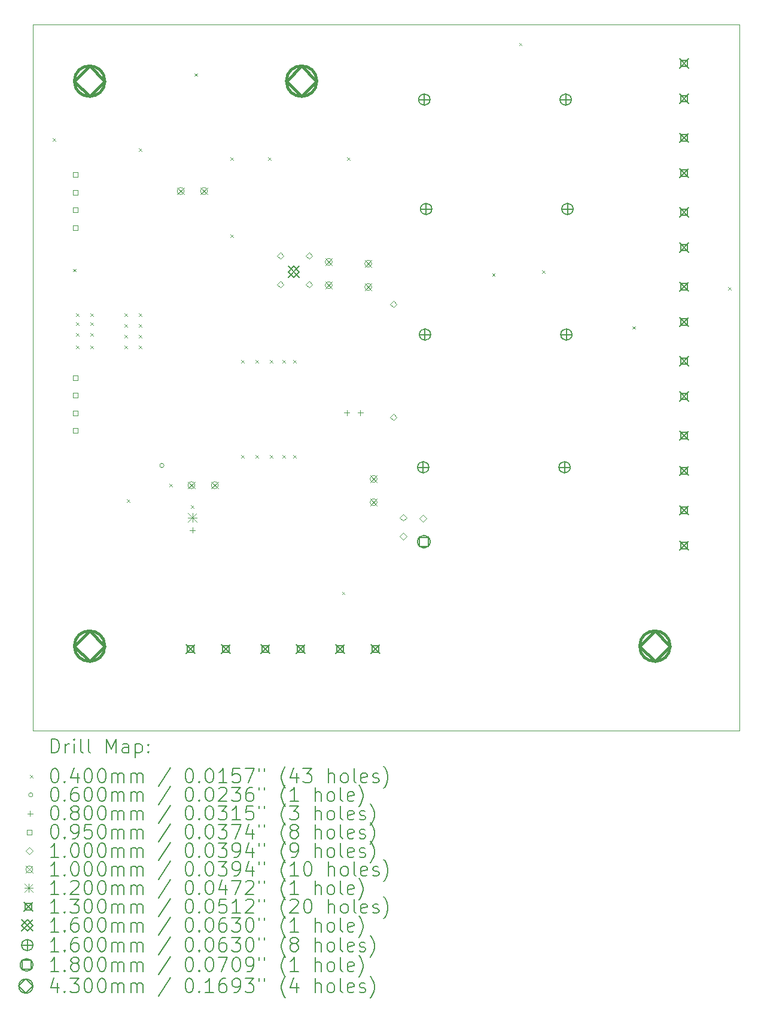
<source format=gbr>
%TF.GenerationSoftware,KiCad,Pcbnew,8.0.3*%
%TF.CreationDate,2024-11-19T22:25:56+01:00*%
%TF.ProjectId,weerstation-power,77656572-7374-4617-9469-6f6e2d706f77,rev?*%
%TF.SameCoordinates,Original*%
%TF.FileFunction,Drillmap*%
%TF.FilePolarity,Positive*%
%FSLAX45Y45*%
G04 Gerber Fmt 4.5, Leading zero omitted, Abs format (unit mm)*
G04 Created by KiCad (PCBNEW 8.0.3) date 2024-11-19 22:25:56*
%MOMM*%
%LPD*%
G01*
G04 APERTURE LIST*
%ADD10C,0.050000*%
%ADD11C,0.200000*%
%ADD12C,0.100000*%
%ADD13C,0.120000*%
%ADD14C,0.130000*%
%ADD15C,0.160000*%
%ADD16C,0.180000*%
%ADD17C,0.430000*%
G04 APERTURE END LIST*
D10*
X1200000Y-1200000D02*
X11200000Y-1200000D01*
X11200000Y-11200000D01*
X1200000Y-11200000D01*
X1200000Y-1200000D01*
D11*
D12*
X1478600Y-2809560D02*
X1518600Y-2849560D01*
X1518600Y-2809560D02*
X1478600Y-2849560D01*
X1768160Y-4658680D02*
X1808160Y-4698680D01*
X1808160Y-4658680D02*
X1768160Y-4698680D01*
X1808800Y-5288600D02*
X1848800Y-5328600D01*
X1848800Y-5288600D02*
X1808800Y-5328600D01*
X1808800Y-5415600D02*
X1848800Y-5455600D01*
X1848800Y-5415600D02*
X1808800Y-5455600D01*
X1808800Y-5568000D02*
X1848800Y-5608000D01*
X1848800Y-5568000D02*
X1808800Y-5608000D01*
X1808800Y-5745800D02*
X1848800Y-5785800D01*
X1848800Y-5745800D02*
X1808800Y-5785800D01*
X2012000Y-5288600D02*
X2052000Y-5328600D01*
X2052000Y-5288600D02*
X2012000Y-5328600D01*
X2012000Y-5415600D02*
X2052000Y-5455600D01*
X2052000Y-5415600D02*
X2012000Y-5455600D01*
X2012000Y-5568000D02*
X2052000Y-5608000D01*
X2052000Y-5568000D02*
X2012000Y-5608000D01*
X2012000Y-5745800D02*
X2052000Y-5785800D01*
X2052000Y-5745800D02*
X2012000Y-5785800D01*
X2494600Y-5288600D02*
X2534600Y-5328600D01*
X2534600Y-5288600D02*
X2494600Y-5328600D01*
X2494600Y-5441000D02*
X2534600Y-5481000D01*
X2534600Y-5441000D02*
X2494600Y-5481000D01*
X2494600Y-5593400D02*
X2534600Y-5633400D01*
X2534600Y-5593400D02*
X2494600Y-5633400D01*
X2494600Y-5745800D02*
X2534600Y-5785800D01*
X2534600Y-5745800D02*
X2494600Y-5785800D01*
X2530160Y-7920040D02*
X2570160Y-7960040D01*
X2570160Y-7920040D02*
X2530160Y-7960040D01*
X2697800Y-2951800D02*
X2737800Y-2991800D01*
X2737800Y-2951800D02*
X2697800Y-2991800D01*
X2697800Y-5288600D02*
X2737800Y-5328600D01*
X2737800Y-5288600D02*
X2697800Y-5328600D01*
X2697800Y-5441000D02*
X2737800Y-5481000D01*
X2737800Y-5441000D02*
X2697800Y-5481000D01*
X2697800Y-5593400D02*
X2737800Y-5633400D01*
X2737800Y-5593400D02*
X2697800Y-5633400D01*
X2697800Y-5745800D02*
X2737800Y-5785800D01*
X2737800Y-5745800D02*
X2697800Y-5785800D01*
X3129600Y-7701600D02*
X3169600Y-7741600D01*
X3169600Y-7701600D02*
X3129600Y-7741600D01*
X3434400Y-8006400D02*
X3474400Y-8046400D01*
X3474400Y-8006400D02*
X3434400Y-8046400D01*
X3485200Y-1890080D02*
X3525200Y-1930080D01*
X3525200Y-1890080D02*
X3485200Y-1930080D01*
X3993200Y-3078800D02*
X4033200Y-3118800D01*
X4033200Y-3078800D02*
X3993200Y-3118800D01*
X3993200Y-4171000D02*
X4033200Y-4211000D01*
X4033200Y-4171000D02*
X3993200Y-4211000D01*
X4145600Y-5949000D02*
X4185600Y-5989000D01*
X4185600Y-5949000D02*
X4145600Y-5989000D01*
X4145600Y-7295200D02*
X4185600Y-7335200D01*
X4185600Y-7295200D02*
X4145600Y-7335200D01*
X4348800Y-5949000D02*
X4388800Y-5989000D01*
X4388800Y-5949000D02*
X4348800Y-5989000D01*
X4348800Y-7295200D02*
X4388800Y-7335200D01*
X4388800Y-7295200D02*
X4348800Y-7335200D01*
X4526600Y-3078800D02*
X4566600Y-3118800D01*
X4566600Y-3078800D02*
X4526600Y-3118800D01*
X4552000Y-5949000D02*
X4592000Y-5989000D01*
X4592000Y-5949000D02*
X4552000Y-5989000D01*
X4552000Y-7295200D02*
X4592000Y-7335200D01*
X4592000Y-7295200D02*
X4552000Y-7335200D01*
X4729800Y-5949000D02*
X4769800Y-5989000D01*
X4769800Y-5949000D02*
X4729800Y-5989000D01*
X4729800Y-7295200D02*
X4769800Y-7335200D01*
X4769800Y-7295200D02*
X4729800Y-7335200D01*
X4882200Y-5949000D02*
X4922200Y-5989000D01*
X4922200Y-5949000D02*
X4882200Y-5989000D01*
X4882200Y-7295200D02*
X4922200Y-7335200D01*
X4922200Y-7295200D02*
X4882200Y-7335200D01*
X5573080Y-9230680D02*
X5613080Y-9270680D01*
X5613080Y-9230680D02*
X5573080Y-9270680D01*
X5644200Y-3078800D02*
X5684200Y-3118800D01*
X5684200Y-3078800D02*
X5644200Y-3118800D01*
X7696520Y-4719640D02*
X7736520Y-4759640D01*
X7736520Y-4719640D02*
X7696520Y-4759640D01*
X8077520Y-1458280D02*
X8117520Y-1498280D01*
X8117520Y-1458280D02*
X8077520Y-1498280D01*
X8402640Y-4679000D02*
X8442640Y-4719000D01*
X8442640Y-4679000D02*
X8402640Y-4719000D01*
X9682800Y-5471480D02*
X9722800Y-5511480D01*
X9722800Y-5471480D02*
X9682800Y-5511480D01*
X11039160Y-4917760D02*
X11079160Y-4957760D01*
X11079160Y-4917760D02*
X11039160Y-4957760D01*
X3052600Y-7442200D02*
G75*
G02*
X2992600Y-7442200I-30000J0D01*
G01*
X2992600Y-7442200D02*
G75*
G02*
X3052600Y-7442200I30000J0D01*
G01*
X3454400Y-8316600D02*
X3454400Y-8396600D01*
X3414400Y-8356600D02*
X3494400Y-8356600D01*
X5638800Y-6655440D02*
X5638800Y-6735440D01*
X5598800Y-6695440D02*
X5678800Y-6695440D01*
X5831840Y-6655440D02*
X5831840Y-6735440D01*
X5791840Y-6695440D02*
X5871840Y-6695440D01*
X1833588Y-3358588D02*
X1833588Y-3291412D01*
X1766412Y-3291412D01*
X1766412Y-3358588D01*
X1833588Y-3358588D01*
X1833588Y-3608588D02*
X1833588Y-3541412D01*
X1766412Y-3541412D01*
X1766412Y-3608588D01*
X1833588Y-3608588D01*
X1833588Y-3858588D02*
X1833588Y-3791412D01*
X1766412Y-3791412D01*
X1766412Y-3858588D01*
X1833588Y-3858588D01*
X1833588Y-4108588D02*
X1833588Y-4041412D01*
X1766412Y-4041412D01*
X1766412Y-4108588D01*
X1833588Y-4108588D01*
X1833588Y-6233588D02*
X1833588Y-6166412D01*
X1766412Y-6166412D01*
X1766412Y-6233588D01*
X1833588Y-6233588D01*
X1833588Y-6483588D02*
X1833588Y-6416412D01*
X1766412Y-6416412D01*
X1766412Y-6483588D01*
X1833588Y-6483588D01*
X1833588Y-6733588D02*
X1833588Y-6666412D01*
X1766412Y-6666412D01*
X1766412Y-6733588D01*
X1833588Y-6733588D01*
X1833588Y-6983588D02*
X1833588Y-6916412D01*
X1766412Y-6916412D01*
X1766412Y-6983588D01*
X1833588Y-6983588D01*
X4699000Y-4520400D02*
X4749000Y-4470400D01*
X4699000Y-4420400D01*
X4649000Y-4470400D01*
X4699000Y-4520400D01*
X4699000Y-4926800D02*
X4749000Y-4876800D01*
X4699000Y-4826800D01*
X4649000Y-4876800D01*
X4699000Y-4926800D01*
X5105400Y-4520400D02*
X5155400Y-4470400D01*
X5105400Y-4420400D01*
X5055400Y-4470400D01*
X5105400Y-4520400D01*
X5105400Y-4926800D02*
X5155400Y-4876800D01*
X5105400Y-4826800D01*
X5055400Y-4876800D01*
X5105400Y-4926800D01*
X6299200Y-5206200D02*
X6349200Y-5156200D01*
X6299200Y-5106200D01*
X6249200Y-5156200D01*
X6299200Y-5206200D01*
X6299200Y-6806400D02*
X6349200Y-6756400D01*
X6299200Y-6706400D01*
X6249200Y-6756400D01*
X6299200Y-6806400D01*
X6438900Y-8228800D02*
X6488900Y-8178800D01*
X6438900Y-8128800D01*
X6388900Y-8178800D01*
X6438900Y-8228800D01*
X6438900Y-8495500D02*
X6488900Y-8445500D01*
X6438900Y-8395500D01*
X6388900Y-8445500D01*
X6438900Y-8495500D01*
X6718300Y-8241500D02*
X6768300Y-8191500D01*
X6718300Y-8141500D01*
X6668300Y-8191500D01*
X6718300Y-8241500D01*
X3239300Y-3506000D02*
X3339300Y-3606000D01*
X3339300Y-3506000D02*
X3239300Y-3606000D01*
X3339300Y-3556000D02*
G75*
G02*
X3239300Y-3556000I-50000J0D01*
G01*
X3239300Y-3556000D02*
G75*
G02*
X3339300Y-3556000I50000J0D01*
G01*
X3391700Y-7671600D02*
X3491700Y-7771600D01*
X3491700Y-7671600D02*
X3391700Y-7771600D01*
X3491700Y-7721600D02*
G75*
G02*
X3391700Y-7721600I-50000J0D01*
G01*
X3391700Y-7721600D02*
G75*
G02*
X3491700Y-7721600I50000J0D01*
G01*
X3569500Y-3506000D02*
X3669500Y-3606000D01*
X3669500Y-3506000D02*
X3569500Y-3606000D01*
X3669500Y-3556000D02*
G75*
G02*
X3569500Y-3556000I-50000J0D01*
G01*
X3569500Y-3556000D02*
G75*
G02*
X3669500Y-3556000I50000J0D01*
G01*
X3721900Y-7671600D02*
X3821900Y-7771600D01*
X3821900Y-7671600D02*
X3721900Y-7771600D01*
X3821900Y-7721600D02*
G75*
G02*
X3721900Y-7721600I-50000J0D01*
G01*
X3721900Y-7721600D02*
G75*
G02*
X3821900Y-7721600I50000J0D01*
G01*
X5334800Y-4509300D02*
X5434800Y-4609300D01*
X5434800Y-4509300D02*
X5334800Y-4609300D01*
X5434800Y-4559300D02*
G75*
G02*
X5334800Y-4559300I-50000J0D01*
G01*
X5334800Y-4559300D02*
G75*
G02*
X5434800Y-4559300I50000J0D01*
G01*
X5334800Y-4839500D02*
X5434800Y-4939500D01*
X5434800Y-4839500D02*
X5334800Y-4939500D01*
X5434800Y-4889500D02*
G75*
G02*
X5334800Y-4889500I-50000J0D01*
G01*
X5334800Y-4889500D02*
G75*
G02*
X5434800Y-4889500I50000J0D01*
G01*
X5893600Y-4534700D02*
X5993600Y-4634700D01*
X5993600Y-4534700D02*
X5893600Y-4634700D01*
X5993600Y-4584700D02*
G75*
G02*
X5893600Y-4584700I-50000J0D01*
G01*
X5893600Y-4584700D02*
G75*
G02*
X5993600Y-4584700I50000J0D01*
G01*
X5893600Y-4864900D02*
X5993600Y-4964900D01*
X5993600Y-4864900D02*
X5893600Y-4964900D01*
X5993600Y-4914900D02*
G75*
G02*
X5893600Y-4914900I-50000J0D01*
G01*
X5893600Y-4914900D02*
G75*
G02*
X5993600Y-4914900I50000J0D01*
G01*
X5969800Y-7582700D02*
X6069800Y-7682700D01*
X6069800Y-7582700D02*
X5969800Y-7682700D01*
X6069800Y-7632700D02*
G75*
G02*
X5969800Y-7632700I-50000J0D01*
G01*
X5969800Y-7632700D02*
G75*
G02*
X6069800Y-7632700I50000J0D01*
G01*
X5969800Y-7912900D02*
X6069800Y-8012900D01*
X6069800Y-7912900D02*
X5969800Y-8012900D01*
X6069800Y-7962900D02*
G75*
G02*
X5969800Y-7962900I-50000J0D01*
G01*
X5969800Y-7962900D02*
G75*
G02*
X6069800Y-7962900I50000J0D01*
G01*
D13*
X3394400Y-8118800D02*
X3514400Y-8238800D01*
X3514400Y-8118800D02*
X3394400Y-8238800D01*
X3454400Y-8118800D02*
X3454400Y-8238800D01*
X3394400Y-8178800D02*
X3514400Y-8178800D01*
D14*
X3365350Y-9978250D02*
X3495350Y-10108250D01*
X3495350Y-9978250D02*
X3365350Y-10108250D01*
X3476312Y-10089212D02*
X3476312Y-9997288D01*
X3384388Y-9997288D01*
X3384388Y-10089212D01*
X3476312Y-10089212D01*
X3865350Y-9978250D02*
X3995350Y-10108250D01*
X3995350Y-9978250D02*
X3865350Y-10108250D01*
X3976312Y-10089212D02*
X3976312Y-9997288D01*
X3884388Y-9997288D01*
X3884388Y-10089212D01*
X3976312Y-10089212D01*
X4419450Y-9978250D02*
X4549450Y-10108250D01*
X4549450Y-9978250D02*
X4419450Y-10108250D01*
X4530412Y-10089212D02*
X4530412Y-9997288D01*
X4438488Y-9997288D01*
X4438488Y-10089212D01*
X4530412Y-10089212D01*
X4919450Y-9978250D02*
X5049450Y-10108250D01*
X5049450Y-9978250D02*
X4919450Y-10108250D01*
X5030412Y-10089212D02*
X5030412Y-9997288D01*
X4938488Y-9997288D01*
X4938488Y-10089212D01*
X5030412Y-10089212D01*
X5478250Y-9978250D02*
X5608250Y-10108250D01*
X5608250Y-9978250D02*
X5478250Y-10108250D01*
X5589212Y-10089212D02*
X5589212Y-9997288D01*
X5497288Y-9997288D01*
X5497288Y-10089212D01*
X5589212Y-10089212D01*
X5978250Y-9978250D02*
X6108250Y-10108250D01*
X6108250Y-9978250D02*
X5978250Y-10108250D01*
X6089212Y-10089212D02*
X6089212Y-9997288D01*
X5997288Y-9997288D01*
X5997288Y-10089212D01*
X6089212Y-10089212D01*
X10349000Y-1682900D02*
X10479000Y-1812900D01*
X10479000Y-1682900D02*
X10349000Y-1812900D01*
X10459962Y-1793862D02*
X10459962Y-1701938D01*
X10368038Y-1701938D01*
X10368038Y-1793862D01*
X10459962Y-1793862D01*
X10349000Y-2182900D02*
X10479000Y-2312900D01*
X10479000Y-2182900D02*
X10349000Y-2312900D01*
X10459962Y-2293862D02*
X10459962Y-2201938D01*
X10368038Y-2201938D01*
X10368038Y-2293862D01*
X10459962Y-2293862D01*
X10349000Y-2737000D02*
X10479000Y-2867000D01*
X10479000Y-2737000D02*
X10349000Y-2867000D01*
X10459962Y-2847962D02*
X10459962Y-2756038D01*
X10368038Y-2756038D01*
X10368038Y-2847962D01*
X10459962Y-2847962D01*
X10349000Y-3237000D02*
X10479000Y-3367000D01*
X10479000Y-3237000D02*
X10349000Y-3367000D01*
X10459962Y-3347962D02*
X10459962Y-3256038D01*
X10368038Y-3256038D01*
X10368038Y-3347962D01*
X10459962Y-3347962D01*
X10349000Y-3791100D02*
X10479000Y-3921100D01*
X10479000Y-3791100D02*
X10349000Y-3921100D01*
X10459962Y-3902062D02*
X10459962Y-3810138D01*
X10368038Y-3810138D01*
X10368038Y-3902062D01*
X10459962Y-3902062D01*
X10349000Y-4291100D02*
X10479000Y-4421100D01*
X10479000Y-4291100D02*
X10349000Y-4421100D01*
X10459962Y-4402062D02*
X10459962Y-4310138D01*
X10368038Y-4310138D01*
X10368038Y-4402062D01*
X10459962Y-4402062D01*
X10349000Y-4845200D02*
X10479000Y-4975200D01*
X10479000Y-4845200D02*
X10349000Y-4975200D01*
X10459962Y-4956162D02*
X10459962Y-4864238D01*
X10368038Y-4864238D01*
X10368038Y-4956162D01*
X10459962Y-4956162D01*
X10349000Y-5345200D02*
X10479000Y-5475200D01*
X10479000Y-5345200D02*
X10349000Y-5475200D01*
X10459962Y-5456162D02*
X10459962Y-5364238D01*
X10368038Y-5364238D01*
X10368038Y-5456162D01*
X10459962Y-5456162D01*
X10349000Y-5899300D02*
X10479000Y-6029300D01*
X10479000Y-5899300D02*
X10349000Y-6029300D01*
X10459962Y-6010262D02*
X10459962Y-5918338D01*
X10368038Y-5918338D01*
X10368038Y-6010262D01*
X10459962Y-6010262D01*
X10349000Y-6399300D02*
X10479000Y-6529300D01*
X10479000Y-6399300D02*
X10349000Y-6529300D01*
X10459962Y-6510262D02*
X10459962Y-6418338D01*
X10368038Y-6418338D01*
X10368038Y-6510262D01*
X10459962Y-6510262D01*
X10349000Y-6953400D02*
X10479000Y-7083400D01*
X10479000Y-6953400D02*
X10349000Y-7083400D01*
X10459962Y-7064362D02*
X10459962Y-6972438D01*
X10368038Y-6972438D01*
X10368038Y-7064362D01*
X10459962Y-7064362D01*
X10349000Y-7453400D02*
X10479000Y-7583400D01*
X10479000Y-7453400D02*
X10349000Y-7583400D01*
X10459962Y-7564362D02*
X10459962Y-7472438D01*
X10368038Y-7472438D01*
X10368038Y-7564362D01*
X10459962Y-7564362D01*
X10349000Y-8009450D02*
X10479000Y-8139450D01*
X10479000Y-8009450D02*
X10349000Y-8139450D01*
X10459962Y-8120412D02*
X10459962Y-8028488D01*
X10368038Y-8028488D01*
X10368038Y-8120412D01*
X10459962Y-8120412D01*
X10349000Y-8509450D02*
X10479000Y-8639450D01*
X10479000Y-8509450D02*
X10349000Y-8639450D01*
X10459962Y-8620412D02*
X10459962Y-8528488D01*
X10368038Y-8528488D01*
X10368038Y-8620412D01*
X10459962Y-8620412D01*
D15*
X4809500Y-4619000D02*
X4969500Y-4779000D01*
X4969500Y-4619000D02*
X4809500Y-4779000D01*
X4889500Y-4779000D02*
X4969500Y-4699000D01*
X4889500Y-4619000D01*
X4809500Y-4699000D01*
X4889500Y-4779000D01*
X6721600Y-7387600D02*
X6721600Y-7547600D01*
X6641600Y-7467600D02*
X6801600Y-7467600D01*
X6801600Y-7467600D02*
G75*
G02*
X6641600Y-7467600I-80000J0D01*
G01*
X6641600Y-7467600D02*
G75*
G02*
X6801600Y-7467600I80000J0D01*
G01*
X6737600Y-2180600D02*
X6737600Y-2340600D01*
X6657600Y-2260600D02*
X6817600Y-2260600D01*
X6817600Y-2260600D02*
G75*
G02*
X6657600Y-2260600I-80000J0D01*
G01*
X6657600Y-2260600D02*
G75*
G02*
X6817600Y-2260600I80000J0D01*
G01*
X6747000Y-5508000D02*
X6747000Y-5668000D01*
X6667000Y-5588000D02*
X6827000Y-5588000D01*
X6827000Y-5588000D02*
G75*
G02*
X6667000Y-5588000I-80000J0D01*
G01*
X6667000Y-5588000D02*
G75*
G02*
X6827000Y-5588000I80000J0D01*
G01*
X6763000Y-3730000D02*
X6763000Y-3890000D01*
X6683000Y-3810000D02*
X6843000Y-3810000D01*
X6843000Y-3810000D02*
G75*
G02*
X6683000Y-3810000I-80000J0D01*
G01*
X6683000Y-3810000D02*
G75*
G02*
X6843000Y-3810000I80000J0D01*
G01*
X8721600Y-7387600D02*
X8721600Y-7547600D01*
X8641600Y-7467600D02*
X8801600Y-7467600D01*
X8801600Y-7467600D02*
G75*
G02*
X8641600Y-7467600I-80000J0D01*
G01*
X8641600Y-7467600D02*
G75*
G02*
X8801600Y-7467600I80000J0D01*
G01*
X8737600Y-2180600D02*
X8737600Y-2340600D01*
X8657600Y-2260600D02*
X8817600Y-2260600D01*
X8817600Y-2260600D02*
G75*
G02*
X8657600Y-2260600I-80000J0D01*
G01*
X8657600Y-2260600D02*
G75*
G02*
X8817600Y-2260600I80000J0D01*
G01*
X8747000Y-5508000D02*
X8747000Y-5668000D01*
X8667000Y-5588000D02*
X8827000Y-5588000D01*
X8827000Y-5588000D02*
G75*
G02*
X8667000Y-5588000I-80000J0D01*
G01*
X8667000Y-5588000D02*
G75*
G02*
X8827000Y-5588000I80000J0D01*
G01*
X8763000Y-3730000D02*
X8763000Y-3890000D01*
X8683000Y-3810000D02*
X8843000Y-3810000D01*
X8843000Y-3810000D02*
G75*
G02*
X8683000Y-3810000I-80000J0D01*
G01*
X8683000Y-3810000D02*
G75*
G02*
X8843000Y-3810000I80000J0D01*
G01*
D16*
X6794640Y-8585340D02*
X6794640Y-8458060D01*
X6667360Y-8458060D01*
X6667360Y-8585340D01*
X6794640Y-8585340D01*
X6821000Y-8521700D02*
G75*
G02*
X6641000Y-8521700I-90000J0D01*
G01*
X6641000Y-8521700D02*
G75*
G02*
X6821000Y-8521700I90000J0D01*
G01*
D17*
X2000000Y-2215000D02*
X2215000Y-2000000D01*
X2000000Y-1785000D01*
X1785000Y-2000000D01*
X2000000Y-2215000D01*
X2215000Y-2000000D02*
G75*
G02*
X1785000Y-2000000I-215000J0D01*
G01*
X1785000Y-2000000D02*
G75*
G02*
X2215000Y-2000000I215000J0D01*
G01*
X2000000Y-10215000D02*
X2215000Y-10000000D01*
X2000000Y-9785000D01*
X1785000Y-10000000D01*
X2000000Y-10215000D01*
X2215000Y-10000000D02*
G75*
G02*
X1785000Y-10000000I-215000J0D01*
G01*
X1785000Y-10000000D02*
G75*
G02*
X2215000Y-10000000I215000J0D01*
G01*
X5000000Y-2215000D02*
X5215000Y-2000000D01*
X5000000Y-1785000D01*
X4785000Y-2000000D01*
X5000000Y-2215000D01*
X5215000Y-2000000D02*
G75*
G02*
X4785000Y-2000000I-215000J0D01*
G01*
X4785000Y-2000000D02*
G75*
G02*
X5215000Y-2000000I215000J0D01*
G01*
X10000000Y-10215000D02*
X10215000Y-10000000D01*
X10000000Y-9785000D01*
X9785000Y-10000000D01*
X10000000Y-10215000D01*
X10215000Y-10000000D02*
G75*
G02*
X9785000Y-10000000I-215000J0D01*
G01*
X9785000Y-10000000D02*
G75*
G02*
X10215000Y-10000000I215000J0D01*
G01*
D11*
X1458277Y-11513984D02*
X1458277Y-11313984D01*
X1458277Y-11313984D02*
X1505896Y-11313984D01*
X1505896Y-11313984D02*
X1534467Y-11323508D01*
X1534467Y-11323508D02*
X1553515Y-11342555D01*
X1553515Y-11342555D02*
X1563039Y-11361603D01*
X1563039Y-11361603D02*
X1572562Y-11399698D01*
X1572562Y-11399698D02*
X1572562Y-11428269D01*
X1572562Y-11428269D02*
X1563039Y-11466365D01*
X1563039Y-11466365D02*
X1553515Y-11485412D01*
X1553515Y-11485412D02*
X1534467Y-11504460D01*
X1534467Y-11504460D02*
X1505896Y-11513984D01*
X1505896Y-11513984D02*
X1458277Y-11513984D01*
X1658277Y-11513984D02*
X1658277Y-11380650D01*
X1658277Y-11418746D02*
X1667801Y-11399698D01*
X1667801Y-11399698D02*
X1677324Y-11390174D01*
X1677324Y-11390174D02*
X1696372Y-11380650D01*
X1696372Y-11380650D02*
X1715420Y-11380650D01*
X1782086Y-11513984D02*
X1782086Y-11380650D01*
X1782086Y-11313984D02*
X1772562Y-11323508D01*
X1772562Y-11323508D02*
X1782086Y-11333031D01*
X1782086Y-11333031D02*
X1791610Y-11323508D01*
X1791610Y-11323508D02*
X1782086Y-11313984D01*
X1782086Y-11313984D02*
X1782086Y-11333031D01*
X1905896Y-11513984D02*
X1886848Y-11504460D01*
X1886848Y-11504460D02*
X1877324Y-11485412D01*
X1877324Y-11485412D02*
X1877324Y-11313984D01*
X2010658Y-11513984D02*
X1991610Y-11504460D01*
X1991610Y-11504460D02*
X1982086Y-11485412D01*
X1982086Y-11485412D02*
X1982086Y-11313984D01*
X2239229Y-11513984D02*
X2239229Y-11313984D01*
X2239229Y-11313984D02*
X2305896Y-11456841D01*
X2305896Y-11456841D02*
X2372563Y-11313984D01*
X2372563Y-11313984D02*
X2372563Y-11513984D01*
X2553515Y-11513984D02*
X2553515Y-11409222D01*
X2553515Y-11409222D02*
X2543991Y-11390174D01*
X2543991Y-11390174D02*
X2524944Y-11380650D01*
X2524944Y-11380650D02*
X2486848Y-11380650D01*
X2486848Y-11380650D02*
X2467801Y-11390174D01*
X2553515Y-11504460D02*
X2534467Y-11513984D01*
X2534467Y-11513984D02*
X2486848Y-11513984D01*
X2486848Y-11513984D02*
X2467801Y-11504460D01*
X2467801Y-11504460D02*
X2458277Y-11485412D01*
X2458277Y-11485412D02*
X2458277Y-11466365D01*
X2458277Y-11466365D02*
X2467801Y-11447317D01*
X2467801Y-11447317D02*
X2486848Y-11437793D01*
X2486848Y-11437793D02*
X2534467Y-11437793D01*
X2534467Y-11437793D02*
X2553515Y-11428269D01*
X2648753Y-11380650D02*
X2648753Y-11580650D01*
X2648753Y-11390174D02*
X2667801Y-11380650D01*
X2667801Y-11380650D02*
X2705896Y-11380650D01*
X2705896Y-11380650D02*
X2724944Y-11390174D01*
X2724944Y-11390174D02*
X2734467Y-11399698D01*
X2734467Y-11399698D02*
X2743991Y-11418746D01*
X2743991Y-11418746D02*
X2743991Y-11475888D01*
X2743991Y-11475888D02*
X2734467Y-11494936D01*
X2734467Y-11494936D02*
X2724944Y-11504460D01*
X2724944Y-11504460D02*
X2705896Y-11513984D01*
X2705896Y-11513984D02*
X2667801Y-11513984D01*
X2667801Y-11513984D02*
X2648753Y-11504460D01*
X2829705Y-11494936D02*
X2839229Y-11504460D01*
X2839229Y-11504460D02*
X2829705Y-11513984D01*
X2829705Y-11513984D02*
X2820182Y-11504460D01*
X2820182Y-11504460D02*
X2829705Y-11494936D01*
X2829705Y-11494936D02*
X2829705Y-11513984D01*
X2829705Y-11390174D02*
X2839229Y-11399698D01*
X2839229Y-11399698D02*
X2829705Y-11409222D01*
X2829705Y-11409222D02*
X2820182Y-11399698D01*
X2820182Y-11399698D02*
X2829705Y-11390174D01*
X2829705Y-11390174D02*
X2829705Y-11409222D01*
D12*
X1157500Y-11822500D02*
X1197500Y-11862500D01*
X1197500Y-11822500D02*
X1157500Y-11862500D01*
D11*
X1496372Y-11733984D02*
X1515420Y-11733984D01*
X1515420Y-11733984D02*
X1534467Y-11743508D01*
X1534467Y-11743508D02*
X1543991Y-11753031D01*
X1543991Y-11753031D02*
X1553515Y-11772079D01*
X1553515Y-11772079D02*
X1563039Y-11810174D01*
X1563039Y-11810174D02*
X1563039Y-11857793D01*
X1563039Y-11857793D02*
X1553515Y-11895888D01*
X1553515Y-11895888D02*
X1543991Y-11914936D01*
X1543991Y-11914936D02*
X1534467Y-11924460D01*
X1534467Y-11924460D02*
X1515420Y-11933984D01*
X1515420Y-11933984D02*
X1496372Y-11933984D01*
X1496372Y-11933984D02*
X1477324Y-11924460D01*
X1477324Y-11924460D02*
X1467801Y-11914936D01*
X1467801Y-11914936D02*
X1458277Y-11895888D01*
X1458277Y-11895888D02*
X1448753Y-11857793D01*
X1448753Y-11857793D02*
X1448753Y-11810174D01*
X1448753Y-11810174D02*
X1458277Y-11772079D01*
X1458277Y-11772079D02*
X1467801Y-11753031D01*
X1467801Y-11753031D02*
X1477324Y-11743508D01*
X1477324Y-11743508D02*
X1496372Y-11733984D01*
X1648753Y-11914936D02*
X1658277Y-11924460D01*
X1658277Y-11924460D02*
X1648753Y-11933984D01*
X1648753Y-11933984D02*
X1639229Y-11924460D01*
X1639229Y-11924460D02*
X1648753Y-11914936D01*
X1648753Y-11914936D02*
X1648753Y-11933984D01*
X1829705Y-11800650D02*
X1829705Y-11933984D01*
X1782086Y-11724460D02*
X1734467Y-11867317D01*
X1734467Y-11867317D02*
X1858277Y-11867317D01*
X1972562Y-11733984D02*
X1991610Y-11733984D01*
X1991610Y-11733984D02*
X2010658Y-11743508D01*
X2010658Y-11743508D02*
X2020182Y-11753031D01*
X2020182Y-11753031D02*
X2029705Y-11772079D01*
X2029705Y-11772079D02*
X2039229Y-11810174D01*
X2039229Y-11810174D02*
X2039229Y-11857793D01*
X2039229Y-11857793D02*
X2029705Y-11895888D01*
X2029705Y-11895888D02*
X2020182Y-11914936D01*
X2020182Y-11914936D02*
X2010658Y-11924460D01*
X2010658Y-11924460D02*
X1991610Y-11933984D01*
X1991610Y-11933984D02*
X1972562Y-11933984D01*
X1972562Y-11933984D02*
X1953515Y-11924460D01*
X1953515Y-11924460D02*
X1943991Y-11914936D01*
X1943991Y-11914936D02*
X1934467Y-11895888D01*
X1934467Y-11895888D02*
X1924943Y-11857793D01*
X1924943Y-11857793D02*
X1924943Y-11810174D01*
X1924943Y-11810174D02*
X1934467Y-11772079D01*
X1934467Y-11772079D02*
X1943991Y-11753031D01*
X1943991Y-11753031D02*
X1953515Y-11743508D01*
X1953515Y-11743508D02*
X1972562Y-11733984D01*
X2163039Y-11733984D02*
X2182086Y-11733984D01*
X2182086Y-11733984D02*
X2201134Y-11743508D01*
X2201134Y-11743508D02*
X2210658Y-11753031D01*
X2210658Y-11753031D02*
X2220182Y-11772079D01*
X2220182Y-11772079D02*
X2229705Y-11810174D01*
X2229705Y-11810174D02*
X2229705Y-11857793D01*
X2229705Y-11857793D02*
X2220182Y-11895888D01*
X2220182Y-11895888D02*
X2210658Y-11914936D01*
X2210658Y-11914936D02*
X2201134Y-11924460D01*
X2201134Y-11924460D02*
X2182086Y-11933984D01*
X2182086Y-11933984D02*
X2163039Y-11933984D01*
X2163039Y-11933984D02*
X2143991Y-11924460D01*
X2143991Y-11924460D02*
X2134467Y-11914936D01*
X2134467Y-11914936D02*
X2124944Y-11895888D01*
X2124944Y-11895888D02*
X2115420Y-11857793D01*
X2115420Y-11857793D02*
X2115420Y-11810174D01*
X2115420Y-11810174D02*
X2124944Y-11772079D01*
X2124944Y-11772079D02*
X2134467Y-11753031D01*
X2134467Y-11753031D02*
X2143991Y-11743508D01*
X2143991Y-11743508D02*
X2163039Y-11733984D01*
X2315420Y-11933984D02*
X2315420Y-11800650D01*
X2315420Y-11819698D02*
X2324944Y-11810174D01*
X2324944Y-11810174D02*
X2343991Y-11800650D01*
X2343991Y-11800650D02*
X2372563Y-11800650D01*
X2372563Y-11800650D02*
X2391610Y-11810174D01*
X2391610Y-11810174D02*
X2401134Y-11829222D01*
X2401134Y-11829222D02*
X2401134Y-11933984D01*
X2401134Y-11829222D02*
X2410658Y-11810174D01*
X2410658Y-11810174D02*
X2429705Y-11800650D01*
X2429705Y-11800650D02*
X2458277Y-11800650D01*
X2458277Y-11800650D02*
X2477325Y-11810174D01*
X2477325Y-11810174D02*
X2486848Y-11829222D01*
X2486848Y-11829222D02*
X2486848Y-11933984D01*
X2582086Y-11933984D02*
X2582086Y-11800650D01*
X2582086Y-11819698D02*
X2591610Y-11810174D01*
X2591610Y-11810174D02*
X2610658Y-11800650D01*
X2610658Y-11800650D02*
X2639229Y-11800650D01*
X2639229Y-11800650D02*
X2658277Y-11810174D01*
X2658277Y-11810174D02*
X2667801Y-11829222D01*
X2667801Y-11829222D02*
X2667801Y-11933984D01*
X2667801Y-11829222D02*
X2677325Y-11810174D01*
X2677325Y-11810174D02*
X2696372Y-11800650D01*
X2696372Y-11800650D02*
X2724944Y-11800650D01*
X2724944Y-11800650D02*
X2743991Y-11810174D01*
X2743991Y-11810174D02*
X2753515Y-11829222D01*
X2753515Y-11829222D02*
X2753515Y-11933984D01*
X3143991Y-11724460D02*
X2972563Y-11981603D01*
X3401134Y-11733984D02*
X3420182Y-11733984D01*
X3420182Y-11733984D02*
X3439229Y-11743508D01*
X3439229Y-11743508D02*
X3448753Y-11753031D01*
X3448753Y-11753031D02*
X3458277Y-11772079D01*
X3458277Y-11772079D02*
X3467801Y-11810174D01*
X3467801Y-11810174D02*
X3467801Y-11857793D01*
X3467801Y-11857793D02*
X3458277Y-11895888D01*
X3458277Y-11895888D02*
X3448753Y-11914936D01*
X3448753Y-11914936D02*
X3439229Y-11924460D01*
X3439229Y-11924460D02*
X3420182Y-11933984D01*
X3420182Y-11933984D02*
X3401134Y-11933984D01*
X3401134Y-11933984D02*
X3382086Y-11924460D01*
X3382086Y-11924460D02*
X3372563Y-11914936D01*
X3372563Y-11914936D02*
X3363039Y-11895888D01*
X3363039Y-11895888D02*
X3353515Y-11857793D01*
X3353515Y-11857793D02*
X3353515Y-11810174D01*
X3353515Y-11810174D02*
X3363039Y-11772079D01*
X3363039Y-11772079D02*
X3372563Y-11753031D01*
X3372563Y-11753031D02*
X3382086Y-11743508D01*
X3382086Y-11743508D02*
X3401134Y-11733984D01*
X3553515Y-11914936D02*
X3563039Y-11924460D01*
X3563039Y-11924460D02*
X3553515Y-11933984D01*
X3553515Y-11933984D02*
X3543991Y-11924460D01*
X3543991Y-11924460D02*
X3553515Y-11914936D01*
X3553515Y-11914936D02*
X3553515Y-11933984D01*
X3686848Y-11733984D02*
X3705896Y-11733984D01*
X3705896Y-11733984D02*
X3724944Y-11743508D01*
X3724944Y-11743508D02*
X3734467Y-11753031D01*
X3734467Y-11753031D02*
X3743991Y-11772079D01*
X3743991Y-11772079D02*
X3753515Y-11810174D01*
X3753515Y-11810174D02*
X3753515Y-11857793D01*
X3753515Y-11857793D02*
X3743991Y-11895888D01*
X3743991Y-11895888D02*
X3734467Y-11914936D01*
X3734467Y-11914936D02*
X3724944Y-11924460D01*
X3724944Y-11924460D02*
X3705896Y-11933984D01*
X3705896Y-11933984D02*
X3686848Y-11933984D01*
X3686848Y-11933984D02*
X3667801Y-11924460D01*
X3667801Y-11924460D02*
X3658277Y-11914936D01*
X3658277Y-11914936D02*
X3648753Y-11895888D01*
X3648753Y-11895888D02*
X3639229Y-11857793D01*
X3639229Y-11857793D02*
X3639229Y-11810174D01*
X3639229Y-11810174D02*
X3648753Y-11772079D01*
X3648753Y-11772079D02*
X3658277Y-11753031D01*
X3658277Y-11753031D02*
X3667801Y-11743508D01*
X3667801Y-11743508D02*
X3686848Y-11733984D01*
X3943991Y-11933984D02*
X3829706Y-11933984D01*
X3886848Y-11933984D02*
X3886848Y-11733984D01*
X3886848Y-11733984D02*
X3867801Y-11762555D01*
X3867801Y-11762555D02*
X3848753Y-11781603D01*
X3848753Y-11781603D02*
X3829706Y-11791127D01*
X4124944Y-11733984D02*
X4029706Y-11733984D01*
X4029706Y-11733984D02*
X4020182Y-11829222D01*
X4020182Y-11829222D02*
X4029706Y-11819698D01*
X4029706Y-11819698D02*
X4048753Y-11810174D01*
X4048753Y-11810174D02*
X4096372Y-11810174D01*
X4096372Y-11810174D02*
X4115420Y-11819698D01*
X4115420Y-11819698D02*
X4124944Y-11829222D01*
X4124944Y-11829222D02*
X4134467Y-11848269D01*
X4134467Y-11848269D02*
X4134467Y-11895888D01*
X4134467Y-11895888D02*
X4124944Y-11914936D01*
X4124944Y-11914936D02*
X4115420Y-11924460D01*
X4115420Y-11924460D02*
X4096372Y-11933984D01*
X4096372Y-11933984D02*
X4048753Y-11933984D01*
X4048753Y-11933984D02*
X4029706Y-11924460D01*
X4029706Y-11924460D02*
X4020182Y-11914936D01*
X4201134Y-11733984D02*
X4334468Y-11733984D01*
X4334468Y-11733984D02*
X4248753Y-11933984D01*
X4401134Y-11733984D02*
X4401134Y-11772079D01*
X4477325Y-11733984D02*
X4477325Y-11772079D01*
X4772563Y-12010174D02*
X4763039Y-12000650D01*
X4763039Y-12000650D02*
X4743991Y-11972079D01*
X4743991Y-11972079D02*
X4734468Y-11953031D01*
X4734468Y-11953031D02*
X4724944Y-11924460D01*
X4724944Y-11924460D02*
X4715420Y-11876841D01*
X4715420Y-11876841D02*
X4715420Y-11838746D01*
X4715420Y-11838746D02*
X4724944Y-11791127D01*
X4724944Y-11791127D02*
X4734468Y-11762555D01*
X4734468Y-11762555D02*
X4743991Y-11743508D01*
X4743991Y-11743508D02*
X4763039Y-11714936D01*
X4763039Y-11714936D02*
X4772563Y-11705412D01*
X4934468Y-11800650D02*
X4934468Y-11933984D01*
X4886849Y-11724460D02*
X4839230Y-11867317D01*
X4839230Y-11867317D02*
X4963039Y-11867317D01*
X5020182Y-11733984D02*
X5143991Y-11733984D01*
X5143991Y-11733984D02*
X5077325Y-11810174D01*
X5077325Y-11810174D02*
X5105896Y-11810174D01*
X5105896Y-11810174D02*
X5124944Y-11819698D01*
X5124944Y-11819698D02*
X5134468Y-11829222D01*
X5134468Y-11829222D02*
X5143991Y-11848269D01*
X5143991Y-11848269D02*
X5143991Y-11895888D01*
X5143991Y-11895888D02*
X5134468Y-11914936D01*
X5134468Y-11914936D02*
X5124944Y-11924460D01*
X5124944Y-11924460D02*
X5105896Y-11933984D01*
X5105896Y-11933984D02*
X5048753Y-11933984D01*
X5048753Y-11933984D02*
X5029706Y-11924460D01*
X5029706Y-11924460D02*
X5020182Y-11914936D01*
X5382087Y-11933984D02*
X5382087Y-11733984D01*
X5467801Y-11933984D02*
X5467801Y-11829222D01*
X5467801Y-11829222D02*
X5458277Y-11810174D01*
X5458277Y-11810174D02*
X5439230Y-11800650D01*
X5439230Y-11800650D02*
X5410658Y-11800650D01*
X5410658Y-11800650D02*
X5391611Y-11810174D01*
X5391611Y-11810174D02*
X5382087Y-11819698D01*
X5591611Y-11933984D02*
X5572563Y-11924460D01*
X5572563Y-11924460D02*
X5563039Y-11914936D01*
X5563039Y-11914936D02*
X5553515Y-11895888D01*
X5553515Y-11895888D02*
X5553515Y-11838746D01*
X5553515Y-11838746D02*
X5563039Y-11819698D01*
X5563039Y-11819698D02*
X5572563Y-11810174D01*
X5572563Y-11810174D02*
X5591611Y-11800650D01*
X5591611Y-11800650D02*
X5620182Y-11800650D01*
X5620182Y-11800650D02*
X5639230Y-11810174D01*
X5639230Y-11810174D02*
X5648753Y-11819698D01*
X5648753Y-11819698D02*
X5658277Y-11838746D01*
X5658277Y-11838746D02*
X5658277Y-11895888D01*
X5658277Y-11895888D02*
X5648753Y-11914936D01*
X5648753Y-11914936D02*
X5639230Y-11924460D01*
X5639230Y-11924460D02*
X5620182Y-11933984D01*
X5620182Y-11933984D02*
X5591611Y-11933984D01*
X5772563Y-11933984D02*
X5753515Y-11924460D01*
X5753515Y-11924460D02*
X5743991Y-11905412D01*
X5743991Y-11905412D02*
X5743991Y-11733984D01*
X5924944Y-11924460D02*
X5905896Y-11933984D01*
X5905896Y-11933984D02*
X5867801Y-11933984D01*
X5867801Y-11933984D02*
X5848753Y-11924460D01*
X5848753Y-11924460D02*
X5839230Y-11905412D01*
X5839230Y-11905412D02*
X5839230Y-11829222D01*
X5839230Y-11829222D02*
X5848753Y-11810174D01*
X5848753Y-11810174D02*
X5867801Y-11800650D01*
X5867801Y-11800650D02*
X5905896Y-11800650D01*
X5905896Y-11800650D02*
X5924944Y-11810174D01*
X5924944Y-11810174D02*
X5934468Y-11829222D01*
X5934468Y-11829222D02*
X5934468Y-11848269D01*
X5934468Y-11848269D02*
X5839230Y-11867317D01*
X6010658Y-11924460D02*
X6029706Y-11933984D01*
X6029706Y-11933984D02*
X6067801Y-11933984D01*
X6067801Y-11933984D02*
X6086849Y-11924460D01*
X6086849Y-11924460D02*
X6096372Y-11905412D01*
X6096372Y-11905412D02*
X6096372Y-11895888D01*
X6096372Y-11895888D02*
X6086849Y-11876841D01*
X6086849Y-11876841D02*
X6067801Y-11867317D01*
X6067801Y-11867317D02*
X6039230Y-11867317D01*
X6039230Y-11867317D02*
X6020182Y-11857793D01*
X6020182Y-11857793D02*
X6010658Y-11838746D01*
X6010658Y-11838746D02*
X6010658Y-11829222D01*
X6010658Y-11829222D02*
X6020182Y-11810174D01*
X6020182Y-11810174D02*
X6039230Y-11800650D01*
X6039230Y-11800650D02*
X6067801Y-11800650D01*
X6067801Y-11800650D02*
X6086849Y-11810174D01*
X6163039Y-12010174D02*
X6172563Y-12000650D01*
X6172563Y-12000650D02*
X6191611Y-11972079D01*
X6191611Y-11972079D02*
X6201134Y-11953031D01*
X6201134Y-11953031D02*
X6210658Y-11924460D01*
X6210658Y-11924460D02*
X6220182Y-11876841D01*
X6220182Y-11876841D02*
X6220182Y-11838746D01*
X6220182Y-11838746D02*
X6210658Y-11791127D01*
X6210658Y-11791127D02*
X6201134Y-11762555D01*
X6201134Y-11762555D02*
X6191611Y-11743508D01*
X6191611Y-11743508D02*
X6172563Y-11714936D01*
X6172563Y-11714936D02*
X6163039Y-11705412D01*
D12*
X1197500Y-12106500D02*
G75*
G02*
X1137500Y-12106500I-30000J0D01*
G01*
X1137500Y-12106500D02*
G75*
G02*
X1197500Y-12106500I30000J0D01*
G01*
D11*
X1496372Y-11997984D02*
X1515420Y-11997984D01*
X1515420Y-11997984D02*
X1534467Y-12007508D01*
X1534467Y-12007508D02*
X1543991Y-12017031D01*
X1543991Y-12017031D02*
X1553515Y-12036079D01*
X1553515Y-12036079D02*
X1563039Y-12074174D01*
X1563039Y-12074174D02*
X1563039Y-12121793D01*
X1563039Y-12121793D02*
X1553515Y-12159888D01*
X1553515Y-12159888D02*
X1543991Y-12178936D01*
X1543991Y-12178936D02*
X1534467Y-12188460D01*
X1534467Y-12188460D02*
X1515420Y-12197984D01*
X1515420Y-12197984D02*
X1496372Y-12197984D01*
X1496372Y-12197984D02*
X1477324Y-12188460D01*
X1477324Y-12188460D02*
X1467801Y-12178936D01*
X1467801Y-12178936D02*
X1458277Y-12159888D01*
X1458277Y-12159888D02*
X1448753Y-12121793D01*
X1448753Y-12121793D02*
X1448753Y-12074174D01*
X1448753Y-12074174D02*
X1458277Y-12036079D01*
X1458277Y-12036079D02*
X1467801Y-12017031D01*
X1467801Y-12017031D02*
X1477324Y-12007508D01*
X1477324Y-12007508D02*
X1496372Y-11997984D01*
X1648753Y-12178936D02*
X1658277Y-12188460D01*
X1658277Y-12188460D02*
X1648753Y-12197984D01*
X1648753Y-12197984D02*
X1639229Y-12188460D01*
X1639229Y-12188460D02*
X1648753Y-12178936D01*
X1648753Y-12178936D02*
X1648753Y-12197984D01*
X1829705Y-11997984D02*
X1791610Y-11997984D01*
X1791610Y-11997984D02*
X1772562Y-12007508D01*
X1772562Y-12007508D02*
X1763039Y-12017031D01*
X1763039Y-12017031D02*
X1743991Y-12045603D01*
X1743991Y-12045603D02*
X1734467Y-12083698D01*
X1734467Y-12083698D02*
X1734467Y-12159888D01*
X1734467Y-12159888D02*
X1743991Y-12178936D01*
X1743991Y-12178936D02*
X1753515Y-12188460D01*
X1753515Y-12188460D02*
X1772562Y-12197984D01*
X1772562Y-12197984D02*
X1810658Y-12197984D01*
X1810658Y-12197984D02*
X1829705Y-12188460D01*
X1829705Y-12188460D02*
X1839229Y-12178936D01*
X1839229Y-12178936D02*
X1848753Y-12159888D01*
X1848753Y-12159888D02*
X1848753Y-12112269D01*
X1848753Y-12112269D02*
X1839229Y-12093222D01*
X1839229Y-12093222D02*
X1829705Y-12083698D01*
X1829705Y-12083698D02*
X1810658Y-12074174D01*
X1810658Y-12074174D02*
X1772562Y-12074174D01*
X1772562Y-12074174D02*
X1753515Y-12083698D01*
X1753515Y-12083698D02*
X1743991Y-12093222D01*
X1743991Y-12093222D02*
X1734467Y-12112269D01*
X1972562Y-11997984D02*
X1991610Y-11997984D01*
X1991610Y-11997984D02*
X2010658Y-12007508D01*
X2010658Y-12007508D02*
X2020182Y-12017031D01*
X2020182Y-12017031D02*
X2029705Y-12036079D01*
X2029705Y-12036079D02*
X2039229Y-12074174D01*
X2039229Y-12074174D02*
X2039229Y-12121793D01*
X2039229Y-12121793D02*
X2029705Y-12159888D01*
X2029705Y-12159888D02*
X2020182Y-12178936D01*
X2020182Y-12178936D02*
X2010658Y-12188460D01*
X2010658Y-12188460D02*
X1991610Y-12197984D01*
X1991610Y-12197984D02*
X1972562Y-12197984D01*
X1972562Y-12197984D02*
X1953515Y-12188460D01*
X1953515Y-12188460D02*
X1943991Y-12178936D01*
X1943991Y-12178936D02*
X1934467Y-12159888D01*
X1934467Y-12159888D02*
X1924943Y-12121793D01*
X1924943Y-12121793D02*
X1924943Y-12074174D01*
X1924943Y-12074174D02*
X1934467Y-12036079D01*
X1934467Y-12036079D02*
X1943991Y-12017031D01*
X1943991Y-12017031D02*
X1953515Y-12007508D01*
X1953515Y-12007508D02*
X1972562Y-11997984D01*
X2163039Y-11997984D02*
X2182086Y-11997984D01*
X2182086Y-11997984D02*
X2201134Y-12007508D01*
X2201134Y-12007508D02*
X2210658Y-12017031D01*
X2210658Y-12017031D02*
X2220182Y-12036079D01*
X2220182Y-12036079D02*
X2229705Y-12074174D01*
X2229705Y-12074174D02*
X2229705Y-12121793D01*
X2229705Y-12121793D02*
X2220182Y-12159888D01*
X2220182Y-12159888D02*
X2210658Y-12178936D01*
X2210658Y-12178936D02*
X2201134Y-12188460D01*
X2201134Y-12188460D02*
X2182086Y-12197984D01*
X2182086Y-12197984D02*
X2163039Y-12197984D01*
X2163039Y-12197984D02*
X2143991Y-12188460D01*
X2143991Y-12188460D02*
X2134467Y-12178936D01*
X2134467Y-12178936D02*
X2124944Y-12159888D01*
X2124944Y-12159888D02*
X2115420Y-12121793D01*
X2115420Y-12121793D02*
X2115420Y-12074174D01*
X2115420Y-12074174D02*
X2124944Y-12036079D01*
X2124944Y-12036079D02*
X2134467Y-12017031D01*
X2134467Y-12017031D02*
X2143991Y-12007508D01*
X2143991Y-12007508D02*
X2163039Y-11997984D01*
X2315420Y-12197984D02*
X2315420Y-12064650D01*
X2315420Y-12083698D02*
X2324944Y-12074174D01*
X2324944Y-12074174D02*
X2343991Y-12064650D01*
X2343991Y-12064650D02*
X2372563Y-12064650D01*
X2372563Y-12064650D02*
X2391610Y-12074174D01*
X2391610Y-12074174D02*
X2401134Y-12093222D01*
X2401134Y-12093222D02*
X2401134Y-12197984D01*
X2401134Y-12093222D02*
X2410658Y-12074174D01*
X2410658Y-12074174D02*
X2429705Y-12064650D01*
X2429705Y-12064650D02*
X2458277Y-12064650D01*
X2458277Y-12064650D02*
X2477325Y-12074174D01*
X2477325Y-12074174D02*
X2486848Y-12093222D01*
X2486848Y-12093222D02*
X2486848Y-12197984D01*
X2582086Y-12197984D02*
X2582086Y-12064650D01*
X2582086Y-12083698D02*
X2591610Y-12074174D01*
X2591610Y-12074174D02*
X2610658Y-12064650D01*
X2610658Y-12064650D02*
X2639229Y-12064650D01*
X2639229Y-12064650D02*
X2658277Y-12074174D01*
X2658277Y-12074174D02*
X2667801Y-12093222D01*
X2667801Y-12093222D02*
X2667801Y-12197984D01*
X2667801Y-12093222D02*
X2677325Y-12074174D01*
X2677325Y-12074174D02*
X2696372Y-12064650D01*
X2696372Y-12064650D02*
X2724944Y-12064650D01*
X2724944Y-12064650D02*
X2743991Y-12074174D01*
X2743991Y-12074174D02*
X2753515Y-12093222D01*
X2753515Y-12093222D02*
X2753515Y-12197984D01*
X3143991Y-11988460D02*
X2972563Y-12245603D01*
X3401134Y-11997984D02*
X3420182Y-11997984D01*
X3420182Y-11997984D02*
X3439229Y-12007508D01*
X3439229Y-12007508D02*
X3448753Y-12017031D01*
X3448753Y-12017031D02*
X3458277Y-12036079D01*
X3458277Y-12036079D02*
X3467801Y-12074174D01*
X3467801Y-12074174D02*
X3467801Y-12121793D01*
X3467801Y-12121793D02*
X3458277Y-12159888D01*
X3458277Y-12159888D02*
X3448753Y-12178936D01*
X3448753Y-12178936D02*
X3439229Y-12188460D01*
X3439229Y-12188460D02*
X3420182Y-12197984D01*
X3420182Y-12197984D02*
X3401134Y-12197984D01*
X3401134Y-12197984D02*
X3382086Y-12188460D01*
X3382086Y-12188460D02*
X3372563Y-12178936D01*
X3372563Y-12178936D02*
X3363039Y-12159888D01*
X3363039Y-12159888D02*
X3353515Y-12121793D01*
X3353515Y-12121793D02*
X3353515Y-12074174D01*
X3353515Y-12074174D02*
X3363039Y-12036079D01*
X3363039Y-12036079D02*
X3372563Y-12017031D01*
X3372563Y-12017031D02*
X3382086Y-12007508D01*
X3382086Y-12007508D02*
X3401134Y-11997984D01*
X3553515Y-12178936D02*
X3563039Y-12188460D01*
X3563039Y-12188460D02*
X3553515Y-12197984D01*
X3553515Y-12197984D02*
X3543991Y-12188460D01*
X3543991Y-12188460D02*
X3553515Y-12178936D01*
X3553515Y-12178936D02*
X3553515Y-12197984D01*
X3686848Y-11997984D02*
X3705896Y-11997984D01*
X3705896Y-11997984D02*
X3724944Y-12007508D01*
X3724944Y-12007508D02*
X3734467Y-12017031D01*
X3734467Y-12017031D02*
X3743991Y-12036079D01*
X3743991Y-12036079D02*
X3753515Y-12074174D01*
X3753515Y-12074174D02*
X3753515Y-12121793D01*
X3753515Y-12121793D02*
X3743991Y-12159888D01*
X3743991Y-12159888D02*
X3734467Y-12178936D01*
X3734467Y-12178936D02*
X3724944Y-12188460D01*
X3724944Y-12188460D02*
X3705896Y-12197984D01*
X3705896Y-12197984D02*
X3686848Y-12197984D01*
X3686848Y-12197984D02*
X3667801Y-12188460D01*
X3667801Y-12188460D02*
X3658277Y-12178936D01*
X3658277Y-12178936D02*
X3648753Y-12159888D01*
X3648753Y-12159888D02*
X3639229Y-12121793D01*
X3639229Y-12121793D02*
X3639229Y-12074174D01*
X3639229Y-12074174D02*
X3648753Y-12036079D01*
X3648753Y-12036079D02*
X3658277Y-12017031D01*
X3658277Y-12017031D02*
X3667801Y-12007508D01*
X3667801Y-12007508D02*
X3686848Y-11997984D01*
X3829706Y-12017031D02*
X3839229Y-12007508D01*
X3839229Y-12007508D02*
X3858277Y-11997984D01*
X3858277Y-11997984D02*
X3905896Y-11997984D01*
X3905896Y-11997984D02*
X3924944Y-12007508D01*
X3924944Y-12007508D02*
X3934467Y-12017031D01*
X3934467Y-12017031D02*
X3943991Y-12036079D01*
X3943991Y-12036079D02*
X3943991Y-12055127D01*
X3943991Y-12055127D02*
X3934467Y-12083698D01*
X3934467Y-12083698D02*
X3820182Y-12197984D01*
X3820182Y-12197984D02*
X3943991Y-12197984D01*
X4010658Y-11997984D02*
X4134467Y-11997984D01*
X4134467Y-11997984D02*
X4067801Y-12074174D01*
X4067801Y-12074174D02*
X4096372Y-12074174D01*
X4096372Y-12074174D02*
X4115420Y-12083698D01*
X4115420Y-12083698D02*
X4124944Y-12093222D01*
X4124944Y-12093222D02*
X4134467Y-12112269D01*
X4134467Y-12112269D02*
X4134467Y-12159888D01*
X4134467Y-12159888D02*
X4124944Y-12178936D01*
X4124944Y-12178936D02*
X4115420Y-12188460D01*
X4115420Y-12188460D02*
X4096372Y-12197984D01*
X4096372Y-12197984D02*
X4039229Y-12197984D01*
X4039229Y-12197984D02*
X4020182Y-12188460D01*
X4020182Y-12188460D02*
X4010658Y-12178936D01*
X4305896Y-11997984D02*
X4267801Y-11997984D01*
X4267801Y-11997984D02*
X4248753Y-12007508D01*
X4248753Y-12007508D02*
X4239229Y-12017031D01*
X4239229Y-12017031D02*
X4220182Y-12045603D01*
X4220182Y-12045603D02*
X4210658Y-12083698D01*
X4210658Y-12083698D02*
X4210658Y-12159888D01*
X4210658Y-12159888D02*
X4220182Y-12178936D01*
X4220182Y-12178936D02*
X4229706Y-12188460D01*
X4229706Y-12188460D02*
X4248753Y-12197984D01*
X4248753Y-12197984D02*
X4286849Y-12197984D01*
X4286849Y-12197984D02*
X4305896Y-12188460D01*
X4305896Y-12188460D02*
X4315420Y-12178936D01*
X4315420Y-12178936D02*
X4324944Y-12159888D01*
X4324944Y-12159888D02*
X4324944Y-12112269D01*
X4324944Y-12112269D02*
X4315420Y-12093222D01*
X4315420Y-12093222D02*
X4305896Y-12083698D01*
X4305896Y-12083698D02*
X4286849Y-12074174D01*
X4286849Y-12074174D02*
X4248753Y-12074174D01*
X4248753Y-12074174D02*
X4229706Y-12083698D01*
X4229706Y-12083698D02*
X4220182Y-12093222D01*
X4220182Y-12093222D02*
X4210658Y-12112269D01*
X4401134Y-11997984D02*
X4401134Y-12036079D01*
X4477325Y-11997984D02*
X4477325Y-12036079D01*
X4772563Y-12274174D02*
X4763039Y-12264650D01*
X4763039Y-12264650D02*
X4743991Y-12236079D01*
X4743991Y-12236079D02*
X4734468Y-12217031D01*
X4734468Y-12217031D02*
X4724944Y-12188460D01*
X4724944Y-12188460D02*
X4715420Y-12140841D01*
X4715420Y-12140841D02*
X4715420Y-12102746D01*
X4715420Y-12102746D02*
X4724944Y-12055127D01*
X4724944Y-12055127D02*
X4734468Y-12026555D01*
X4734468Y-12026555D02*
X4743991Y-12007508D01*
X4743991Y-12007508D02*
X4763039Y-11978936D01*
X4763039Y-11978936D02*
X4772563Y-11969412D01*
X4953515Y-12197984D02*
X4839230Y-12197984D01*
X4896372Y-12197984D02*
X4896372Y-11997984D01*
X4896372Y-11997984D02*
X4877325Y-12026555D01*
X4877325Y-12026555D02*
X4858277Y-12045603D01*
X4858277Y-12045603D02*
X4839230Y-12055127D01*
X5191611Y-12197984D02*
X5191611Y-11997984D01*
X5277325Y-12197984D02*
X5277325Y-12093222D01*
X5277325Y-12093222D02*
X5267801Y-12074174D01*
X5267801Y-12074174D02*
X5248753Y-12064650D01*
X5248753Y-12064650D02*
X5220182Y-12064650D01*
X5220182Y-12064650D02*
X5201134Y-12074174D01*
X5201134Y-12074174D02*
X5191611Y-12083698D01*
X5401134Y-12197984D02*
X5382087Y-12188460D01*
X5382087Y-12188460D02*
X5372563Y-12178936D01*
X5372563Y-12178936D02*
X5363039Y-12159888D01*
X5363039Y-12159888D02*
X5363039Y-12102746D01*
X5363039Y-12102746D02*
X5372563Y-12083698D01*
X5372563Y-12083698D02*
X5382087Y-12074174D01*
X5382087Y-12074174D02*
X5401134Y-12064650D01*
X5401134Y-12064650D02*
X5429706Y-12064650D01*
X5429706Y-12064650D02*
X5448753Y-12074174D01*
X5448753Y-12074174D02*
X5458277Y-12083698D01*
X5458277Y-12083698D02*
X5467801Y-12102746D01*
X5467801Y-12102746D02*
X5467801Y-12159888D01*
X5467801Y-12159888D02*
X5458277Y-12178936D01*
X5458277Y-12178936D02*
X5448753Y-12188460D01*
X5448753Y-12188460D02*
X5429706Y-12197984D01*
X5429706Y-12197984D02*
X5401134Y-12197984D01*
X5582087Y-12197984D02*
X5563039Y-12188460D01*
X5563039Y-12188460D02*
X5553515Y-12169412D01*
X5553515Y-12169412D02*
X5553515Y-11997984D01*
X5734468Y-12188460D02*
X5715420Y-12197984D01*
X5715420Y-12197984D02*
X5677325Y-12197984D01*
X5677325Y-12197984D02*
X5658277Y-12188460D01*
X5658277Y-12188460D02*
X5648753Y-12169412D01*
X5648753Y-12169412D02*
X5648753Y-12093222D01*
X5648753Y-12093222D02*
X5658277Y-12074174D01*
X5658277Y-12074174D02*
X5677325Y-12064650D01*
X5677325Y-12064650D02*
X5715420Y-12064650D01*
X5715420Y-12064650D02*
X5734468Y-12074174D01*
X5734468Y-12074174D02*
X5743991Y-12093222D01*
X5743991Y-12093222D02*
X5743991Y-12112269D01*
X5743991Y-12112269D02*
X5648753Y-12131317D01*
X5810658Y-12274174D02*
X5820182Y-12264650D01*
X5820182Y-12264650D02*
X5839230Y-12236079D01*
X5839230Y-12236079D02*
X5848753Y-12217031D01*
X5848753Y-12217031D02*
X5858277Y-12188460D01*
X5858277Y-12188460D02*
X5867801Y-12140841D01*
X5867801Y-12140841D02*
X5867801Y-12102746D01*
X5867801Y-12102746D02*
X5858277Y-12055127D01*
X5858277Y-12055127D02*
X5848753Y-12026555D01*
X5848753Y-12026555D02*
X5839230Y-12007508D01*
X5839230Y-12007508D02*
X5820182Y-11978936D01*
X5820182Y-11978936D02*
X5810658Y-11969412D01*
D12*
X1157500Y-12330500D02*
X1157500Y-12410500D01*
X1117500Y-12370500D02*
X1197500Y-12370500D01*
D11*
X1496372Y-12261984D02*
X1515420Y-12261984D01*
X1515420Y-12261984D02*
X1534467Y-12271508D01*
X1534467Y-12271508D02*
X1543991Y-12281031D01*
X1543991Y-12281031D02*
X1553515Y-12300079D01*
X1553515Y-12300079D02*
X1563039Y-12338174D01*
X1563039Y-12338174D02*
X1563039Y-12385793D01*
X1563039Y-12385793D02*
X1553515Y-12423888D01*
X1553515Y-12423888D02*
X1543991Y-12442936D01*
X1543991Y-12442936D02*
X1534467Y-12452460D01*
X1534467Y-12452460D02*
X1515420Y-12461984D01*
X1515420Y-12461984D02*
X1496372Y-12461984D01*
X1496372Y-12461984D02*
X1477324Y-12452460D01*
X1477324Y-12452460D02*
X1467801Y-12442936D01*
X1467801Y-12442936D02*
X1458277Y-12423888D01*
X1458277Y-12423888D02*
X1448753Y-12385793D01*
X1448753Y-12385793D02*
X1448753Y-12338174D01*
X1448753Y-12338174D02*
X1458277Y-12300079D01*
X1458277Y-12300079D02*
X1467801Y-12281031D01*
X1467801Y-12281031D02*
X1477324Y-12271508D01*
X1477324Y-12271508D02*
X1496372Y-12261984D01*
X1648753Y-12442936D02*
X1658277Y-12452460D01*
X1658277Y-12452460D02*
X1648753Y-12461984D01*
X1648753Y-12461984D02*
X1639229Y-12452460D01*
X1639229Y-12452460D02*
X1648753Y-12442936D01*
X1648753Y-12442936D02*
X1648753Y-12461984D01*
X1772562Y-12347698D02*
X1753515Y-12338174D01*
X1753515Y-12338174D02*
X1743991Y-12328650D01*
X1743991Y-12328650D02*
X1734467Y-12309603D01*
X1734467Y-12309603D02*
X1734467Y-12300079D01*
X1734467Y-12300079D02*
X1743991Y-12281031D01*
X1743991Y-12281031D02*
X1753515Y-12271508D01*
X1753515Y-12271508D02*
X1772562Y-12261984D01*
X1772562Y-12261984D02*
X1810658Y-12261984D01*
X1810658Y-12261984D02*
X1829705Y-12271508D01*
X1829705Y-12271508D02*
X1839229Y-12281031D01*
X1839229Y-12281031D02*
X1848753Y-12300079D01*
X1848753Y-12300079D02*
X1848753Y-12309603D01*
X1848753Y-12309603D02*
X1839229Y-12328650D01*
X1839229Y-12328650D02*
X1829705Y-12338174D01*
X1829705Y-12338174D02*
X1810658Y-12347698D01*
X1810658Y-12347698D02*
X1772562Y-12347698D01*
X1772562Y-12347698D02*
X1753515Y-12357222D01*
X1753515Y-12357222D02*
X1743991Y-12366746D01*
X1743991Y-12366746D02*
X1734467Y-12385793D01*
X1734467Y-12385793D02*
X1734467Y-12423888D01*
X1734467Y-12423888D02*
X1743991Y-12442936D01*
X1743991Y-12442936D02*
X1753515Y-12452460D01*
X1753515Y-12452460D02*
X1772562Y-12461984D01*
X1772562Y-12461984D02*
X1810658Y-12461984D01*
X1810658Y-12461984D02*
X1829705Y-12452460D01*
X1829705Y-12452460D02*
X1839229Y-12442936D01*
X1839229Y-12442936D02*
X1848753Y-12423888D01*
X1848753Y-12423888D02*
X1848753Y-12385793D01*
X1848753Y-12385793D02*
X1839229Y-12366746D01*
X1839229Y-12366746D02*
X1829705Y-12357222D01*
X1829705Y-12357222D02*
X1810658Y-12347698D01*
X1972562Y-12261984D02*
X1991610Y-12261984D01*
X1991610Y-12261984D02*
X2010658Y-12271508D01*
X2010658Y-12271508D02*
X2020182Y-12281031D01*
X2020182Y-12281031D02*
X2029705Y-12300079D01*
X2029705Y-12300079D02*
X2039229Y-12338174D01*
X2039229Y-12338174D02*
X2039229Y-12385793D01*
X2039229Y-12385793D02*
X2029705Y-12423888D01*
X2029705Y-12423888D02*
X2020182Y-12442936D01*
X2020182Y-12442936D02*
X2010658Y-12452460D01*
X2010658Y-12452460D02*
X1991610Y-12461984D01*
X1991610Y-12461984D02*
X1972562Y-12461984D01*
X1972562Y-12461984D02*
X1953515Y-12452460D01*
X1953515Y-12452460D02*
X1943991Y-12442936D01*
X1943991Y-12442936D02*
X1934467Y-12423888D01*
X1934467Y-12423888D02*
X1924943Y-12385793D01*
X1924943Y-12385793D02*
X1924943Y-12338174D01*
X1924943Y-12338174D02*
X1934467Y-12300079D01*
X1934467Y-12300079D02*
X1943991Y-12281031D01*
X1943991Y-12281031D02*
X1953515Y-12271508D01*
X1953515Y-12271508D02*
X1972562Y-12261984D01*
X2163039Y-12261984D02*
X2182086Y-12261984D01*
X2182086Y-12261984D02*
X2201134Y-12271508D01*
X2201134Y-12271508D02*
X2210658Y-12281031D01*
X2210658Y-12281031D02*
X2220182Y-12300079D01*
X2220182Y-12300079D02*
X2229705Y-12338174D01*
X2229705Y-12338174D02*
X2229705Y-12385793D01*
X2229705Y-12385793D02*
X2220182Y-12423888D01*
X2220182Y-12423888D02*
X2210658Y-12442936D01*
X2210658Y-12442936D02*
X2201134Y-12452460D01*
X2201134Y-12452460D02*
X2182086Y-12461984D01*
X2182086Y-12461984D02*
X2163039Y-12461984D01*
X2163039Y-12461984D02*
X2143991Y-12452460D01*
X2143991Y-12452460D02*
X2134467Y-12442936D01*
X2134467Y-12442936D02*
X2124944Y-12423888D01*
X2124944Y-12423888D02*
X2115420Y-12385793D01*
X2115420Y-12385793D02*
X2115420Y-12338174D01*
X2115420Y-12338174D02*
X2124944Y-12300079D01*
X2124944Y-12300079D02*
X2134467Y-12281031D01*
X2134467Y-12281031D02*
X2143991Y-12271508D01*
X2143991Y-12271508D02*
X2163039Y-12261984D01*
X2315420Y-12461984D02*
X2315420Y-12328650D01*
X2315420Y-12347698D02*
X2324944Y-12338174D01*
X2324944Y-12338174D02*
X2343991Y-12328650D01*
X2343991Y-12328650D02*
X2372563Y-12328650D01*
X2372563Y-12328650D02*
X2391610Y-12338174D01*
X2391610Y-12338174D02*
X2401134Y-12357222D01*
X2401134Y-12357222D02*
X2401134Y-12461984D01*
X2401134Y-12357222D02*
X2410658Y-12338174D01*
X2410658Y-12338174D02*
X2429705Y-12328650D01*
X2429705Y-12328650D02*
X2458277Y-12328650D01*
X2458277Y-12328650D02*
X2477325Y-12338174D01*
X2477325Y-12338174D02*
X2486848Y-12357222D01*
X2486848Y-12357222D02*
X2486848Y-12461984D01*
X2582086Y-12461984D02*
X2582086Y-12328650D01*
X2582086Y-12347698D02*
X2591610Y-12338174D01*
X2591610Y-12338174D02*
X2610658Y-12328650D01*
X2610658Y-12328650D02*
X2639229Y-12328650D01*
X2639229Y-12328650D02*
X2658277Y-12338174D01*
X2658277Y-12338174D02*
X2667801Y-12357222D01*
X2667801Y-12357222D02*
X2667801Y-12461984D01*
X2667801Y-12357222D02*
X2677325Y-12338174D01*
X2677325Y-12338174D02*
X2696372Y-12328650D01*
X2696372Y-12328650D02*
X2724944Y-12328650D01*
X2724944Y-12328650D02*
X2743991Y-12338174D01*
X2743991Y-12338174D02*
X2753515Y-12357222D01*
X2753515Y-12357222D02*
X2753515Y-12461984D01*
X3143991Y-12252460D02*
X2972563Y-12509603D01*
X3401134Y-12261984D02*
X3420182Y-12261984D01*
X3420182Y-12261984D02*
X3439229Y-12271508D01*
X3439229Y-12271508D02*
X3448753Y-12281031D01*
X3448753Y-12281031D02*
X3458277Y-12300079D01*
X3458277Y-12300079D02*
X3467801Y-12338174D01*
X3467801Y-12338174D02*
X3467801Y-12385793D01*
X3467801Y-12385793D02*
X3458277Y-12423888D01*
X3458277Y-12423888D02*
X3448753Y-12442936D01*
X3448753Y-12442936D02*
X3439229Y-12452460D01*
X3439229Y-12452460D02*
X3420182Y-12461984D01*
X3420182Y-12461984D02*
X3401134Y-12461984D01*
X3401134Y-12461984D02*
X3382086Y-12452460D01*
X3382086Y-12452460D02*
X3372563Y-12442936D01*
X3372563Y-12442936D02*
X3363039Y-12423888D01*
X3363039Y-12423888D02*
X3353515Y-12385793D01*
X3353515Y-12385793D02*
X3353515Y-12338174D01*
X3353515Y-12338174D02*
X3363039Y-12300079D01*
X3363039Y-12300079D02*
X3372563Y-12281031D01*
X3372563Y-12281031D02*
X3382086Y-12271508D01*
X3382086Y-12271508D02*
X3401134Y-12261984D01*
X3553515Y-12442936D02*
X3563039Y-12452460D01*
X3563039Y-12452460D02*
X3553515Y-12461984D01*
X3553515Y-12461984D02*
X3543991Y-12452460D01*
X3543991Y-12452460D02*
X3553515Y-12442936D01*
X3553515Y-12442936D02*
X3553515Y-12461984D01*
X3686848Y-12261984D02*
X3705896Y-12261984D01*
X3705896Y-12261984D02*
X3724944Y-12271508D01*
X3724944Y-12271508D02*
X3734467Y-12281031D01*
X3734467Y-12281031D02*
X3743991Y-12300079D01*
X3743991Y-12300079D02*
X3753515Y-12338174D01*
X3753515Y-12338174D02*
X3753515Y-12385793D01*
X3753515Y-12385793D02*
X3743991Y-12423888D01*
X3743991Y-12423888D02*
X3734467Y-12442936D01*
X3734467Y-12442936D02*
X3724944Y-12452460D01*
X3724944Y-12452460D02*
X3705896Y-12461984D01*
X3705896Y-12461984D02*
X3686848Y-12461984D01*
X3686848Y-12461984D02*
X3667801Y-12452460D01*
X3667801Y-12452460D02*
X3658277Y-12442936D01*
X3658277Y-12442936D02*
X3648753Y-12423888D01*
X3648753Y-12423888D02*
X3639229Y-12385793D01*
X3639229Y-12385793D02*
X3639229Y-12338174D01*
X3639229Y-12338174D02*
X3648753Y-12300079D01*
X3648753Y-12300079D02*
X3658277Y-12281031D01*
X3658277Y-12281031D02*
X3667801Y-12271508D01*
X3667801Y-12271508D02*
X3686848Y-12261984D01*
X3820182Y-12261984D02*
X3943991Y-12261984D01*
X3943991Y-12261984D02*
X3877325Y-12338174D01*
X3877325Y-12338174D02*
X3905896Y-12338174D01*
X3905896Y-12338174D02*
X3924944Y-12347698D01*
X3924944Y-12347698D02*
X3934467Y-12357222D01*
X3934467Y-12357222D02*
X3943991Y-12376269D01*
X3943991Y-12376269D02*
X3943991Y-12423888D01*
X3943991Y-12423888D02*
X3934467Y-12442936D01*
X3934467Y-12442936D02*
X3924944Y-12452460D01*
X3924944Y-12452460D02*
X3905896Y-12461984D01*
X3905896Y-12461984D02*
X3848753Y-12461984D01*
X3848753Y-12461984D02*
X3829706Y-12452460D01*
X3829706Y-12452460D02*
X3820182Y-12442936D01*
X4134467Y-12461984D02*
X4020182Y-12461984D01*
X4077325Y-12461984D02*
X4077325Y-12261984D01*
X4077325Y-12261984D02*
X4058277Y-12290555D01*
X4058277Y-12290555D02*
X4039229Y-12309603D01*
X4039229Y-12309603D02*
X4020182Y-12319127D01*
X4315420Y-12261984D02*
X4220182Y-12261984D01*
X4220182Y-12261984D02*
X4210658Y-12357222D01*
X4210658Y-12357222D02*
X4220182Y-12347698D01*
X4220182Y-12347698D02*
X4239229Y-12338174D01*
X4239229Y-12338174D02*
X4286849Y-12338174D01*
X4286849Y-12338174D02*
X4305896Y-12347698D01*
X4305896Y-12347698D02*
X4315420Y-12357222D01*
X4315420Y-12357222D02*
X4324944Y-12376269D01*
X4324944Y-12376269D02*
X4324944Y-12423888D01*
X4324944Y-12423888D02*
X4315420Y-12442936D01*
X4315420Y-12442936D02*
X4305896Y-12452460D01*
X4305896Y-12452460D02*
X4286849Y-12461984D01*
X4286849Y-12461984D02*
X4239229Y-12461984D01*
X4239229Y-12461984D02*
X4220182Y-12452460D01*
X4220182Y-12452460D02*
X4210658Y-12442936D01*
X4401134Y-12261984D02*
X4401134Y-12300079D01*
X4477325Y-12261984D02*
X4477325Y-12300079D01*
X4772563Y-12538174D02*
X4763039Y-12528650D01*
X4763039Y-12528650D02*
X4743991Y-12500079D01*
X4743991Y-12500079D02*
X4734468Y-12481031D01*
X4734468Y-12481031D02*
X4724944Y-12452460D01*
X4724944Y-12452460D02*
X4715420Y-12404841D01*
X4715420Y-12404841D02*
X4715420Y-12366746D01*
X4715420Y-12366746D02*
X4724944Y-12319127D01*
X4724944Y-12319127D02*
X4734468Y-12290555D01*
X4734468Y-12290555D02*
X4743991Y-12271508D01*
X4743991Y-12271508D02*
X4763039Y-12242936D01*
X4763039Y-12242936D02*
X4772563Y-12233412D01*
X4829706Y-12261984D02*
X4953515Y-12261984D01*
X4953515Y-12261984D02*
X4886849Y-12338174D01*
X4886849Y-12338174D02*
X4915420Y-12338174D01*
X4915420Y-12338174D02*
X4934468Y-12347698D01*
X4934468Y-12347698D02*
X4943991Y-12357222D01*
X4943991Y-12357222D02*
X4953515Y-12376269D01*
X4953515Y-12376269D02*
X4953515Y-12423888D01*
X4953515Y-12423888D02*
X4943991Y-12442936D01*
X4943991Y-12442936D02*
X4934468Y-12452460D01*
X4934468Y-12452460D02*
X4915420Y-12461984D01*
X4915420Y-12461984D02*
X4858277Y-12461984D01*
X4858277Y-12461984D02*
X4839230Y-12452460D01*
X4839230Y-12452460D02*
X4829706Y-12442936D01*
X5191611Y-12461984D02*
X5191611Y-12261984D01*
X5277325Y-12461984D02*
X5277325Y-12357222D01*
X5277325Y-12357222D02*
X5267801Y-12338174D01*
X5267801Y-12338174D02*
X5248753Y-12328650D01*
X5248753Y-12328650D02*
X5220182Y-12328650D01*
X5220182Y-12328650D02*
X5201134Y-12338174D01*
X5201134Y-12338174D02*
X5191611Y-12347698D01*
X5401134Y-12461984D02*
X5382087Y-12452460D01*
X5382087Y-12452460D02*
X5372563Y-12442936D01*
X5372563Y-12442936D02*
X5363039Y-12423888D01*
X5363039Y-12423888D02*
X5363039Y-12366746D01*
X5363039Y-12366746D02*
X5372563Y-12347698D01*
X5372563Y-12347698D02*
X5382087Y-12338174D01*
X5382087Y-12338174D02*
X5401134Y-12328650D01*
X5401134Y-12328650D02*
X5429706Y-12328650D01*
X5429706Y-12328650D02*
X5448753Y-12338174D01*
X5448753Y-12338174D02*
X5458277Y-12347698D01*
X5458277Y-12347698D02*
X5467801Y-12366746D01*
X5467801Y-12366746D02*
X5467801Y-12423888D01*
X5467801Y-12423888D02*
X5458277Y-12442936D01*
X5458277Y-12442936D02*
X5448753Y-12452460D01*
X5448753Y-12452460D02*
X5429706Y-12461984D01*
X5429706Y-12461984D02*
X5401134Y-12461984D01*
X5582087Y-12461984D02*
X5563039Y-12452460D01*
X5563039Y-12452460D02*
X5553515Y-12433412D01*
X5553515Y-12433412D02*
X5553515Y-12261984D01*
X5734468Y-12452460D02*
X5715420Y-12461984D01*
X5715420Y-12461984D02*
X5677325Y-12461984D01*
X5677325Y-12461984D02*
X5658277Y-12452460D01*
X5658277Y-12452460D02*
X5648753Y-12433412D01*
X5648753Y-12433412D02*
X5648753Y-12357222D01*
X5648753Y-12357222D02*
X5658277Y-12338174D01*
X5658277Y-12338174D02*
X5677325Y-12328650D01*
X5677325Y-12328650D02*
X5715420Y-12328650D01*
X5715420Y-12328650D02*
X5734468Y-12338174D01*
X5734468Y-12338174D02*
X5743991Y-12357222D01*
X5743991Y-12357222D02*
X5743991Y-12376269D01*
X5743991Y-12376269D02*
X5648753Y-12395317D01*
X5820182Y-12452460D02*
X5839230Y-12461984D01*
X5839230Y-12461984D02*
X5877325Y-12461984D01*
X5877325Y-12461984D02*
X5896372Y-12452460D01*
X5896372Y-12452460D02*
X5905896Y-12433412D01*
X5905896Y-12433412D02*
X5905896Y-12423888D01*
X5905896Y-12423888D02*
X5896372Y-12404841D01*
X5896372Y-12404841D02*
X5877325Y-12395317D01*
X5877325Y-12395317D02*
X5848753Y-12395317D01*
X5848753Y-12395317D02*
X5829706Y-12385793D01*
X5829706Y-12385793D02*
X5820182Y-12366746D01*
X5820182Y-12366746D02*
X5820182Y-12357222D01*
X5820182Y-12357222D02*
X5829706Y-12338174D01*
X5829706Y-12338174D02*
X5848753Y-12328650D01*
X5848753Y-12328650D02*
X5877325Y-12328650D01*
X5877325Y-12328650D02*
X5896372Y-12338174D01*
X5972563Y-12538174D02*
X5982087Y-12528650D01*
X5982087Y-12528650D02*
X6001134Y-12500079D01*
X6001134Y-12500079D02*
X6010658Y-12481031D01*
X6010658Y-12481031D02*
X6020182Y-12452460D01*
X6020182Y-12452460D02*
X6029706Y-12404841D01*
X6029706Y-12404841D02*
X6029706Y-12366746D01*
X6029706Y-12366746D02*
X6020182Y-12319127D01*
X6020182Y-12319127D02*
X6010658Y-12290555D01*
X6010658Y-12290555D02*
X6001134Y-12271508D01*
X6001134Y-12271508D02*
X5982087Y-12242936D01*
X5982087Y-12242936D02*
X5972563Y-12233412D01*
D12*
X1183588Y-12668088D02*
X1183588Y-12600912D01*
X1116412Y-12600912D01*
X1116412Y-12668088D01*
X1183588Y-12668088D01*
D11*
X1496372Y-12525984D02*
X1515420Y-12525984D01*
X1515420Y-12525984D02*
X1534467Y-12535508D01*
X1534467Y-12535508D02*
X1543991Y-12545031D01*
X1543991Y-12545031D02*
X1553515Y-12564079D01*
X1553515Y-12564079D02*
X1563039Y-12602174D01*
X1563039Y-12602174D02*
X1563039Y-12649793D01*
X1563039Y-12649793D02*
X1553515Y-12687888D01*
X1553515Y-12687888D02*
X1543991Y-12706936D01*
X1543991Y-12706936D02*
X1534467Y-12716460D01*
X1534467Y-12716460D02*
X1515420Y-12725984D01*
X1515420Y-12725984D02*
X1496372Y-12725984D01*
X1496372Y-12725984D02*
X1477324Y-12716460D01*
X1477324Y-12716460D02*
X1467801Y-12706936D01*
X1467801Y-12706936D02*
X1458277Y-12687888D01*
X1458277Y-12687888D02*
X1448753Y-12649793D01*
X1448753Y-12649793D02*
X1448753Y-12602174D01*
X1448753Y-12602174D02*
X1458277Y-12564079D01*
X1458277Y-12564079D02*
X1467801Y-12545031D01*
X1467801Y-12545031D02*
X1477324Y-12535508D01*
X1477324Y-12535508D02*
X1496372Y-12525984D01*
X1648753Y-12706936D02*
X1658277Y-12716460D01*
X1658277Y-12716460D02*
X1648753Y-12725984D01*
X1648753Y-12725984D02*
X1639229Y-12716460D01*
X1639229Y-12716460D02*
X1648753Y-12706936D01*
X1648753Y-12706936D02*
X1648753Y-12725984D01*
X1753515Y-12725984D02*
X1791610Y-12725984D01*
X1791610Y-12725984D02*
X1810658Y-12716460D01*
X1810658Y-12716460D02*
X1820182Y-12706936D01*
X1820182Y-12706936D02*
X1839229Y-12678365D01*
X1839229Y-12678365D02*
X1848753Y-12640269D01*
X1848753Y-12640269D02*
X1848753Y-12564079D01*
X1848753Y-12564079D02*
X1839229Y-12545031D01*
X1839229Y-12545031D02*
X1829705Y-12535508D01*
X1829705Y-12535508D02*
X1810658Y-12525984D01*
X1810658Y-12525984D02*
X1772562Y-12525984D01*
X1772562Y-12525984D02*
X1753515Y-12535508D01*
X1753515Y-12535508D02*
X1743991Y-12545031D01*
X1743991Y-12545031D02*
X1734467Y-12564079D01*
X1734467Y-12564079D02*
X1734467Y-12611698D01*
X1734467Y-12611698D02*
X1743991Y-12630746D01*
X1743991Y-12630746D02*
X1753515Y-12640269D01*
X1753515Y-12640269D02*
X1772562Y-12649793D01*
X1772562Y-12649793D02*
X1810658Y-12649793D01*
X1810658Y-12649793D02*
X1829705Y-12640269D01*
X1829705Y-12640269D02*
X1839229Y-12630746D01*
X1839229Y-12630746D02*
X1848753Y-12611698D01*
X2029705Y-12525984D02*
X1934467Y-12525984D01*
X1934467Y-12525984D02*
X1924943Y-12621222D01*
X1924943Y-12621222D02*
X1934467Y-12611698D01*
X1934467Y-12611698D02*
X1953515Y-12602174D01*
X1953515Y-12602174D02*
X2001134Y-12602174D01*
X2001134Y-12602174D02*
X2020182Y-12611698D01*
X2020182Y-12611698D02*
X2029705Y-12621222D01*
X2029705Y-12621222D02*
X2039229Y-12640269D01*
X2039229Y-12640269D02*
X2039229Y-12687888D01*
X2039229Y-12687888D02*
X2029705Y-12706936D01*
X2029705Y-12706936D02*
X2020182Y-12716460D01*
X2020182Y-12716460D02*
X2001134Y-12725984D01*
X2001134Y-12725984D02*
X1953515Y-12725984D01*
X1953515Y-12725984D02*
X1934467Y-12716460D01*
X1934467Y-12716460D02*
X1924943Y-12706936D01*
X2163039Y-12525984D02*
X2182086Y-12525984D01*
X2182086Y-12525984D02*
X2201134Y-12535508D01*
X2201134Y-12535508D02*
X2210658Y-12545031D01*
X2210658Y-12545031D02*
X2220182Y-12564079D01*
X2220182Y-12564079D02*
X2229705Y-12602174D01*
X2229705Y-12602174D02*
X2229705Y-12649793D01*
X2229705Y-12649793D02*
X2220182Y-12687888D01*
X2220182Y-12687888D02*
X2210658Y-12706936D01*
X2210658Y-12706936D02*
X2201134Y-12716460D01*
X2201134Y-12716460D02*
X2182086Y-12725984D01*
X2182086Y-12725984D02*
X2163039Y-12725984D01*
X2163039Y-12725984D02*
X2143991Y-12716460D01*
X2143991Y-12716460D02*
X2134467Y-12706936D01*
X2134467Y-12706936D02*
X2124944Y-12687888D01*
X2124944Y-12687888D02*
X2115420Y-12649793D01*
X2115420Y-12649793D02*
X2115420Y-12602174D01*
X2115420Y-12602174D02*
X2124944Y-12564079D01*
X2124944Y-12564079D02*
X2134467Y-12545031D01*
X2134467Y-12545031D02*
X2143991Y-12535508D01*
X2143991Y-12535508D02*
X2163039Y-12525984D01*
X2315420Y-12725984D02*
X2315420Y-12592650D01*
X2315420Y-12611698D02*
X2324944Y-12602174D01*
X2324944Y-12602174D02*
X2343991Y-12592650D01*
X2343991Y-12592650D02*
X2372563Y-12592650D01*
X2372563Y-12592650D02*
X2391610Y-12602174D01*
X2391610Y-12602174D02*
X2401134Y-12621222D01*
X2401134Y-12621222D02*
X2401134Y-12725984D01*
X2401134Y-12621222D02*
X2410658Y-12602174D01*
X2410658Y-12602174D02*
X2429705Y-12592650D01*
X2429705Y-12592650D02*
X2458277Y-12592650D01*
X2458277Y-12592650D02*
X2477325Y-12602174D01*
X2477325Y-12602174D02*
X2486848Y-12621222D01*
X2486848Y-12621222D02*
X2486848Y-12725984D01*
X2582086Y-12725984D02*
X2582086Y-12592650D01*
X2582086Y-12611698D02*
X2591610Y-12602174D01*
X2591610Y-12602174D02*
X2610658Y-12592650D01*
X2610658Y-12592650D02*
X2639229Y-12592650D01*
X2639229Y-12592650D02*
X2658277Y-12602174D01*
X2658277Y-12602174D02*
X2667801Y-12621222D01*
X2667801Y-12621222D02*
X2667801Y-12725984D01*
X2667801Y-12621222D02*
X2677325Y-12602174D01*
X2677325Y-12602174D02*
X2696372Y-12592650D01*
X2696372Y-12592650D02*
X2724944Y-12592650D01*
X2724944Y-12592650D02*
X2743991Y-12602174D01*
X2743991Y-12602174D02*
X2753515Y-12621222D01*
X2753515Y-12621222D02*
X2753515Y-12725984D01*
X3143991Y-12516460D02*
X2972563Y-12773603D01*
X3401134Y-12525984D02*
X3420182Y-12525984D01*
X3420182Y-12525984D02*
X3439229Y-12535508D01*
X3439229Y-12535508D02*
X3448753Y-12545031D01*
X3448753Y-12545031D02*
X3458277Y-12564079D01*
X3458277Y-12564079D02*
X3467801Y-12602174D01*
X3467801Y-12602174D02*
X3467801Y-12649793D01*
X3467801Y-12649793D02*
X3458277Y-12687888D01*
X3458277Y-12687888D02*
X3448753Y-12706936D01*
X3448753Y-12706936D02*
X3439229Y-12716460D01*
X3439229Y-12716460D02*
X3420182Y-12725984D01*
X3420182Y-12725984D02*
X3401134Y-12725984D01*
X3401134Y-12725984D02*
X3382086Y-12716460D01*
X3382086Y-12716460D02*
X3372563Y-12706936D01*
X3372563Y-12706936D02*
X3363039Y-12687888D01*
X3363039Y-12687888D02*
X3353515Y-12649793D01*
X3353515Y-12649793D02*
X3353515Y-12602174D01*
X3353515Y-12602174D02*
X3363039Y-12564079D01*
X3363039Y-12564079D02*
X3372563Y-12545031D01*
X3372563Y-12545031D02*
X3382086Y-12535508D01*
X3382086Y-12535508D02*
X3401134Y-12525984D01*
X3553515Y-12706936D02*
X3563039Y-12716460D01*
X3563039Y-12716460D02*
X3553515Y-12725984D01*
X3553515Y-12725984D02*
X3543991Y-12716460D01*
X3543991Y-12716460D02*
X3553515Y-12706936D01*
X3553515Y-12706936D02*
X3553515Y-12725984D01*
X3686848Y-12525984D02*
X3705896Y-12525984D01*
X3705896Y-12525984D02*
X3724944Y-12535508D01*
X3724944Y-12535508D02*
X3734467Y-12545031D01*
X3734467Y-12545031D02*
X3743991Y-12564079D01*
X3743991Y-12564079D02*
X3753515Y-12602174D01*
X3753515Y-12602174D02*
X3753515Y-12649793D01*
X3753515Y-12649793D02*
X3743991Y-12687888D01*
X3743991Y-12687888D02*
X3734467Y-12706936D01*
X3734467Y-12706936D02*
X3724944Y-12716460D01*
X3724944Y-12716460D02*
X3705896Y-12725984D01*
X3705896Y-12725984D02*
X3686848Y-12725984D01*
X3686848Y-12725984D02*
X3667801Y-12716460D01*
X3667801Y-12716460D02*
X3658277Y-12706936D01*
X3658277Y-12706936D02*
X3648753Y-12687888D01*
X3648753Y-12687888D02*
X3639229Y-12649793D01*
X3639229Y-12649793D02*
X3639229Y-12602174D01*
X3639229Y-12602174D02*
X3648753Y-12564079D01*
X3648753Y-12564079D02*
X3658277Y-12545031D01*
X3658277Y-12545031D02*
X3667801Y-12535508D01*
X3667801Y-12535508D02*
X3686848Y-12525984D01*
X3820182Y-12525984D02*
X3943991Y-12525984D01*
X3943991Y-12525984D02*
X3877325Y-12602174D01*
X3877325Y-12602174D02*
X3905896Y-12602174D01*
X3905896Y-12602174D02*
X3924944Y-12611698D01*
X3924944Y-12611698D02*
X3934467Y-12621222D01*
X3934467Y-12621222D02*
X3943991Y-12640269D01*
X3943991Y-12640269D02*
X3943991Y-12687888D01*
X3943991Y-12687888D02*
X3934467Y-12706936D01*
X3934467Y-12706936D02*
X3924944Y-12716460D01*
X3924944Y-12716460D02*
X3905896Y-12725984D01*
X3905896Y-12725984D02*
X3848753Y-12725984D01*
X3848753Y-12725984D02*
X3829706Y-12716460D01*
X3829706Y-12716460D02*
X3820182Y-12706936D01*
X4010658Y-12525984D02*
X4143991Y-12525984D01*
X4143991Y-12525984D02*
X4058277Y-12725984D01*
X4305896Y-12592650D02*
X4305896Y-12725984D01*
X4258277Y-12516460D02*
X4210658Y-12659317D01*
X4210658Y-12659317D02*
X4334468Y-12659317D01*
X4401134Y-12525984D02*
X4401134Y-12564079D01*
X4477325Y-12525984D02*
X4477325Y-12564079D01*
X4772563Y-12802174D02*
X4763039Y-12792650D01*
X4763039Y-12792650D02*
X4743991Y-12764079D01*
X4743991Y-12764079D02*
X4734468Y-12745031D01*
X4734468Y-12745031D02*
X4724944Y-12716460D01*
X4724944Y-12716460D02*
X4715420Y-12668841D01*
X4715420Y-12668841D02*
X4715420Y-12630746D01*
X4715420Y-12630746D02*
X4724944Y-12583127D01*
X4724944Y-12583127D02*
X4734468Y-12554555D01*
X4734468Y-12554555D02*
X4743991Y-12535508D01*
X4743991Y-12535508D02*
X4763039Y-12506936D01*
X4763039Y-12506936D02*
X4772563Y-12497412D01*
X4877325Y-12611698D02*
X4858277Y-12602174D01*
X4858277Y-12602174D02*
X4848753Y-12592650D01*
X4848753Y-12592650D02*
X4839230Y-12573603D01*
X4839230Y-12573603D02*
X4839230Y-12564079D01*
X4839230Y-12564079D02*
X4848753Y-12545031D01*
X4848753Y-12545031D02*
X4858277Y-12535508D01*
X4858277Y-12535508D02*
X4877325Y-12525984D01*
X4877325Y-12525984D02*
X4915420Y-12525984D01*
X4915420Y-12525984D02*
X4934468Y-12535508D01*
X4934468Y-12535508D02*
X4943991Y-12545031D01*
X4943991Y-12545031D02*
X4953515Y-12564079D01*
X4953515Y-12564079D02*
X4953515Y-12573603D01*
X4953515Y-12573603D02*
X4943991Y-12592650D01*
X4943991Y-12592650D02*
X4934468Y-12602174D01*
X4934468Y-12602174D02*
X4915420Y-12611698D01*
X4915420Y-12611698D02*
X4877325Y-12611698D01*
X4877325Y-12611698D02*
X4858277Y-12621222D01*
X4858277Y-12621222D02*
X4848753Y-12630746D01*
X4848753Y-12630746D02*
X4839230Y-12649793D01*
X4839230Y-12649793D02*
X4839230Y-12687888D01*
X4839230Y-12687888D02*
X4848753Y-12706936D01*
X4848753Y-12706936D02*
X4858277Y-12716460D01*
X4858277Y-12716460D02*
X4877325Y-12725984D01*
X4877325Y-12725984D02*
X4915420Y-12725984D01*
X4915420Y-12725984D02*
X4934468Y-12716460D01*
X4934468Y-12716460D02*
X4943991Y-12706936D01*
X4943991Y-12706936D02*
X4953515Y-12687888D01*
X4953515Y-12687888D02*
X4953515Y-12649793D01*
X4953515Y-12649793D02*
X4943991Y-12630746D01*
X4943991Y-12630746D02*
X4934468Y-12621222D01*
X4934468Y-12621222D02*
X4915420Y-12611698D01*
X5191611Y-12725984D02*
X5191611Y-12525984D01*
X5277325Y-12725984D02*
X5277325Y-12621222D01*
X5277325Y-12621222D02*
X5267801Y-12602174D01*
X5267801Y-12602174D02*
X5248753Y-12592650D01*
X5248753Y-12592650D02*
X5220182Y-12592650D01*
X5220182Y-12592650D02*
X5201134Y-12602174D01*
X5201134Y-12602174D02*
X5191611Y-12611698D01*
X5401134Y-12725984D02*
X5382087Y-12716460D01*
X5382087Y-12716460D02*
X5372563Y-12706936D01*
X5372563Y-12706936D02*
X5363039Y-12687888D01*
X5363039Y-12687888D02*
X5363039Y-12630746D01*
X5363039Y-12630746D02*
X5372563Y-12611698D01*
X5372563Y-12611698D02*
X5382087Y-12602174D01*
X5382087Y-12602174D02*
X5401134Y-12592650D01*
X5401134Y-12592650D02*
X5429706Y-12592650D01*
X5429706Y-12592650D02*
X5448753Y-12602174D01*
X5448753Y-12602174D02*
X5458277Y-12611698D01*
X5458277Y-12611698D02*
X5467801Y-12630746D01*
X5467801Y-12630746D02*
X5467801Y-12687888D01*
X5467801Y-12687888D02*
X5458277Y-12706936D01*
X5458277Y-12706936D02*
X5448753Y-12716460D01*
X5448753Y-12716460D02*
X5429706Y-12725984D01*
X5429706Y-12725984D02*
X5401134Y-12725984D01*
X5582087Y-12725984D02*
X5563039Y-12716460D01*
X5563039Y-12716460D02*
X5553515Y-12697412D01*
X5553515Y-12697412D02*
X5553515Y-12525984D01*
X5734468Y-12716460D02*
X5715420Y-12725984D01*
X5715420Y-12725984D02*
X5677325Y-12725984D01*
X5677325Y-12725984D02*
X5658277Y-12716460D01*
X5658277Y-12716460D02*
X5648753Y-12697412D01*
X5648753Y-12697412D02*
X5648753Y-12621222D01*
X5648753Y-12621222D02*
X5658277Y-12602174D01*
X5658277Y-12602174D02*
X5677325Y-12592650D01*
X5677325Y-12592650D02*
X5715420Y-12592650D01*
X5715420Y-12592650D02*
X5734468Y-12602174D01*
X5734468Y-12602174D02*
X5743991Y-12621222D01*
X5743991Y-12621222D02*
X5743991Y-12640269D01*
X5743991Y-12640269D02*
X5648753Y-12659317D01*
X5820182Y-12716460D02*
X5839230Y-12725984D01*
X5839230Y-12725984D02*
X5877325Y-12725984D01*
X5877325Y-12725984D02*
X5896372Y-12716460D01*
X5896372Y-12716460D02*
X5905896Y-12697412D01*
X5905896Y-12697412D02*
X5905896Y-12687888D01*
X5905896Y-12687888D02*
X5896372Y-12668841D01*
X5896372Y-12668841D02*
X5877325Y-12659317D01*
X5877325Y-12659317D02*
X5848753Y-12659317D01*
X5848753Y-12659317D02*
X5829706Y-12649793D01*
X5829706Y-12649793D02*
X5820182Y-12630746D01*
X5820182Y-12630746D02*
X5820182Y-12621222D01*
X5820182Y-12621222D02*
X5829706Y-12602174D01*
X5829706Y-12602174D02*
X5848753Y-12592650D01*
X5848753Y-12592650D02*
X5877325Y-12592650D01*
X5877325Y-12592650D02*
X5896372Y-12602174D01*
X5972563Y-12802174D02*
X5982087Y-12792650D01*
X5982087Y-12792650D02*
X6001134Y-12764079D01*
X6001134Y-12764079D02*
X6010658Y-12745031D01*
X6010658Y-12745031D02*
X6020182Y-12716460D01*
X6020182Y-12716460D02*
X6029706Y-12668841D01*
X6029706Y-12668841D02*
X6029706Y-12630746D01*
X6029706Y-12630746D02*
X6020182Y-12583127D01*
X6020182Y-12583127D02*
X6010658Y-12554555D01*
X6010658Y-12554555D02*
X6001134Y-12535508D01*
X6001134Y-12535508D02*
X5982087Y-12506936D01*
X5982087Y-12506936D02*
X5972563Y-12497412D01*
D12*
X1147500Y-12948500D02*
X1197500Y-12898500D01*
X1147500Y-12848500D01*
X1097500Y-12898500D01*
X1147500Y-12948500D01*
D11*
X1563039Y-12989984D02*
X1448753Y-12989984D01*
X1505896Y-12989984D02*
X1505896Y-12789984D01*
X1505896Y-12789984D02*
X1486848Y-12818555D01*
X1486848Y-12818555D02*
X1467801Y-12837603D01*
X1467801Y-12837603D02*
X1448753Y-12847127D01*
X1648753Y-12970936D02*
X1658277Y-12980460D01*
X1658277Y-12980460D02*
X1648753Y-12989984D01*
X1648753Y-12989984D02*
X1639229Y-12980460D01*
X1639229Y-12980460D02*
X1648753Y-12970936D01*
X1648753Y-12970936D02*
X1648753Y-12989984D01*
X1782086Y-12789984D02*
X1801134Y-12789984D01*
X1801134Y-12789984D02*
X1820182Y-12799508D01*
X1820182Y-12799508D02*
X1829705Y-12809031D01*
X1829705Y-12809031D02*
X1839229Y-12828079D01*
X1839229Y-12828079D02*
X1848753Y-12866174D01*
X1848753Y-12866174D02*
X1848753Y-12913793D01*
X1848753Y-12913793D02*
X1839229Y-12951888D01*
X1839229Y-12951888D02*
X1829705Y-12970936D01*
X1829705Y-12970936D02*
X1820182Y-12980460D01*
X1820182Y-12980460D02*
X1801134Y-12989984D01*
X1801134Y-12989984D02*
X1782086Y-12989984D01*
X1782086Y-12989984D02*
X1763039Y-12980460D01*
X1763039Y-12980460D02*
X1753515Y-12970936D01*
X1753515Y-12970936D02*
X1743991Y-12951888D01*
X1743991Y-12951888D02*
X1734467Y-12913793D01*
X1734467Y-12913793D02*
X1734467Y-12866174D01*
X1734467Y-12866174D02*
X1743991Y-12828079D01*
X1743991Y-12828079D02*
X1753515Y-12809031D01*
X1753515Y-12809031D02*
X1763039Y-12799508D01*
X1763039Y-12799508D02*
X1782086Y-12789984D01*
X1972562Y-12789984D02*
X1991610Y-12789984D01*
X1991610Y-12789984D02*
X2010658Y-12799508D01*
X2010658Y-12799508D02*
X2020182Y-12809031D01*
X2020182Y-12809031D02*
X2029705Y-12828079D01*
X2029705Y-12828079D02*
X2039229Y-12866174D01*
X2039229Y-12866174D02*
X2039229Y-12913793D01*
X2039229Y-12913793D02*
X2029705Y-12951888D01*
X2029705Y-12951888D02*
X2020182Y-12970936D01*
X2020182Y-12970936D02*
X2010658Y-12980460D01*
X2010658Y-12980460D02*
X1991610Y-12989984D01*
X1991610Y-12989984D02*
X1972562Y-12989984D01*
X1972562Y-12989984D02*
X1953515Y-12980460D01*
X1953515Y-12980460D02*
X1943991Y-12970936D01*
X1943991Y-12970936D02*
X1934467Y-12951888D01*
X1934467Y-12951888D02*
X1924943Y-12913793D01*
X1924943Y-12913793D02*
X1924943Y-12866174D01*
X1924943Y-12866174D02*
X1934467Y-12828079D01*
X1934467Y-12828079D02*
X1943991Y-12809031D01*
X1943991Y-12809031D02*
X1953515Y-12799508D01*
X1953515Y-12799508D02*
X1972562Y-12789984D01*
X2163039Y-12789984D02*
X2182086Y-12789984D01*
X2182086Y-12789984D02*
X2201134Y-12799508D01*
X2201134Y-12799508D02*
X2210658Y-12809031D01*
X2210658Y-12809031D02*
X2220182Y-12828079D01*
X2220182Y-12828079D02*
X2229705Y-12866174D01*
X2229705Y-12866174D02*
X2229705Y-12913793D01*
X2229705Y-12913793D02*
X2220182Y-12951888D01*
X2220182Y-12951888D02*
X2210658Y-12970936D01*
X2210658Y-12970936D02*
X2201134Y-12980460D01*
X2201134Y-12980460D02*
X2182086Y-12989984D01*
X2182086Y-12989984D02*
X2163039Y-12989984D01*
X2163039Y-12989984D02*
X2143991Y-12980460D01*
X2143991Y-12980460D02*
X2134467Y-12970936D01*
X2134467Y-12970936D02*
X2124944Y-12951888D01*
X2124944Y-12951888D02*
X2115420Y-12913793D01*
X2115420Y-12913793D02*
X2115420Y-12866174D01*
X2115420Y-12866174D02*
X2124944Y-12828079D01*
X2124944Y-12828079D02*
X2134467Y-12809031D01*
X2134467Y-12809031D02*
X2143991Y-12799508D01*
X2143991Y-12799508D02*
X2163039Y-12789984D01*
X2315420Y-12989984D02*
X2315420Y-12856650D01*
X2315420Y-12875698D02*
X2324944Y-12866174D01*
X2324944Y-12866174D02*
X2343991Y-12856650D01*
X2343991Y-12856650D02*
X2372563Y-12856650D01*
X2372563Y-12856650D02*
X2391610Y-12866174D01*
X2391610Y-12866174D02*
X2401134Y-12885222D01*
X2401134Y-12885222D02*
X2401134Y-12989984D01*
X2401134Y-12885222D02*
X2410658Y-12866174D01*
X2410658Y-12866174D02*
X2429705Y-12856650D01*
X2429705Y-12856650D02*
X2458277Y-12856650D01*
X2458277Y-12856650D02*
X2477325Y-12866174D01*
X2477325Y-12866174D02*
X2486848Y-12885222D01*
X2486848Y-12885222D02*
X2486848Y-12989984D01*
X2582086Y-12989984D02*
X2582086Y-12856650D01*
X2582086Y-12875698D02*
X2591610Y-12866174D01*
X2591610Y-12866174D02*
X2610658Y-12856650D01*
X2610658Y-12856650D02*
X2639229Y-12856650D01*
X2639229Y-12856650D02*
X2658277Y-12866174D01*
X2658277Y-12866174D02*
X2667801Y-12885222D01*
X2667801Y-12885222D02*
X2667801Y-12989984D01*
X2667801Y-12885222D02*
X2677325Y-12866174D01*
X2677325Y-12866174D02*
X2696372Y-12856650D01*
X2696372Y-12856650D02*
X2724944Y-12856650D01*
X2724944Y-12856650D02*
X2743991Y-12866174D01*
X2743991Y-12866174D02*
X2753515Y-12885222D01*
X2753515Y-12885222D02*
X2753515Y-12989984D01*
X3143991Y-12780460D02*
X2972563Y-13037603D01*
X3401134Y-12789984D02*
X3420182Y-12789984D01*
X3420182Y-12789984D02*
X3439229Y-12799508D01*
X3439229Y-12799508D02*
X3448753Y-12809031D01*
X3448753Y-12809031D02*
X3458277Y-12828079D01*
X3458277Y-12828079D02*
X3467801Y-12866174D01*
X3467801Y-12866174D02*
X3467801Y-12913793D01*
X3467801Y-12913793D02*
X3458277Y-12951888D01*
X3458277Y-12951888D02*
X3448753Y-12970936D01*
X3448753Y-12970936D02*
X3439229Y-12980460D01*
X3439229Y-12980460D02*
X3420182Y-12989984D01*
X3420182Y-12989984D02*
X3401134Y-12989984D01*
X3401134Y-12989984D02*
X3382086Y-12980460D01*
X3382086Y-12980460D02*
X3372563Y-12970936D01*
X3372563Y-12970936D02*
X3363039Y-12951888D01*
X3363039Y-12951888D02*
X3353515Y-12913793D01*
X3353515Y-12913793D02*
X3353515Y-12866174D01*
X3353515Y-12866174D02*
X3363039Y-12828079D01*
X3363039Y-12828079D02*
X3372563Y-12809031D01*
X3372563Y-12809031D02*
X3382086Y-12799508D01*
X3382086Y-12799508D02*
X3401134Y-12789984D01*
X3553515Y-12970936D02*
X3563039Y-12980460D01*
X3563039Y-12980460D02*
X3553515Y-12989984D01*
X3553515Y-12989984D02*
X3543991Y-12980460D01*
X3543991Y-12980460D02*
X3553515Y-12970936D01*
X3553515Y-12970936D02*
X3553515Y-12989984D01*
X3686848Y-12789984D02*
X3705896Y-12789984D01*
X3705896Y-12789984D02*
X3724944Y-12799508D01*
X3724944Y-12799508D02*
X3734467Y-12809031D01*
X3734467Y-12809031D02*
X3743991Y-12828079D01*
X3743991Y-12828079D02*
X3753515Y-12866174D01*
X3753515Y-12866174D02*
X3753515Y-12913793D01*
X3753515Y-12913793D02*
X3743991Y-12951888D01*
X3743991Y-12951888D02*
X3734467Y-12970936D01*
X3734467Y-12970936D02*
X3724944Y-12980460D01*
X3724944Y-12980460D02*
X3705896Y-12989984D01*
X3705896Y-12989984D02*
X3686848Y-12989984D01*
X3686848Y-12989984D02*
X3667801Y-12980460D01*
X3667801Y-12980460D02*
X3658277Y-12970936D01*
X3658277Y-12970936D02*
X3648753Y-12951888D01*
X3648753Y-12951888D02*
X3639229Y-12913793D01*
X3639229Y-12913793D02*
X3639229Y-12866174D01*
X3639229Y-12866174D02*
X3648753Y-12828079D01*
X3648753Y-12828079D02*
X3658277Y-12809031D01*
X3658277Y-12809031D02*
X3667801Y-12799508D01*
X3667801Y-12799508D02*
X3686848Y-12789984D01*
X3820182Y-12789984D02*
X3943991Y-12789984D01*
X3943991Y-12789984D02*
X3877325Y-12866174D01*
X3877325Y-12866174D02*
X3905896Y-12866174D01*
X3905896Y-12866174D02*
X3924944Y-12875698D01*
X3924944Y-12875698D02*
X3934467Y-12885222D01*
X3934467Y-12885222D02*
X3943991Y-12904269D01*
X3943991Y-12904269D02*
X3943991Y-12951888D01*
X3943991Y-12951888D02*
X3934467Y-12970936D01*
X3934467Y-12970936D02*
X3924944Y-12980460D01*
X3924944Y-12980460D02*
X3905896Y-12989984D01*
X3905896Y-12989984D02*
X3848753Y-12989984D01*
X3848753Y-12989984D02*
X3829706Y-12980460D01*
X3829706Y-12980460D02*
X3820182Y-12970936D01*
X4039229Y-12989984D02*
X4077325Y-12989984D01*
X4077325Y-12989984D02*
X4096372Y-12980460D01*
X4096372Y-12980460D02*
X4105896Y-12970936D01*
X4105896Y-12970936D02*
X4124944Y-12942365D01*
X4124944Y-12942365D02*
X4134467Y-12904269D01*
X4134467Y-12904269D02*
X4134467Y-12828079D01*
X4134467Y-12828079D02*
X4124944Y-12809031D01*
X4124944Y-12809031D02*
X4115420Y-12799508D01*
X4115420Y-12799508D02*
X4096372Y-12789984D01*
X4096372Y-12789984D02*
X4058277Y-12789984D01*
X4058277Y-12789984D02*
X4039229Y-12799508D01*
X4039229Y-12799508D02*
X4029706Y-12809031D01*
X4029706Y-12809031D02*
X4020182Y-12828079D01*
X4020182Y-12828079D02*
X4020182Y-12875698D01*
X4020182Y-12875698D02*
X4029706Y-12894746D01*
X4029706Y-12894746D02*
X4039229Y-12904269D01*
X4039229Y-12904269D02*
X4058277Y-12913793D01*
X4058277Y-12913793D02*
X4096372Y-12913793D01*
X4096372Y-12913793D02*
X4115420Y-12904269D01*
X4115420Y-12904269D02*
X4124944Y-12894746D01*
X4124944Y-12894746D02*
X4134467Y-12875698D01*
X4305896Y-12856650D02*
X4305896Y-12989984D01*
X4258277Y-12780460D02*
X4210658Y-12923317D01*
X4210658Y-12923317D02*
X4334468Y-12923317D01*
X4401134Y-12789984D02*
X4401134Y-12828079D01*
X4477325Y-12789984D02*
X4477325Y-12828079D01*
X4772563Y-13066174D02*
X4763039Y-13056650D01*
X4763039Y-13056650D02*
X4743991Y-13028079D01*
X4743991Y-13028079D02*
X4734468Y-13009031D01*
X4734468Y-13009031D02*
X4724944Y-12980460D01*
X4724944Y-12980460D02*
X4715420Y-12932841D01*
X4715420Y-12932841D02*
X4715420Y-12894746D01*
X4715420Y-12894746D02*
X4724944Y-12847127D01*
X4724944Y-12847127D02*
X4734468Y-12818555D01*
X4734468Y-12818555D02*
X4743991Y-12799508D01*
X4743991Y-12799508D02*
X4763039Y-12770936D01*
X4763039Y-12770936D02*
X4772563Y-12761412D01*
X4858277Y-12989984D02*
X4896372Y-12989984D01*
X4896372Y-12989984D02*
X4915420Y-12980460D01*
X4915420Y-12980460D02*
X4924944Y-12970936D01*
X4924944Y-12970936D02*
X4943991Y-12942365D01*
X4943991Y-12942365D02*
X4953515Y-12904269D01*
X4953515Y-12904269D02*
X4953515Y-12828079D01*
X4953515Y-12828079D02*
X4943991Y-12809031D01*
X4943991Y-12809031D02*
X4934468Y-12799508D01*
X4934468Y-12799508D02*
X4915420Y-12789984D01*
X4915420Y-12789984D02*
X4877325Y-12789984D01*
X4877325Y-12789984D02*
X4858277Y-12799508D01*
X4858277Y-12799508D02*
X4848753Y-12809031D01*
X4848753Y-12809031D02*
X4839230Y-12828079D01*
X4839230Y-12828079D02*
X4839230Y-12875698D01*
X4839230Y-12875698D02*
X4848753Y-12894746D01*
X4848753Y-12894746D02*
X4858277Y-12904269D01*
X4858277Y-12904269D02*
X4877325Y-12913793D01*
X4877325Y-12913793D02*
X4915420Y-12913793D01*
X4915420Y-12913793D02*
X4934468Y-12904269D01*
X4934468Y-12904269D02*
X4943991Y-12894746D01*
X4943991Y-12894746D02*
X4953515Y-12875698D01*
X5191611Y-12989984D02*
X5191611Y-12789984D01*
X5277325Y-12989984D02*
X5277325Y-12885222D01*
X5277325Y-12885222D02*
X5267801Y-12866174D01*
X5267801Y-12866174D02*
X5248753Y-12856650D01*
X5248753Y-12856650D02*
X5220182Y-12856650D01*
X5220182Y-12856650D02*
X5201134Y-12866174D01*
X5201134Y-12866174D02*
X5191611Y-12875698D01*
X5401134Y-12989984D02*
X5382087Y-12980460D01*
X5382087Y-12980460D02*
X5372563Y-12970936D01*
X5372563Y-12970936D02*
X5363039Y-12951888D01*
X5363039Y-12951888D02*
X5363039Y-12894746D01*
X5363039Y-12894746D02*
X5372563Y-12875698D01*
X5372563Y-12875698D02*
X5382087Y-12866174D01*
X5382087Y-12866174D02*
X5401134Y-12856650D01*
X5401134Y-12856650D02*
X5429706Y-12856650D01*
X5429706Y-12856650D02*
X5448753Y-12866174D01*
X5448753Y-12866174D02*
X5458277Y-12875698D01*
X5458277Y-12875698D02*
X5467801Y-12894746D01*
X5467801Y-12894746D02*
X5467801Y-12951888D01*
X5467801Y-12951888D02*
X5458277Y-12970936D01*
X5458277Y-12970936D02*
X5448753Y-12980460D01*
X5448753Y-12980460D02*
X5429706Y-12989984D01*
X5429706Y-12989984D02*
X5401134Y-12989984D01*
X5582087Y-12989984D02*
X5563039Y-12980460D01*
X5563039Y-12980460D02*
X5553515Y-12961412D01*
X5553515Y-12961412D02*
X5553515Y-12789984D01*
X5734468Y-12980460D02*
X5715420Y-12989984D01*
X5715420Y-12989984D02*
X5677325Y-12989984D01*
X5677325Y-12989984D02*
X5658277Y-12980460D01*
X5658277Y-12980460D02*
X5648753Y-12961412D01*
X5648753Y-12961412D02*
X5648753Y-12885222D01*
X5648753Y-12885222D02*
X5658277Y-12866174D01*
X5658277Y-12866174D02*
X5677325Y-12856650D01*
X5677325Y-12856650D02*
X5715420Y-12856650D01*
X5715420Y-12856650D02*
X5734468Y-12866174D01*
X5734468Y-12866174D02*
X5743991Y-12885222D01*
X5743991Y-12885222D02*
X5743991Y-12904269D01*
X5743991Y-12904269D02*
X5648753Y-12923317D01*
X5820182Y-12980460D02*
X5839230Y-12989984D01*
X5839230Y-12989984D02*
X5877325Y-12989984D01*
X5877325Y-12989984D02*
X5896372Y-12980460D01*
X5896372Y-12980460D02*
X5905896Y-12961412D01*
X5905896Y-12961412D02*
X5905896Y-12951888D01*
X5905896Y-12951888D02*
X5896372Y-12932841D01*
X5896372Y-12932841D02*
X5877325Y-12923317D01*
X5877325Y-12923317D02*
X5848753Y-12923317D01*
X5848753Y-12923317D02*
X5829706Y-12913793D01*
X5829706Y-12913793D02*
X5820182Y-12894746D01*
X5820182Y-12894746D02*
X5820182Y-12885222D01*
X5820182Y-12885222D02*
X5829706Y-12866174D01*
X5829706Y-12866174D02*
X5848753Y-12856650D01*
X5848753Y-12856650D02*
X5877325Y-12856650D01*
X5877325Y-12856650D02*
X5896372Y-12866174D01*
X5972563Y-13066174D02*
X5982087Y-13056650D01*
X5982087Y-13056650D02*
X6001134Y-13028079D01*
X6001134Y-13028079D02*
X6010658Y-13009031D01*
X6010658Y-13009031D02*
X6020182Y-12980460D01*
X6020182Y-12980460D02*
X6029706Y-12932841D01*
X6029706Y-12932841D02*
X6029706Y-12894746D01*
X6029706Y-12894746D02*
X6020182Y-12847127D01*
X6020182Y-12847127D02*
X6010658Y-12818555D01*
X6010658Y-12818555D02*
X6001134Y-12799508D01*
X6001134Y-12799508D02*
X5982087Y-12770936D01*
X5982087Y-12770936D02*
X5972563Y-12761412D01*
D12*
X1097500Y-13112500D02*
X1197500Y-13212500D01*
X1197500Y-13112500D02*
X1097500Y-13212500D01*
X1197500Y-13162500D02*
G75*
G02*
X1097500Y-13162500I-50000J0D01*
G01*
X1097500Y-13162500D02*
G75*
G02*
X1197500Y-13162500I50000J0D01*
G01*
D11*
X1563039Y-13253984D02*
X1448753Y-13253984D01*
X1505896Y-13253984D02*
X1505896Y-13053984D01*
X1505896Y-13053984D02*
X1486848Y-13082555D01*
X1486848Y-13082555D02*
X1467801Y-13101603D01*
X1467801Y-13101603D02*
X1448753Y-13111127D01*
X1648753Y-13234936D02*
X1658277Y-13244460D01*
X1658277Y-13244460D02*
X1648753Y-13253984D01*
X1648753Y-13253984D02*
X1639229Y-13244460D01*
X1639229Y-13244460D02*
X1648753Y-13234936D01*
X1648753Y-13234936D02*
X1648753Y-13253984D01*
X1782086Y-13053984D02*
X1801134Y-13053984D01*
X1801134Y-13053984D02*
X1820182Y-13063508D01*
X1820182Y-13063508D02*
X1829705Y-13073031D01*
X1829705Y-13073031D02*
X1839229Y-13092079D01*
X1839229Y-13092079D02*
X1848753Y-13130174D01*
X1848753Y-13130174D02*
X1848753Y-13177793D01*
X1848753Y-13177793D02*
X1839229Y-13215888D01*
X1839229Y-13215888D02*
X1829705Y-13234936D01*
X1829705Y-13234936D02*
X1820182Y-13244460D01*
X1820182Y-13244460D02*
X1801134Y-13253984D01*
X1801134Y-13253984D02*
X1782086Y-13253984D01*
X1782086Y-13253984D02*
X1763039Y-13244460D01*
X1763039Y-13244460D02*
X1753515Y-13234936D01*
X1753515Y-13234936D02*
X1743991Y-13215888D01*
X1743991Y-13215888D02*
X1734467Y-13177793D01*
X1734467Y-13177793D02*
X1734467Y-13130174D01*
X1734467Y-13130174D02*
X1743991Y-13092079D01*
X1743991Y-13092079D02*
X1753515Y-13073031D01*
X1753515Y-13073031D02*
X1763039Y-13063508D01*
X1763039Y-13063508D02*
X1782086Y-13053984D01*
X1972562Y-13053984D02*
X1991610Y-13053984D01*
X1991610Y-13053984D02*
X2010658Y-13063508D01*
X2010658Y-13063508D02*
X2020182Y-13073031D01*
X2020182Y-13073031D02*
X2029705Y-13092079D01*
X2029705Y-13092079D02*
X2039229Y-13130174D01*
X2039229Y-13130174D02*
X2039229Y-13177793D01*
X2039229Y-13177793D02*
X2029705Y-13215888D01*
X2029705Y-13215888D02*
X2020182Y-13234936D01*
X2020182Y-13234936D02*
X2010658Y-13244460D01*
X2010658Y-13244460D02*
X1991610Y-13253984D01*
X1991610Y-13253984D02*
X1972562Y-13253984D01*
X1972562Y-13253984D02*
X1953515Y-13244460D01*
X1953515Y-13244460D02*
X1943991Y-13234936D01*
X1943991Y-13234936D02*
X1934467Y-13215888D01*
X1934467Y-13215888D02*
X1924943Y-13177793D01*
X1924943Y-13177793D02*
X1924943Y-13130174D01*
X1924943Y-13130174D02*
X1934467Y-13092079D01*
X1934467Y-13092079D02*
X1943991Y-13073031D01*
X1943991Y-13073031D02*
X1953515Y-13063508D01*
X1953515Y-13063508D02*
X1972562Y-13053984D01*
X2163039Y-13053984D02*
X2182086Y-13053984D01*
X2182086Y-13053984D02*
X2201134Y-13063508D01*
X2201134Y-13063508D02*
X2210658Y-13073031D01*
X2210658Y-13073031D02*
X2220182Y-13092079D01*
X2220182Y-13092079D02*
X2229705Y-13130174D01*
X2229705Y-13130174D02*
X2229705Y-13177793D01*
X2229705Y-13177793D02*
X2220182Y-13215888D01*
X2220182Y-13215888D02*
X2210658Y-13234936D01*
X2210658Y-13234936D02*
X2201134Y-13244460D01*
X2201134Y-13244460D02*
X2182086Y-13253984D01*
X2182086Y-13253984D02*
X2163039Y-13253984D01*
X2163039Y-13253984D02*
X2143991Y-13244460D01*
X2143991Y-13244460D02*
X2134467Y-13234936D01*
X2134467Y-13234936D02*
X2124944Y-13215888D01*
X2124944Y-13215888D02*
X2115420Y-13177793D01*
X2115420Y-13177793D02*
X2115420Y-13130174D01*
X2115420Y-13130174D02*
X2124944Y-13092079D01*
X2124944Y-13092079D02*
X2134467Y-13073031D01*
X2134467Y-13073031D02*
X2143991Y-13063508D01*
X2143991Y-13063508D02*
X2163039Y-13053984D01*
X2315420Y-13253984D02*
X2315420Y-13120650D01*
X2315420Y-13139698D02*
X2324944Y-13130174D01*
X2324944Y-13130174D02*
X2343991Y-13120650D01*
X2343991Y-13120650D02*
X2372563Y-13120650D01*
X2372563Y-13120650D02*
X2391610Y-13130174D01*
X2391610Y-13130174D02*
X2401134Y-13149222D01*
X2401134Y-13149222D02*
X2401134Y-13253984D01*
X2401134Y-13149222D02*
X2410658Y-13130174D01*
X2410658Y-13130174D02*
X2429705Y-13120650D01*
X2429705Y-13120650D02*
X2458277Y-13120650D01*
X2458277Y-13120650D02*
X2477325Y-13130174D01*
X2477325Y-13130174D02*
X2486848Y-13149222D01*
X2486848Y-13149222D02*
X2486848Y-13253984D01*
X2582086Y-13253984D02*
X2582086Y-13120650D01*
X2582086Y-13139698D02*
X2591610Y-13130174D01*
X2591610Y-13130174D02*
X2610658Y-13120650D01*
X2610658Y-13120650D02*
X2639229Y-13120650D01*
X2639229Y-13120650D02*
X2658277Y-13130174D01*
X2658277Y-13130174D02*
X2667801Y-13149222D01*
X2667801Y-13149222D02*
X2667801Y-13253984D01*
X2667801Y-13149222D02*
X2677325Y-13130174D01*
X2677325Y-13130174D02*
X2696372Y-13120650D01*
X2696372Y-13120650D02*
X2724944Y-13120650D01*
X2724944Y-13120650D02*
X2743991Y-13130174D01*
X2743991Y-13130174D02*
X2753515Y-13149222D01*
X2753515Y-13149222D02*
X2753515Y-13253984D01*
X3143991Y-13044460D02*
X2972563Y-13301603D01*
X3401134Y-13053984D02*
X3420182Y-13053984D01*
X3420182Y-13053984D02*
X3439229Y-13063508D01*
X3439229Y-13063508D02*
X3448753Y-13073031D01*
X3448753Y-13073031D02*
X3458277Y-13092079D01*
X3458277Y-13092079D02*
X3467801Y-13130174D01*
X3467801Y-13130174D02*
X3467801Y-13177793D01*
X3467801Y-13177793D02*
X3458277Y-13215888D01*
X3458277Y-13215888D02*
X3448753Y-13234936D01*
X3448753Y-13234936D02*
X3439229Y-13244460D01*
X3439229Y-13244460D02*
X3420182Y-13253984D01*
X3420182Y-13253984D02*
X3401134Y-13253984D01*
X3401134Y-13253984D02*
X3382086Y-13244460D01*
X3382086Y-13244460D02*
X3372563Y-13234936D01*
X3372563Y-13234936D02*
X3363039Y-13215888D01*
X3363039Y-13215888D02*
X3353515Y-13177793D01*
X3353515Y-13177793D02*
X3353515Y-13130174D01*
X3353515Y-13130174D02*
X3363039Y-13092079D01*
X3363039Y-13092079D02*
X3372563Y-13073031D01*
X3372563Y-13073031D02*
X3382086Y-13063508D01*
X3382086Y-13063508D02*
X3401134Y-13053984D01*
X3553515Y-13234936D02*
X3563039Y-13244460D01*
X3563039Y-13244460D02*
X3553515Y-13253984D01*
X3553515Y-13253984D02*
X3543991Y-13244460D01*
X3543991Y-13244460D02*
X3553515Y-13234936D01*
X3553515Y-13234936D02*
X3553515Y-13253984D01*
X3686848Y-13053984D02*
X3705896Y-13053984D01*
X3705896Y-13053984D02*
X3724944Y-13063508D01*
X3724944Y-13063508D02*
X3734467Y-13073031D01*
X3734467Y-13073031D02*
X3743991Y-13092079D01*
X3743991Y-13092079D02*
X3753515Y-13130174D01*
X3753515Y-13130174D02*
X3753515Y-13177793D01*
X3753515Y-13177793D02*
X3743991Y-13215888D01*
X3743991Y-13215888D02*
X3734467Y-13234936D01*
X3734467Y-13234936D02*
X3724944Y-13244460D01*
X3724944Y-13244460D02*
X3705896Y-13253984D01*
X3705896Y-13253984D02*
X3686848Y-13253984D01*
X3686848Y-13253984D02*
X3667801Y-13244460D01*
X3667801Y-13244460D02*
X3658277Y-13234936D01*
X3658277Y-13234936D02*
X3648753Y-13215888D01*
X3648753Y-13215888D02*
X3639229Y-13177793D01*
X3639229Y-13177793D02*
X3639229Y-13130174D01*
X3639229Y-13130174D02*
X3648753Y-13092079D01*
X3648753Y-13092079D02*
X3658277Y-13073031D01*
X3658277Y-13073031D02*
X3667801Y-13063508D01*
X3667801Y-13063508D02*
X3686848Y-13053984D01*
X3820182Y-13053984D02*
X3943991Y-13053984D01*
X3943991Y-13053984D02*
X3877325Y-13130174D01*
X3877325Y-13130174D02*
X3905896Y-13130174D01*
X3905896Y-13130174D02*
X3924944Y-13139698D01*
X3924944Y-13139698D02*
X3934467Y-13149222D01*
X3934467Y-13149222D02*
X3943991Y-13168269D01*
X3943991Y-13168269D02*
X3943991Y-13215888D01*
X3943991Y-13215888D02*
X3934467Y-13234936D01*
X3934467Y-13234936D02*
X3924944Y-13244460D01*
X3924944Y-13244460D02*
X3905896Y-13253984D01*
X3905896Y-13253984D02*
X3848753Y-13253984D01*
X3848753Y-13253984D02*
X3829706Y-13244460D01*
X3829706Y-13244460D02*
X3820182Y-13234936D01*
X4039229Y-13253984D02*
X4077325Y-13253984D01*
X4077325Y-13253984D02*
X4096372Y-13244460D01*
X4096372Y-13244460D02*
X4105896Y-13234936D01*
X4105896Y-13234936D02*
X4124944Y-13206365D01*
X4124944Y-13206365D02*
X4134467Y-13168269D01*
X4134467Y-13168269D02*
X4134467Y-13092079D01*
X4134467Y-13092079D02*
X4124944Y-13073031D01*
X4124944Y-13073031D02*
X4115420Y-13063508D01*
X4115420Y-13063508D02*
X4096372Y-13053984D01*
X4096372Y-13053984D02*
X4058277Y-13053984D01*
X4058277Y-13053984D02*
X4039229Y-13063508D01*
X4039229Y-13063508D02*
X4029706Y-13073031D01*
X4029706Y-13073031D02*
X4020182Y-13092079D01*
X4020182Y-13092079D02*
X4020182Y-13139698D01*
X4020182Y-13139698D02*
X4029706Y-13158746D01*
X4029706Y-13158746D02*
X4039229Y-13168269D01*
X4039229Y-13168269D02*
X4058277Y-13177793D01*
X4058277Y-13177793D02*
X4096372Y-13177793D01*
X4096372Y-13177793D02*
X4115420Y-13168269D01*
X4115420Y-13168269D02*
X4124944Y-13158746D01*
X4124944Y-13158746D02*
X4134467Y-13139698D01*
X4305896Y-13120650D02*
X4305896Y-13253984D01*
X4258277Y-13044460D02*
X4210658Y-13187317D01*
X4210658Y-13187317D02*
X4334468Y-13187317D01*
X4401134Y-13053984D02*
X4401134Y-13092079D01*
X4477325Y-13053984D02*
X4477325Y-13092079D01*
X4772563Y-13330174D02*
X4763039Y-13320650D01*
X4763039Y-13320650D02*
X4743991Y-13292079D01*
X4743991Y-13292079D02*
X4734468Y-13273031D01*
X4734468Y-13273031D02*
X4724944Y-13244460D01*
X4724944Y-13244460D02*
X4715420Y-13196841D01*
X4715420Y-13196841D02*
X4715420Y-13158746D01*
X4715420Y-13158746D02*
X4724944Y-13111127D01*
X4724944Y-13111127D02*
X4734468Y-13082555D01*
X4734468Y-13082555D02*
X4743991Y-13063508D01*
X4743991Y-13063508D02*
X4763039Y-13034936D01*
X4763039Y-13034936D02*
X4772563Y-13025412D01*
X4953515Y-13253984D02*
X4839230Y-13253984D01*
X4896372Y-13253984D02*
X4896372Y-13053984D01*
X4896372Y-13053984D02*
X4877325Y-13082555D01*
X4877325Y-13082555D02*
X4858277Y-13101603D01*
X4858277Y-13101603D02*
X4839230Y-13111127D01*
X5077325Y-13053984D02*
X5096372Y-13053984D01*
X5096372Y-13053984D02*
X5115420Y-13063508D01*
X5115420Y-13063508D02*
X5124944Y-13073031D01*
X5124944Y-13073031D02*
X5134468Y-13092079D01*
X5134468Y-13092079D02*
X5143991Y-13130174D01*
X5143991Y-13130174D02*
X5143991Y-13177793D01*
X5143991Y-13177793D02*
X5134468Y-13215888D01*
X5134468Y-13215888D02*
X5124944Y-13234936D01*
X5124944Y-13234936D02*
X5115420Y-13244460D01*
X5115420Y-13244460D02*
X5096372Y-13253984D01*
X5096372Y-13253984D02*
X5077325Y-13253984D01*
X5077325Y-13253984D02*
X5058277Y-13244460D01*
X5058277Y-13244460D02*
X5048753Y-13234936D01*
X5048753Y-13234936D02*
X5039230Y-13215888D01*
X5039230Y-13215888D02*
X5029706Y-13177793D01*
X5029706Y-13177793D02*
X5029706Y-13130174D01*
X5029706Y-13130174D02*
X5039230Y-13092079D01*
X5039230Y-13092079D02*
X5048753Y-13073031D01*
X5048753Y-13073031D02*
X5058277Y-13063508D01*
X5058277Y-13063508D02*
X5077325Y-13053984D01*
X5382087Y-13253984D02*
X5382087Y-13053984D01*
X5467801Y-13253984D02*
X5467801Y-13149222D01*
X5467801Y-13149222D02*
X5458277Y-13130174D01*
X5458277Y-13130174D02*
X5439230Y-13120650D01*
X5439230Y-13120650D02*
X5410658Y-13120650D01*
X5410658Y-13120650D02*
X5391611Y-13130174D01*
X5391611Y-13130174D02*
X5382087Y-13139698D01*
X5591611Y-13253984D02*
X5572563Y-13244460D01*
X5572563Y-13244460D02*
X5563039Y-13234936D01*
X5563039Y-13234936D02*
X5553515Y-13215888D01*
X5553515Y-13215888D02*
X5553515Y-13158746D01*
X5553515Y-13158746D02*
X5563039Y-13139698D01*
X5563039Y-13139698D02*
X5572563Y-13130174D01*
X5572563Y-13130174D02*
X5591611Y-13120650D01*
X5591611Y-13120650D02*
X5620182Y-13120650D01*
X5620182Y-13120650D02*
X5639230Y-13130174D01*
X5639230Y-13130174D02*
X5648753Y-13139698D01*
X5648753Y-13139698D02*
X5658277Y-13158746D01*
X5658277Y-13158746D02*
X5658277Y-13215888D01*
X5658277Y-13215888D02*
X5648753Y-13234936D01*
X5648753Y-13234936D02*
X5639230Y-13244460D01*
X5639230Y-13244460D02*
X5620182Y-13253984D01*
X5620182Y-13253984D02*
X5591611Y-13253984D01*
X5772563Y-13253984D02*
X5753515Y-13244460D01*
X5753515Y-13244460D02*
X5743991Y-13225412D01*
X5743991Y-13225412D02*
X5743991Y-13053984D01*
X5924944Y-13244460D02*
X5905896Y-13253984D01*
X5905896Y-13253984D02*
X5867801Y-13253984D01*
X5867801Y-13253984D02*
X5848753Y-13244460D01*
X5848753Y-13244460D02*
X5839230Y-13225412D01*
X5839230Y-13225412D02*
X5839230Y-13149222D01*
X5839230Y-13149222D02*
X5848753Y-13130174D01*
X5848753Y-13130174D02*
X5867801Y-13120650D01*
X5867801Y-13120650D02*
X5905896Y-13120650D01*
X5905896Y-13120650D02*
X5924944Y-13130174D01*
X5924944Y-13130174D02*
X5934468Y-13149222D01*
X5934468Y-13149222D02*
X5934468Y-13168269D01*
X5934468Y-13168269D02*
X5839230Y-13187317D01*
X6010658Y-13244460D02*
X6029706Y-13253984D01*
X6029706Y-13253984D02*
X6067801Y-13253984D01*
X6067801Y-13253984D02*
X6086849Y-13244460D01*
X6086849Y-13244460D02*
X6096372Y-13225412D01*
X6096372Y-13225412D02*
X6096372Y-13215888D01*
X6096372Y-13215888D02*
X6086849Y-13196841D01*
X6086849Y-13196841D02*
X6067801Y-13187317D01*
X6067801Y-13187317D02*
X6039230Y-13187317D01*
X6039230Y-13187317D02*
X6020182Y-13177793D01*
X6020182Y-13177793D02*
X6010658Y-13158746D01*
X6010658Y-13158746D02*
X6010658Y-13149222D01*
X6010658Y-13149222D02*
X6020182Y-13130174D01*
X6020182Y-13130174D02*
X6039230Y-13120650D01*
X6039230Y-13120650D02*
X6067801Y-13120650D01*
X6067801Y-13120650D02*
X6086849Y-13130174D01*
X6163039Y-13330174D02*
X6172563Y-13320650D01*
X6172563Y-13320650D02*
X6191611Y-13292079D01*
X6191611Y-13292079D02*
X6201134Y-13273031D01*
X6201134Y-13273031D02*
X6210658Y-13244460D01*
X6210658Y-13244460D02*
X6220182Y-13196841D01*
X6220182Y-13196841D02*
X6220182Y-13158746D01*
X6220182Y-13158746D02*
X6210658Y-13111127D01*
X6210658Y-13111127D02*
X6201134Y-13082555D01*
X6201134Y-13082555D02*
X6191611Y-13063508D01*
X6191611Y-13063508D02*
X6172563Y-13034936D01*
X6172563Y-13034936D02*
X6163039Y-13025412D01*
D13*
X1077500Y-13366500D02*
X1197500Y-13486500D01*
X1197500Y-13366500D02*
X1077500Y-13486500D01*
X1137500Y-13366500D02*
X1137500Y-13486500D01*
X1077500Y-13426500D02*
X1197500Y-13426500D01*
D11*
X1563039Y-13517984D02*
X1448753Y-13517984D01*
X1505896Y-13517984D02*
X1505896Y-13317984D01*
X1505896Y-13317984D02*
X1486848Y-13346555D01*
X1486848Y-13346555D02*
X1467801Y-13365603D01*
X1467801Y-13365603D02*
X1448753Y-13375127D01*
X1648753Y-13498936D02*
X1658277Y-13508460D01*
X1658277Y-13508460D02*
X1648753Y-13517984D01*
X1648753Y-13517984D02*
X1639229Y-13508460D01*
X1639229Y-13508460D02*
X1648753Y-13498936D01*
X1648753Y-13498936D02*
X1648753Y-13517984D01*
X1734467Y-13337031D02*
X1743991Y-13327508D01*
X1743991Y-13327508D02*
X1763039Y-13317984D01*
X1763039Y-13317984D02*
X1810658Y-13317984D01*
X1810658Y-13317984D02*
X1829705Y-13327508D01*
X1829705Y-13327508D02*
X1839229Y-13337031D01*
X1839229Y-13337031D02*
X1848753Y-13356079D01*
X1848753Y-13356079D02*
X1848753Y-13375127D01*
X1848753Y-13375127D02*
X1839229Y-13403698D01*
X1839229Y-13403698D02*
X1724943Y-13517984D01*
X1724943Y-13517984D02*
X1848753Y-13517984D01*
X1972562Y-13317984D02*
X1991610Y-13317984D01*
X1991610Y-13317984D02*
X2010658Y-13327508D01*
X2010658Y-13327508D02*
X2020182Y-13337031D01*
X2020182Y-13337031D02*
X2029705Y-13356079D01*
X2029705Y-13356079D02*
X2039229Y-13394174D01*
X2039229Y-13394174D02*
X2039229Y-13441793D01*
X2039229Y-13441793D02*
X2029705Y-13479888D01*
X2029705Y-13479888D02*
X2020182Y-13498936D01*
X2020182Y-13498936D02*
X2010658Y-13508460D01*
X2010658Y-13508460D02*
X1991610Y-13517984D01*
X1991610Y-13517984D02*
X1972562Y-13517984D01*
X1972562Y-13517984D02*
X1953515Y-13508460D01*
X1953515Y-13508460D02*
X1943991Y-13498936D01*
X1943991Y-13498936D02*
X1934467Y-13479888D01*
X1934467Y-13479888D02*
X1924943Y-13441793D01*
X1924943Y-13441793D02*
X1924943Y-13394174D01*
X1924943Y-13394174D02*
X1934467Y-13356079D01*
X1934467Y-13356079D02*
X1943991Y-13337031D01*
X1943991Y-13337031D02*
X1953515Y-13327508D01*
X1953515Y-13327508D02*
X1972562Y-13317984D01*
X2163039Y-13317984D02*
X2182086Y-13317984D01*
X2182086Y-13317984D02*
X2201134Y-13327508D01*
X2201134Y-13327508D02*
X2210658Y-13337031D01*
X2210658Y-13337031D02*
X2220182Y-13356079D01*
X2220182Y-13356079D02*
X2229705Y-13394174D01*
X2229705Y-13394174D02*
X2229705Y-13441793D01*
X2229705Y-13441793D02*
X2220182Y-13479888D01*
X2220182Y-13479888D02*
X2210658Y-13498936D01*
X2210658Y-13498936D02*
X2201134Y-13508460D01*
X2201134Y-13508460D02*
X2182086Y-13517984D01*
X2182086Y-13517984D02*
X2163039Y-13517984D01*
X2163039Y-13517984D02*
X2143991Y-13508460D01*
X2143991Y-13508460D02*
X2134467Y-13498936D01*
X2134467Y-13498936D02*
X2124944Y-13479888D01*
X2124944Y-13479888D02*
X2115420Y-13441793D01*
X2115420Y-13441793D02*
X2115420Y-13394174D01*
X2115420Y-13394174D02*
X2124944Y-13356079D01*
X2124944Y-13356079D02*
X2134467Y-13337031D01*
X2134467Y-13337031D02*
X2143991Y-13327508D01*
X2143991Y-13327508D02*
X2163039Y-13317984D01*
X2315420Y-13517984D02*
X2315420Y-13384650D01*
X2315420Y-13403698D02*
X2324944Y-13394174D01*
X2324944Y-13394174D02*
X2343991Y-13384650D01*
X2343991Y-13384650D02*
X2372563Y-13384650D01*
X2372563Y-13384650D02*
X2391610Y-13394174D01*
X2391610Y-13394174D02*
X2401134Y-13413222D01*
X2401134Y-13413222D02*
X2401134Y-13517984D01*
X2401134Y-13413222D02*
X2410658Y-13394174D01*
X2410658Y-13394174D02*
X2429705Y-13384650D01*
X2429705Y-13384650D02*
X2458277Y-13384650D01*
X2458277Y-13384650D02*
X2477325Y-13394174D01*
X2477325Y-13394174D02*
X2486848Y-13413222D01*
X2486848Y-13413222D02*
X2486848Y-13517984D01*
X2582086Y-13517984D02*
X2582086Y-13384650D01*
X2582086Y-13403698D02*
X2591610Y-13394174D01*
X2591610Y-13394174D02*
X2610658Y-13384650D01*
X2610658Y-13384650D02*
X2639229Y-13384650D01*
X2639229Y-13384650D02*
X2658277Y-13394174D01*
X2658277Y-13394174D02*
X2667801Y-13413222D01*
X2667801Y-13413222D02*
X2667801Y-13517984D01*
X2667801Y-13413222D02*
X2677325Y-13394174D01*
X2677325Y-13394174D02*
X2696372Y-13384650D01*
X2696372Y-13384650D02*
X2724944Y-13384650D01*
X2724944Y-13384650D02*
X2743991Y-13394174D01*
X2743991Y-13394174D02*
X2753515Y-13413222D01*
X2753515Y-13413222D02*
X2753515Y-13517984D01*
X3143991Y-13308460D02*
X2972563Y-13565603D01*
X3401134Y-13317984D02*
X3420182Y-13317984D01*
X3420182Y-13317984D02*
X3439229Y-13327508D01*
X3439229Y-13327508D02*
X3448753Y-13337031D01*
X3448753Y-13337031D02*
X3458277Y-13356079D01*
X3458277Y-13356079D02*
X3467801Y-13394174D01*
X3467801Y-13394174D02*
X3467801Y-13441793D01*
X3467801Y-13441793D02*
X3458277Y-13479888D01*
X3458277Y-13479888D02*
X3448753Y-13498936D01*
X3448753Y-13498936D02*
X3439229Y-13508460D01*
X3439229Y-13508460D02*
X3420182Y-13517984D01*
X3420182Y-13517984D02*
X3401134Y-13517984D01*
X3401134Y-13517984D02*
X3382086Y-13508460D01*
X3382086Y-13508460D02*
X3372563Y-13498936D01*
X3372563Y-13498936D02*
X3363039Y-13479888D01*
X3363039Y-13479888D02*
X3353515Y-13441793D01*
X3353515Y-13441793D02*
X3353515Y-13394174D01*
X3353515Y-13394174D02*
X3363039Y-13356079D01*
X3363039Y-13356079D02*
X3372563Y-13337031D01*
X3372563Y-13337031D02*
X3382086Y-13327508D01*
X3382086Y-13327508D02*
X3401134Y-13317984D01*
X3553515Y-13498936D02*
X3563039Y-13508460D01*
X3563039Y-13508460D02*
X3553515Y-13517984D01*
X3553515Y-13517984D02*
X3543991Y-13508460D01*
X3543991Y-13508460D02*
X3553515Y-13498936D01*
X3553515Y-13498936D02*
X3553515Y-13517984D01*
X3686848Y-13317984D02*
X3705896Y-13317984D01*
X3705896Y-13317984D02*
X3724944Y-13327508D01*
X3724944Y-13327508D02*
X3734467Y-13337031D01*
X3734467Y-13337031D02*
X3743991Y-13356079D01*
X3743991Y-13356079D02*
X3753515Y-13394174D01*
X3753515Y-13394174D02*
X3753515Y-13441793D01*
X3753515Y-13441793D02*
X3743991Y-13479888D01*
X3743991Y-13479888D02*
X3734467Y-13498936D01*
X3734467Y-13498936D02*
X3724944Y-13508460D01*
X3724944Y-13508460D02*
X3705896Y-13517984D01*
X3705896Y-13517984D02*
X3686848Y-13517984D01*
X3686848Y-13517984D02*
X3667801Y-13508460D01*
X3667801Y-13508460D02*
X3658277Y-13498936D01*
X3658277Y-13498936D02*
X3648753Y-13479888D01*
X3648753Y-13479888D02*
X3639229Y-13441793D01*
X3639229Y-13441793D02*
X3639229Y-13394174D01*
X3639229Y-13394174D02*
X3648753Y-13356079D01*
X3648753Y-13356079D02*
X3658277Y-13337031D01*
X3658277Y-13337031D02*
X3667801Y-13327508D01*
X3667801Y-13327508D02*
X3686848Y-13317984D01*
X3924944Y-13384650D02*
X3924944Y-13517984D01*
X3877325Y-13308460D02*
X3829706Y-13451317D01*
X3829706Y-13451317D02*
X3953515Y-13451317D01*
X4010658Y-13317984D02*
X4143991Y-13317984D01*
X4143991Y-13317984D02*
X4058277Y-13517984D01*
X4210658Y-13337031D02*
X4220182Y-13327508D01*
X4220182Y-13327508D02*
X4239229Y-13317984D01*
X4239229Y-13317984D02*
X4286849Y-13317984D01*
X4286849Y-13317984D02*
X4305896Y-13327508D01*
X4305896Y-13327508D02*
X4315420Y-13337031D01*
X4315420Y-13337031D02*
X4324944Y-13356079D01*
X4324944Y-13356079D02*
X4324944Y-13375127D01*
X4324944Y-13375127D02*
X4315420Y-13403698D01*
X4315420Y-13403698D02*
X4201134Y-13517984D01*
X4201134Y-13517984D02*
X4324944Y-13517984D01*
X4401134Y-13317984D02*
X4401134Y-13356079D01*
X4477325Y-13317984D02*
X4477325Y-13356079D01*
X4772563Y-13594174D02*
X4763039Y-13584650D01*
X4763039Y-13584650D02*
X4743991Y-13556079D01*
X4743991Y-13556079D02*
X4734468Y-13537031D01*
X4734468Y-13537031D02*
X4724944Y-13508460D01*
X4724944Y-13508460D02*
X4715420Y-13460841D01*
X4715420Y-13460841D02*
X4715420Y-13422746D01*
X4715420Y-13422746D02*
X4724944Y-13375127D01*
X4724944Y-13375127D02*
X4734468Y-13346555D01*
X4734468Y-13346555D02*
X4743991Y-13327508D01*
X4743991Y-13327508D02*
X4763039Y-13298936D01*
X4763039Y-13298936D02*
X4772563Y-13289412D01*
X4953515Y-13517984D02*
X4839230Y-13517984D01*
X4896372Y-13517984D02*
X4896372Y-13317984D01*
X4896372Y-13317984D02*
X4877325Y-13346555D01*
X4877325Y-13346555D02*
X4858277Y-13365603D01*
X4858277Y-13365603D02*
X4839230Y-13375127D01*
X5191611Y-13517984D02*
X5191611Y-13317984D01*
X5277325Y-13517984D02*
X5277325Y-13413222D01*
X5277325Y-13413222D02*
X5267801Y-13394174D01*
X5267801Y-13394174D02*
X5248753Y-13384650D01*
X5248753Y-13384650D02*
X5220182Y-13384650D01*
X5220182Y-13384650D02*
X5201134Y-13394174D01*
X5201134Y-13394174D02*
X5191611Y-13403698D01*
X5401134Y-13517984D02*
X5382087Y-13508460D01*
X5382087Y-13508460D02*
X5372563Y-13498936D01*
X5372563Y-13498936D02*
X5363039Y-13479888D01*
X5363039Y-13479888D02*
X5363039Y-13422746D01*
X5363039Y-13422746D02*
X5372563Y-13403698D01*
X5372563Y-13403698D02*
X5382087Y-13394174D01*
X5382087Y-13394174D02*
X5401134Y-13384650D01*
X5401134Y-13384650D02*
X5429706Y-13384650D01*
X5429706Y-13384650D02*
X5448753Y-13394174D01*
X5448753Y-13394174D02*
X5458277Y-13403698D01*
X5458277Y-13403698D02*
X5467801Y-13422746D01*
X5467801Y-13422746D02*
X5467801Y-13479888D01*
X5467801Y-13479888D02*
X5458277Y-13498936D01*
X5458277Y-13498936D02*
X5448753Y-13508460D01*
X5448753Y-13508460D02*
X5429706Y-13517984D01*
X5429706Y-13517984D02*
X5401134Y-13517984D01*
X5582087Y-13517984D02*
X5563039Y-13508460D01*
X5563039Y-13508460D02*
X5553515Y-13489412D01*
X5553515Y-13489412D02*
X5553515Y-13317984D01*
X5734468Y-13508460D02*
X5715420Y-13517984D01*
X5715420Y-13517984D02*
X5677325Y-13517984D01*
X5677325Y-13517984D02*
X5658277Y-13508460D01*
X5658277Y-13508460D02*
X5648753Y-13489412D01*
X5648753Y-13489412D02*
X5648753Y-13413222D01*
X5648753Y-13413222D02*
X5658277Y-13394174D01*
X5658277Y-13394174D02*
X5677325Y-13384650D01*
X5677325Y-13384650D02*
X5715420Y-13384650D01*
X5715420Y-13384650D02*
X5734468Y-13394174D01*
X5734468Y-13394174D02*
X5743991Y-13413222D01*
X5743991Y-13413222D02*
X5743991Y-13432269D01*
X5743991Y-13432269D02*
X5648753Y-13451317D01*
X5810658Y-13594174D02*
X5820182Y-13584650D01*
X5820182Y-13584650D02*
X5839230Y-13556079D01*
X5839230Y-13556079D02*
X5848753Y-13537031D01*
X5848753Y-13537031D02*
X5858277Y-13508460D01*
X5858277Y-13508460D02*
X5867801Y-13460841D01*
X5867801Y-13460841D02*
X5867801Y-13422746D01*
X5867801Y-13422746D02*
X5858277Y-13375127D01*
X5858277Y-13375127D02*
X5848753Y-13346555D01*
X5848753Y-13346555D02*
X5839230Y-13327508D01*
X5839230Y-13327508D02*
X5820182Y-13298936D01*
X5820182Y-13298936D02*
X5810658Y-13289412D01*
D14*
X1067500Y-13625500D02*
X1197500Y-13755500D01*
X1197500Y-13625500D02*
X1067500Y-13755500D01*
X1178462Y-13736462D02*
X1178462Y-13644538D01*
X1086538Y-13644538D01*
X1086538Y-13736462D01*
X1178462Y-13736462D01*
D11*
X1563039Y-13781984D02*
X1448753Y-13781984D01*
X1505896Y-13781984D02*
X1505896Y-13581984D01*
X1505896Y-13581984D02*
X1486848Y-13610555D01*
X1486848Y-13610555D02*
X1467801Y-13629603D01*
X1467801Y-13629603D02*
X1448753Y-13639127D01*
X1648753Y-13762936D02*
X1658277Y-13772460D01*
X1658277Y-13772460D02*
X1648753Y-13781984D01*
X1648753Y-13781984D02*
X1639229Y-13772460D01*
X1639229Y-13772460D02*
X1648753Y-13762936D01*
X1648753Y-13762936D02*
X1648753Y-13781984D01*
X1724943Y-13581984D02*
X1848753Y-13581984D01*
X1848753Y-13581984D02*
X1782086Y-13658174D01*
X1782086Y-13658174D02*
X1810658Y-13658174D01*
X1810658Y-13658174D02*
X1829705Y-13667698D01*
X1829705Y-13667698D02*
X1839229Y-13677222D01*
X1839229Y-13677222D02*
X1848753Y-13696269D01*
X1848753Y-13696269D02*
X1848753Y-13743888D01*
X1848753Y-13743888D02*
X1839229Y-13762936D01*
X1839229Y-13762936D02*
X1829705Y-13772460D01*
X1829705Y-13772460D02*
X1810658Y-13781984D01*
X1810658Y-13781984D02*
X1753515Y-13781984D01*
X1753515Y-13781984D02*
X1734467Y-13772460D01*
X1734467Y-13772460D02*
X1724943Y-13762936D01*
X1972562Y-13581984D02*
X1991610Y-13581984D01*
X1991610Y-13581984D02*
X2010658Y-13591508D01*
X2010658Y-13591508D02*
X2020182Y-13601031D01*
X2020182Y-13601031D02*
X2029705Y-13620079D01*
X2029705Y-13620079D02*
X2039229Y-13658174D01*
X2039229Y-13658174D02*
X2039229Y-13705793D01*
X2039229Y-13705793D02*
X2029705Y-13743888D01*
X2029705Y-13743888D02*
X2020182Y-13762936D01*
X2020182Y-13762936D02*
X2010658Y-13772460D01*
X2010658Y-13772460D02*
X1991610Y-13781984D01*
X1991610Y-13781984D02*
X1972562Y-13781984D01*
X1972562Y-13781984D02*
X1953515Y-13772460D01*
X1953515Y-13772460D02*
X1943991Y-13762936D01*
X1943991Y-13762936D02*
X1934467Y-13743888D01*
X1934467Y-13743888D02*
X1924943Y-13705793D01*
X1924943Y-13705793D02*
X1924943Y-13658174D01*
X1924943Y-13658174D02*
X1934467Y-13620079D01*
X1934467Y-13620079D02*
X1943991Y-13601031D01*
X1943991Y-13601031D02*
X1953515Y-13591508D01*
X1953515Y-13591508D02*
X1972562Y-13581984D01*
X2163039Y-13581984D02*
X2182086Y-13581984D01*
X2182086Y-13581984D02*
X2201134Y-13591508D01*
X2201134Y-13591508D02*
X2210658Y-13601031D01*
X2210658Y-13601031D02*
X2220182Y-13620079D01*
X2220182Y-13620079D02*
X2229705Y-13658174D01*
X2229705Y-13658174D02*
X2229705Y-13705793D01*
X2229705Y-13705793D02*
X2220182Y-13743888D01*
X2220182Y-13743888D02*
X2210658Y-13762936D01*
X2210658Y-13762936D02*
X2201134Y-13772460D01*
X2201134Y-13772460D02*
X2182086Y-13781984D01*
X2182086Y-13781984D02*
X2163039Y-13781984D01*
X2163039Y-13781984D02*
X2143991Y-13772460D01*
X2143991Y-13772460D02*
X2134467Y-13762936D01*
X2134467Y-13762936D02*
X2124944Y-13743888D01*
X2124944Y-13743888D02*
X2115420Y-13705793D01*
X2115420Y-13705793D02*
X2115420Y-13658174D01*
X2115420Y-13658174D02*
X2124944Y-13620079D01*
X2124944Y-13620079D02*
X2134467Y-13601031D01*
X2134467Y-13601031D02*
X2143991Y-13591508D01*
X2143991Y-13591508D02*
X2163039Y-13581984D01*
X2315420Y-13781984D02*
X2315420Y-13648650D01*
X2315420Y-13667698D02*
X2324944Y-13658174D01*
X2324944Y-13658174D02*
X2343991Y-13648650D01*
X2343991Y-13648650D02*
X2372563Y-13648650D01*
X2372563Y-13648650D02*
X2391610Y-13658174D01*
X2391610Y-13658174D02*
X2401134Y-13677222D01*
X2401134Y-13677222D02*
X2401134Y-13781984D01*
X2401134Y-13677222D02*
X2410658Y-13658174D01*
X2410658Y-13658174D02*
X2429705Y-13648650D01*
X2429705Y-13648650D02*
X2458277Y-13648650D01*
X2458277Y-13648650D02*
X2477325Y-13658174D01*
X2477325Y-13658174D02*
X2486848Y-13677222D01*
X2486848Y-13677222D02*
X2486848Y-13781984D01*
X2582086Y-13781984D02*
X2582086Y-13648650D01*
X2582086Y-13667698D02*
X2591610Y-13658174D01*
X2591610Y-13658174D02*
X2610658Y-13648650D01*
X2610658Y-13648650D02*
X2639229Y-13648650D01*
X2639229Y-13648650D02*
X2658277Y-13658174D01*
X2658277Y-13658174D02*
X2667801Y-13677222D01*
X2667801Y-13677222D02*
X2667801Y-13781984D01*
X2667801Y-13677222D02*
X2677325Y-13658174D01*
X2677325Y-13658174D02*
X2696372Y-13648650D01*
X2696372Y-13648650D02*
X2724944Y-13648650D01*
X2724944Y-13648650D02*
X2743991Y-13658174D01*
X2743991Y-13658174D02*
X2753515Y-13677222D01*
X2753515Y-13677222D02*
X2753515Y-13781984D01*
X3143991Y-13572460D02*
X2972563Y-13829603D01*
X3401134Y-13581984D02*
X3420182Y-13581984D01*
X3420182Y-13581984D02*
X3439229Y-13591508D01*
X3439229Y-13591508D02*
X3448753Y-13601031D01*
X3448753Y-13601031D02*
X3458277Y-13620079D01*
X3458277Y-13620079D02*
X3467801Y-13658174D01*
X3467801Y-13658174D02*
X3467801Y-13705793D01*
X3467801Y-13705793D02*
X3458277Y-13743888D01*
X3458277Y-13743888D02*
X3448753Y-13762936D01*
X3448753Y-13762936D02*
X3439229Y-13772460D01*
X3439229Y-13772460D02*
X3420182Y-13781984D01*
X3420182Y-13781984D02*
X3401134Y-13781984D01*
X3401134Y-13781984D02*
X3382086Y-13772460D01*
X3382086Y-13772460D02*
X3372563Y-13762936D01*
X3372563Y-13762936D02*
X3363039Y-13743888D01*
X3363039Y-13743888D02*
X3353515Y-13705793D01*
X3353515Y-13705793D02*
X3353515Y-13658174D01*
X3353515Y-13658174D02*
X3363039Y-13620079D01*
X3363039Y-13620079D02*
X3372563Y-13601031D01*
X3372563Y-13601031D02*
X3382086Y-13591508D01*
X3382086Y-13591508D02*
X3401134Y-13581984D01*
X3553515Y-13762936D02*
X3563039Y-13772460D01*
X3563039Y-13772460D02*
X3553515Y-13781984D01*
X3553515Y-13781984D02*
X3543991Y-13772460D01*
X3543991Y-13772460D02*
X3553515Y-13762936D01*
X3553515Y-13762936D02*
X3553515Y-13781984D01*
X3686848Y-13581984D02*
X3705896Y-13581984D01*
X3705896Y-13581984D02*
X3724944Y-13591508D01*
X3724944Y-13591508D02*
X3734467Y-13601031D01*
X3734467Y-13601031D02*
X3743991Y-13620079D01*
X3743991Y-13620079D02*
X3753515Y-13658174D01*
X3753515Y-13658174D02*
X3753515Y-13705793D01*
X3753515Y-13705793D02*
X3743991Y-13743888D01*
X3743991Y-13743888D02*
X3734467Y-13762936D01*
X3734467Y-13762936D02*
X3724944Y-13772460D01*
X3724944Y-13772460D02*
X3705896Y-13781984D01*
X3705896Y-13781984D02*
X3686848Y-13781984D01*
X3686848Y-13781984D02*
X3667801Y-13772460D01*
X3667801Y-13772460D02*
X3658277Y-13762936D01*
X3658277Y-13762936D02*
X3648753Y-13743888D01*
X3648753Y-13743888D02*
X3639229Y-13705793D01*
X3639229Y-13705793D02*
X3639229Y-13658174D01*
X3639229Y-13658174D02*
X3648753Y-13620079D01*
X3648753Y-13620079D02*
X3658277Y-13601031D01*
X3658277Y-13601031D02*
X3667801Y-13591508D01*
X3667801Y-13591508D02*
X3686848Y-13581984D01*
X3934467Y-13581984D02*
X3839229Y-13581984D01*
X3839229Y-13581984D02*
X3829706Y-13677222D01*
X3829706Y-13677222D02*
X3839229Y-13667698D01*
X3839229Y-13667698D02*
X3858277Y-13658174D01*
X3858277Y-13658174D02*
X3905896Y-13658174D01*
X3905896Y-13658174D02*
X3924944Y-13667698D01*
X3924944Y-13667698D02*
X3934467Y-13677222D01*
X3934467Y-13677222D02*
X3943991Y-13696269D01*
X3943991Y-13696269D02*
X3943991Y-13743888D01*
X3943991Y-13743888D02*
X3934467Y-13762936D01*
X3934467Y-13762936D02*
X3924944Y-13772460D01*
X3924944Y-13772460D02*
X3905896Y-13781984D01*
X3905896Y-13781984D02*
X3858277Y-13781984D01*
X3858277Y-13781984D02*
X3839229Y-13772460D01*
X3839229Y-13772460D02*
X3829706Y-13762936D01*
X4134467Y-13781984D02*
X4020182Y-13781984D01*
X4077325Y-13781984D02*
X4077325Y-13581984D01*
X4077325Y-13581984D02*
X4058277Y-13610555D01*
X4058277Y-13610555D02*
X4039229Y-13629603D01*
X4039229Y-13629603D02*
X4020182Y-13639127D01*
X4210658Y-13601031D02*
X4220182Y-13591508D01*
X4220182Y-13591508D02*
X4239229Y-13581984D01*
X4239229Y-13581984D02*
X4286849Y-13581984D01*
X4286849Y-13581984D02*
X4305896Y-13591508D01*
X4305896Y-13591508D02*
X4315420Y-13601031D01*
X4315420Y-13601031D02*
X4324944Y-13620079D01*
X4324944Y-13620079D02*
X4324944Y-13639127D01*
X4324944Y-13639127D02*
X4315420Y-13667698D01*
X4315420Y-13667698D02*
X4201134Y-13781984D01*
X4201134Y-13781984D02*
X4324944Y-13781984D01*
X4401134Y-13581984D02*
X4401134Y-13620079D01*
X4477325Y-13581984D02*
X4477325Y-13620079D01*
X4772563Y-13858174D02*
X4763039Y-13848650D01*
X4763039Y-13848650D02*
X4743991Y-13820079D01*
X4743991Y-13820079D02*
X4734468Y-13801031D01*
X4734468Y-13801031D02*
X4724944Y-13772460D01*
X4724944Y-13772460D02*
X4715420Y-13724841D01*
X4715420Y-13724841D02*
X4715420Y-13686746D01*
X4715420Y-13686746D02*
X4724944Y-13639127D01*
X4724944Y-13639127D02*
X4734468Y-13610555D01*
X4734468Y-13610555D02*
X4743991Y-13591508D01*
X4743991Y-13591508D02*
X4763039Y-13562936D01*
X4763039Y-13562936D02*
X4772563Y-13553412D01*
X4839230Y-13601031D02*
X4848753Y-13591508D01*
X4848753Y-13591508D02*
X4867801Y-13581984D01*
X4867801Y-13581984D02*
X4915420Y-13581984D01*
X4915420Y-13581984D02*
X4934468Y-13591508D01*
X4934468Y-13591508D02*
X4943991Y-13601031D01*
X4943991Y-13601031D02*
X4953515Y-13620079D01*
X4953515Y-13620079D02*
X4953515Y-13639127D01*
X4953515Y-13639127D02*
X4943991Y-13667698D01*
X4943991Y-13667698D02*
X4829706Y-13781984D01*
X4829706Y-13781984D02*
X4953515Y-13781984D01*
X5077325Y-13581984D02*
X5096372Y-13581984D01*
X5096372Y-13581984D02*
X5115420Y-13591508D01*
X5115420Y-13591508D02*
X5124944Y-13601031D01*
X5124944Y-13601031D02*
X5134468Y-13620079D01*
X5134468Y-13620079D02*
X5143991Y-13658174D01*
X5143991Y-13658174D02*
X5143991Y-13705793D01*
X5143991Y-13705793D02*
X5134468Y-13743888D01*
X5134468Y-13743888D02*
X5124944Y-13762936D01*
X5124944Y-13762936D02*
X5115420Y-13772460D01*
X5115420Y-13772460D02*
X5096372Y-13781984D01*
X5096372Y-13781984D02*
X5077325Y-13781984D01*
X5077325Y-13781984D02*
X5058277Y-13772460D01*
X5058277Y-13772460D02*
X5048753Y-13762936D01*
X5048753Y-13762936D02*
X5039230Y-13743888D01*
X5039230Y-13743888D02*
X5029706Y-13705793D01*
X5029706Y-13705793D02*
X5029706Y-13658174D01*
X5029706Y-13658174D02*
X5039230Y-13620079D01*
X5039230Y-13620079D02*
X5048753Y-13601031D01*
X5048753Y-13601031D02*
X5058277Y-13591508D01*
X5058277Y-13591508D02*
X5077325Y-13581984D01*
X5382087Y-13781984D02*
X5382087Y-13581984D01*
X5467801Y-13781984D02*
X5467801Y-13677222D01*
X5467801Y-13677222D02*
X5458277Y-13658174D01*
X5458277Y-13658174D02*
X5439230Y-13648650D01*
X5439230Y-13648650D02*
X5410658Y-13648650D01*
X5410658Y-13648650D02*
X5391611Y-13658174D01*
X5391611Y-13658174D02*
X5382087Y-13667698D01*
X5591611Y-13781984D02*
X5572563Y-13772460D01*
X5572563Y-13772460D02*
X5563039Y-13762936D01*
X5563039Y-13762936D02*
X5553515Y-13743888D01*
X5553515Y-13743888D02*
X5553515Y-13686746D01*
X5553515Y-13686746D02*
X5563039Y-13667698D01*
X5563039Y-13667698D02*
X5572563Y-13658174D01*
X5572563Y-13658174D02*
X5591611Y-13648650D01*
X5591611Y-13648650D02*
X5620182Y-13648650D01*
X5620182Y-13648650D02*
X5639230Y-13658174D01*
X5639230Y-13658174D02*
X5648753Y-13667698D01*
X5648753Y-13667698D02*
X5658277Y-13686746D01*
X5658277Y-13686746D02*
X5658277Y-13743888D01*
X5658277Y-13743888D02*
X5648753Y-13762936D01*
X5648753Y-13762936D02*
X5639230Y-13772460D01*
X5639230Y-13772460D02*
X5620182Y-13781984D01*
X5620182Y-13781984D02*
X5591611Y-13781984D01*
X5772563Y-13781984D02*
X5753515Y-13772460D01*
X5753515Y-13772460D02*
X5743991Y-13753412D01*
X5743991Y-13753412D02*
X5743991Y-13581984D01*
X5924944Y-13772460D02*
X5905896Y-13781984D01*
X5905896Y-13781984D02*
X5867801Y-13781984D01*
X5867801Y-13781984D02*
X5848753Y-13772460D01*
X5848753Y-13772460D02*
X5839230Y-13753412D01*
X5839230Y-13753412D02*
X5839230Y-13677222D01*
X5839230Y-13677222D02*
X5848753Y-13658174D01*
X5848753Y-13658174D02*
X5867801Y-13648650D01*
X5867801Y-13648650D02*
X5905896Y-13648650D01*
X5905896Y-13648650D02*
X5924944Y-13658174D01*
X5924944Y-13658174D02*
X5934468Y-13677222D01*
X5934468Y-13677222D02*
X5934468Y-13696269D01*
X5934468Y-13696269D02*
X5839230Y-13715317D01*
X6010658Y-13772460D02*
X6029706Y-13781984D01*
X6029706Y-13781984D02*
X6067801Y-13781984D01*
X6067801Y-13781984D02*
X6086849Y-13772460D01*
X6086849Y-13772460D02*
X6096372Y-13753412D01*
X6096372Y-13753412D02*
X6096372Y-13743888D01*
X6096372Y-13743888D02*
X6086849Y-13724841D01*
X6086849Y-13724841D02*
X6067801Y-13715317D01*
X6067801Y-13715317D02*
X6039230Y-13715317D01*
X6039230Y-13715317D02*
X6020182Y-13705793D01*
X6020182Y-13705793D02*
X6010658Y-13686746D01*
X6010658Y-13686746D02*
X6010658Y-13677222D01*
X6010658Y-13677222D02*
X6020182Y-13658174D01*
X6020182Y-13658174D02*
X6039230Y-13648650D01*
X6039230Y-13648650D02*
X6067801Y-13648650D01*
X6067801Y-13648650D02*
X6086849Y-13658174D01*
X6163039Y-13858174D02*
X6172563Y-13848650D01*
X6172563Y-13848650D02*
X6191611Y-13820079D01*
X6191611Y-13820079D02*
X6201134Y-13801031D01*
X6201134Y-13801031D02*
X6210658Y-13772460D01*
X6210658Y-13772460D02*
X6220182Y-13724841D01*
X6220182Y-13724841D02*
X6220182Y-13686746D01*
X6220182Y-13686746D02*
X6210658Y-13639127D01*
X6210658Y-13639127D02*
X6201134Y-13610555D01*
X6201134Y-13610555D02*
X6191611Y-13591508D01*
X6191611Y-13591508D02*
X6172563Y-13562936D01*
X6172563Y-13562936D02*
X6163039Y-13553412D01*
D15*
X1037500Y-13874500D02*
X1197500Y-14034500D01*
X1197500Y-13874500D02*
X1037500Y-14034500D01*
X1117500Y-14034500D02*
X1197500Y-13954500D01*
X1117500Y-13874500D01*
X1037500Y-13954500D01*
X1117500Y-14034500D01*
D11*
X1563039Y-14045984D02*
X1448753Y-14045984D01*
X1505896Y-14045984D02*
X1505896Y-13845984D01*
X1505896Y-13845984D02*
X1486848Y-13874555D01*
X1486848Y-13874555D02*
X1467801Y-13893603D01*
X1467801Y-13893603D02*
X1448753Y-13903127D01*
X1648753Y-14026936D02*
X1658277Y-14036460D01*
X1658277Y-14036460D02*
X1648753Y-14045984D01*
X1648753Y-14045984D02*
X1639229Y-14036460D01*
X1639229Y-14036460D02*
X1648753Y-14026936D01*
X1648753Y-14026936D02*
X1648753Y-14045984D01*
X1829705Y-13845984D02*
X1791610Y-13845984D01*
X1791610Y-13845984D02*
X1772562Y-13855508D01*
X1772562Y-13855508D02*
X1763039Y-13865031D01*
X1763039Y-13865031D02*
X1743991Y-13893603D01*
X1743991Y-13893603D02*
X1734467Y-13931698D01*
X1734467Y-13931698D02*
X1734467Y-14007888D01*
X1734467Y-14007888D02*
X1743991Y-14026936D01*
X1743991Y-14026936D02*
X1753515Y-14036460D01*
X1753515Y-14036460D02*
X1772562Y-14045984D01*
X1772562Y-14045984D02*
X1810658Y-14045984D01*
X1810658Y-14045984D02*
X1829705Y-14036460D01*
X1829705Y-14036460D02*
X1839229Y-14026936D01*
X1839229Y-14026936D02*
X1848753Y-14007888D01*
X1848753Y-14007888D02*
X1848753Y-13960269D01*
X1848753Y-13960269D02*
X1839229Y-13941222D01*
X1839229Y-13941222D02*
X1829705Y-13931698D01*
X1829705Y-13931698D02*
X1810658Y-13922174D01*
X1810658Y-13922174D02*
X1772562Y-13922174D01*
X1772562Y-13922174D02*
X1753515Y-13931698D01*
X1753515Y-13931698D02*
X1743991Y-13941222D01*
X1743991Y-13941222D02*
X1734467Y-13960269D01*
X1972562Y-13845984D02*
X1991610Y-13845984D01*
X1991610Y-13845984D02*
X2010658Y-13855508D01*
X2010658Y-13855508D02*
X2020182Y-13865031D01*
X2020182Y-13865031D02*
X2029705Y-13884079D01*
X2029705Y-13884079D02*
X2039229Y-13922174D01*
X2039229Y-13922174D02*
X2039229Y-13969793D01*
X2039229Y-13969793D02*
X2029705Y-14007888D01*
X2029705Y-14007888D02*
X2020182Y-14026936D01*
X2020182Y-14026936D02*
X2010658Y-14036460D01*
X2010658Y-14036460D02*
X1991610Y-14045984D01*
X1991610Y-14045984D02*
X1972562Y-14045984D01*
X1972562Y-14045984D02*
X1953515Y-14036460D01*
X1953515Y-14036460D02*
X1943991Y-14026936D01*
X1943991Y-14026936D02*
X1934467Y-14007888D01*
X1934467Y-14007888D02*
X1924943Y-13969793D01*
X1924943Y-13969793D02*
X1924943Y-13922174D01*
X1924943Y-13922174D02*
X1934467Y-13884079D01*
X1934467Y-13884079D02*
X1943991Y-13865031D01*
X1943991Y-13865031D02*
X1953515Y-13855508D01*
X1953515Y-13855508D02*
X1972562Y-13845984D01*
X2163039Y-13845984D02*
X2182086Y-13845984D01*
X2182086Y-13845984D02*
X2201134Y-13855508D01*
X2201134Y-13855508D02*
X2210658Y-13865031D01*
X2210658Y-13865031D02*
X2220182Y-13884079D01*
X2220182Y-13884079D02*
X2229705Y-13922174D01*
X2229705Y-13922174D02*
X2229705Y-13969793D01*
X2229705Y-13969793D02*
X2220182Y-14007888D01*
X2220182Y-14007888D02*
X2210658Y-14026936D01*
X2210658Y-14026936D02*
X2201134Y-14036460D01*
X2201134Y-14036460D02*
X2182086Y-14045984D01*
X2182086Y-14045984D02*
X2163039Y-14045984D01*
X2163039Y-14045984D02*
X2143991Y-14036460D01*
X2143991Y-14036460D02*
X2134467Y-14026936D01*
X2134467Y-14026936D02*
X2124944Y-14007888D01*
X2124944Y-14007888D02*
X2115420Y-13969793D01*
X2115420Y-13969793D02*
X2115420Y-13922174D01*
X2115420Y-13922174D02*
X2124944Y-13884079D01*
X2124944Y-13884079D02*
X2134467Y-13865031D01*
X2134467Y-13865031D02*
X2143991Y-13855508D01*
X2143991Y-13855508D02*
X2163039Y-13845984D01*
X2315420Y-14045984D02*
X2315420Y-13912650D01*
X2315420Y-13931698D02*
X2324944Y-13922174D01*
X2324944Y-13922174D02*
X2343991Y-13912650D01*
X2343991Y-13912650D02*
X2372563Y-13912650D01*
X2372563Y-13912650D02*
X2391610Y-13922174D01*
X2391610Y-13922174D02*
X2401134Y-13941222D01*
X2401134Y-13941222D02*
X2401134Y-14045984D01*
X2401134Y-13941222D02*
X2410658Y-13922174D01*
X2410658Y-13922174D02*
X2429705Y-13912650D01*
X2429705Y-13912650D02*
X2458277Y-13912650D01*
X2458277Y-13912650D02*
X2477325Y-13922174D01*
X2477325Y-13922174D02*
X2486848Y-13941222D01*
X2486848Y-13941222D02*
X2486848Y-14045984D01*
X2582086Y-14045984D02*
X2582086Y-13912650D01*
X2582086Y-13931698D02*
X2591610Y-13922174D01*
X2591610Y-13922174D02*
X2610658Y-13912650D01*
X2610658Y-13912650D02*
X2639229Y-13912650D01*
X2639229Y-13912650D02*
X2658277Y-13922174D01*
X2658277Y-13922174D02*
X2667801Y-13941222D01*
X2667801Y-13941222D02*
X2667801Y-14045984D01*
X2667801Y-13941222D02*
X2677325Y-13922174D01*
X2677325Y-13922174D02*
X2696372Y-13912650D01*
X2696372Y-13912650D02*
X2724944Y-13912650D01*
X2724944Y-13912650D02*
X2743991Y-13922174D01*
X2743991Y-13922174D02*
X2753515Y-13941222D01*
X2753515Y-13941222D02*
X2753515Y-14045984D01*
X3143991Y-13836460D02*
X2972563Y-14093603D01*
X3401134Y-13845984D02*
X3420182Y-13845984D01*
X3420182Y-13845984D02*
X3439229Y-13855508D01*
X3439229Y-13855508D02*
X3448753Y-13865031D01*
X3448753Y-13865031D02*
X3458277Y-13884079D01*
X3458277Y-13884079D02*
X3467801Y-13922174D01*
X3467801Y-13922174D02*
X3467801Y-13969793D01*
X3467801Y-13969793D02*
X3458277Y-14007888D01*
X3458277Y-14007888D02*
X3448753Y-14026936D01*
X3448753Y-14026936D02*
X3439229Y-14036460D01*
X3439229Y-14036460D02*
X3420182Y-14045984D01*
X3420182Y-14045984D02*
X3401134Y-14045984D01*
X3401134Y-14045984D02*
X3382086Y-14036460D01*
X3382086Y-14036460D02*
X3372563Y-14026936D01*
X3372563Y-14026936D02*
X3363039Y-14007888D01*
X3363039Y-14007888D02*
X3353515Y-13969793D01*
X3353515Y-13969793D02*
X3353515Y-13922174D01*
X3353515Y-13922174D02*
X3363039Y-13884079D01*
X3363039Y-13884079D02*
X3372563Y-13865031D01*
X3372563Y-13865031D02*
X3382086Y-13855508D01*
X3382086Y-13855508D02*
X3401134Y-13845984D01*
X3553515Y-14026936D02*
X3563039Y-14036460D01*
X3563039Y-14036460D02*
X3553515Y-14045984D01*
X3553515Y-14045984D02*
X3543991Y-14036460D01*
X3543991Y-14036460D02*
X3553515Y-14026936D01*
X3553515Y-14026936D02*
X3553515Y-14045984D01*
X3686848Y-13845984D02*
X3705896Y-13845984D01*
X3705896Y-13845984D02*
X3724944Y-13855508D01*
X3724944Y-13855508D02*
X3734467Y-13865031D01*
X3734467Y-13865031D02*
X3743991Y-13884079D01*
X3743991Y-13884079D02*
X3753515Y-13922174D01*
X3753515Y-13922174D02*
X3753515Y-13969793D01*
X3753515Y-13969793D02*
X3743991Y-14007888D01*
X3743991Y-14007888D02*
X3734467Y-14026936D01*
X3734467Y-14026936D02*
X3724944Y-14036460D01*
X3724944Y-14036460D02*
X3705896Y-14045984D01*
X3705896Y-14045984D02*
X3686848Y-14045984D01*
X3686848Y-14045984D02*
X3667801Y-14036460D01*
X3667801Y-14036460D02*
X3658277Y-14026936D01*
X3658277Y-14026936D02*
X3648753Y-14007888D01*
X3648753Y-14007888D02*
X3639229Y-13969793D01*
X3639229Y-13969793D02*
X3639229Y-13922174D01*
X3639229Y-13922174D02*
X3648753Y-13884079D01*
X3648753Y-13884079D02*
X3658277Y-13865031D01*
X3658277Y-13865031D02*
X3667801Y-13855508D01*
X3667801Y-13855508D02*
X3686848Y-13845984D01*
X3924944Y-13845984D02*
X3886848Y-13845984D01*
X3886848Y-13845984D02*
X3867801Y-13855508D01*
X3867801Y-13855508D02*
X3858277Y-13865031D01*
X3858277Y-13865031D02*
X3839229Y-13893603D01*
X3839229Y-13893603D02*
X3829706Y-13931698D01*
X3829706Y-13931698D02*
X3829706Y-14007888D01*
X3829706Y-14007888D02*
X3839229Y-14026936D01*
X3839229Y-14026936D02*
X3848753Y-14036460D01*
X3848753Y-14036460D02*
X3867801Y-14045984D01*
X3867801Y-14045984D02*
X3905896Y-14045984D01*
X3905896Y-14045984D02*
X3924944Y-14036460D01*
X3924944Y-14036460D02*
X3934467Y-14026936D01*
X3934467Y-14026936D02*
X3943991Y-14007888D01*
X3943991Y-14007888D02*
X3943991Y-13960269D01*
X3943991Y-13960269D02*
X3934467Y-13941222D01*
X3934467Y-13941222D02*
X3924944Y-13931698D01*
X3924944Y-13931698D02*
X3905896Y-13922174D01*
X3905896Y-13922174D02*
X3867801Y-13922174D01*
X3867801Y-13922174D02*
X3848753Y-13931698D01*
X3848753Y-13931698D02*
X3839229Y-13941222D01*
X3839229Y-13941222D02*
X3829706Y-13960269D01*
X4010658Y-13845984D02*
X4134467Y-13845984D01*
X4134467Y-13845984D02*
X4067801Y-13922174D01*
X4067801Y-13922174D02*
X4096372Y-13922174D01*
X4096372Y-13922174D02*
X4115420Y-13931698D01*
X4115420Y-13931698D02*
X4124944Y-13941222D01*
X4124944Y-13941222D02*
X4134467Y-13960269D01*
X4134467Y-13960269D02*
X4134467Y-14007888D01*
X4134467Y-14007888D02*
X4124944Y-14026936D01*
X4124944Y-14026936D02*
X4115420Y-14036460D01*
X4115420Y-14036460D02*
X4096372Y-14045984D01*
X4096372Y-14045984D02*
X4039229Y-14045984D01*
X4039229Y-14045984D02*
X4020182Y-14036460D01*
X4020182Y-14036460D02*
X4010658Y-14026936D01*
X4258277Y-13845984D02*
X4277325Y-13845984D01*
X4277325Y-13845984D02*
X4296372Y-13855508D01*
X4296372Y-13855508D02*
X4305896Y-13865031D01*
X4305896Y-13865031D02*
X4315420Y-13884079D01*
X4315420Y-13884079D02*
X4324944Y-13922174D01*
X4324944Y-13922174D02*
X4324944Y-13969793D01*
X4324944Y-13969793D02*
X4315420Y-14007888D01*
X4315420Y-14007888D02*
X4305896Y-14026936D01*
X4305896Y-14026936D02*
X4296372Y-14036460D01*
X4296372Y-14036460D02*
X4277325Y-14045984D01*
X4277325Y-14045984D02*
X4258277Y-14045984D01*
X4258277Y-14045984D02*
X4239229Y-14036460D01*
X4239229Y-14036460D02*
X4229706Y-14026936D01*
X4229706Y-14026936D02*
X4220182Y-14007888D01*
X4220182Y-14007888D02*
X4210658Y-13969793D01*
X4210658Y-13969793D02*
X4210658Y-13922174D01*
X4210658Y-13922174D02*
X4220182Y-13884079D01*
X4220182Y-13884079D02*
X4229706Y-13865031D01*
X4229706Y-13865031D02*
X4239229Y-13855508D01*
X4239229Y-13855508D02*
X4258277Y-13845984D01*
X4401134Y-13845984D02*
X4401134Y-13884079D01*
X4477325Y-13845984D02*
X4477325Y-13884079D01*
X4772563Y-14122174D02*
X4763039Y-14112650D01*
X4763039Y-14112650D02*
X4743991Y-14084079D01*
X4743991Y-14084079D02*
X4734468Y-14065031D01*
X4734468Y-14065031D02*
X4724944Y-14036460D01*
X4724944Y-14036460D02*
X4715420Y-13988841D01*
X4715420Y-13988841D02*
X4715420Y-13950746D01*
X4715420Y-13950746D02*
X4724944Y-13903127D01*
X4724944Y-13903127D02*
X4734468Y-13874555D01*
X4734468Y-13874555D02*
X4743991Y-13855508D01*
X4743991Y-13855508D02*
X4763039Y-13826936D01*
X4763039Y-13826936D02*
X4772563Y-13817412D01*
X4953515Y-14045984D02*
X4839230Y-14045984D01*
X4896372Y-14045984D02*
X4896372Y-13845984D01*
X4896372Y-13845984D02*
X4877325Y-13874555D01*
X4877325Y-13874555D02*
X4858277Y-13893603D01*
X4858277Y-13893603D02*
X4839230Y-13903127D01*
X5191611Y-14045984D02*
X5191611Y-13845984D01*
X5277325Y-14045984D02*
X5277325Y-13941222D01*
X5277325Y-13941222D02*
X5267801Y-13922174D01*
X5267801Y-13922174D02*
X5248753Y-13912650D01*
X5248753Y-13912650D02*
X5220182Y-13912650D01*
X5220182Y-13912650D02*
X5201134Y-13922174D01*
X5201134Y-13922174D02*
X5191611Y-13931698D01*
X5401134Y-14045984D02*
X5382087Y-14036460D01*
X5382087Y-14036460D02*
X5372563Y-14026936D01*
X5372563Y-14026936D02*
X5363039Y-14007888D01*
X5363039Y-14007888D02*
X5363039Y-13950746D01*
X5363039Y-13950746D02*
X5372563Y-13931698D01*
X5372563Y-13931698D02*
X5382087Y-13922174D01*
X5382087Y-13922174D02*
X5401134Y-13912650D01*
X5401134Y-13912650D02*
X5429706Y-13912650D01*
X5429706Y-13912650D02*
X5448753Y-13922174D01*
X5448753Y-13922174D02*
X5458277Y-13931698D01*
X5458277Y-13931698D02*
X5467801Y-13950746D01*
X5467801Y-13950746D02*
X5467801Y-14007888D01*
X5467801Y-14007888D02*
X5458277Y-14026936D01*
X5458277Y-14026936D02*
X5448753Y-14036460D01*
X5448753Y-14036460D02*
X5429706Y-14045984D01*
X5429706Y-14045984D02*
X5401134Y-14045984D01*
X5582087Y-14045984D02*
X5563039Y-14036460D01*
X5563039Y-14036460D02*
X5553515Y-14017412D01*
X5553515Y-14017412D02*
X5553515Y-13845984D01*
X5734468Y-14036460D02*
X5715420Y-14045984D01*
X5715420Y-14045984D02*
X5677325Y-14045984D01*
X5677325Y-14045984D02*
X5658277Y-14036460D01*
X5658277Y-14036460D02*
X5648753Y-14017412D01*
X5648753Y-14017412D02*
X5648753Y-13941222D01*
X5648753Y-13941222D02*
X5658277Y-13922174D01*
X5658277Y-13922174D02*
X5677325Y-13912650D01*
X5677325Y-13912650D02*
X5715420Y-13912650D01*
X5715420Y-13912650D02*
X5734468Y-13922174D01*
X5734468Y-13922174D02*
X5743991Y-13941222D01*
X5743991Y-13941222D02*
X5743991Y-13960269D01*
X5743991Y-13960269D02*
X5648753Y-13979317D01*
X5810658Y-14122174D02*
X5820182Y-14112650D01*
X5820182Y-14112650D02*
X5839230Y-14084079D01*
X5839230Y-14084079D02*
X5848753Y-14065031D01*
X5848753Y-14065031D02*
X5858277Y-14036460D01*
X5858277Y-14036460D02*
X5867801Y-13988841D01*
X5867801Y-13988841D02*
X5867801Y-13950746D01*
X5867801Y-13950746D02*
X5858277Y-13903127D01*
X5858277Y-13903127D02*
X5848753Y-13874555D01*
X5848753Y-13874555D02*
X5839230Y-13855508D01*
X5839230Y-13855508D02*
X5820182Y-13826936D01*
X5820182Y-13826936D02*
X5810658Y-13817412D01*
D15*
X1117500Y-14154500D02*
X1117500Y-14314500D01*
X1037500Y-14234500D02*
X1197500Y-14234500D01*
X1197500Y-14234500D02*
G75*
G02*
X1037500Y-14234500I-80000J0D01*
G01*
X1037500Y-14234500D02*
G75*
G02*
X1197500Y-14234500I80000J0D01*
G01*
D11*
X1563039Y-14325984D02*
X1448753Y-14325984D01*
X1505896Y-14325984D02*
X1505896Y-14125984D01*
X1505896Y-14125984D02*
X1486848Y-14154555D01*
X1486848Y-14154555D02*
X1467801Y-14173603D01*
X1467801Y-14173603D02*
X1448753Y-14183127D01*
X1648753Y-14306936D02*
X1658277Y-14316460D01*
X1658277Y-14316460D02*
X1648753Y-14325984D01*
X1648753Y-14325984D02*
X1639229Y-14316460D01*
X1639229Y-14316460D02*
X1648753Y-14306936D01*
X1648753Y-14306936D02*
X1648753Y-14325984D01*
X1829705Y-14125984D02*
X1791610Y-14125984D01*
X1791610Y-14125984D02*
X1772562Y-14135508D01*
X1772562Y-14135508D02*
X1763039Y-14145031D01*
X1763039Y-14145031D02*
X1743991Y-14173603D01*
X1743991Y-14173603D02*
X1734467Y-14211698D01*
X1734467Y-14211698D02*
X1734467Y-14287888D01*
X1734467Y-14287888D02*
X1743991Y-14306936D01*
X1743991Y-14306936D02*
X1753515Y-14316460D01*
X1753515Y-14316460D02*
X1772562Y-14325984D01*
X1772562Y-14325984D02*
X1810658Y-14325984D01*
X1810658Y-14325984D02*
X1829705Y-14316460D01*
X1829705Y-14316460D02*
X1839229Y-14306936D01*
X1839229Y-14306936D02*
X1848753Y-14287888D01*
X1848753Y-14287888D02*
X1848753Y-14240269D01*
X1848753Y-14240269D02*
X1839229Y-14221222D01*
X1839229Y-14221222D02*
X1829705Y-14211698D01*
X1829705Y-14211698D02*
X1810658Y-14202174D01*
X1810658Y-14202174D02*
X1772562Y-14202174D01*
X1772562Y-14202174D02*
X1753515Y-14211698D01*
X1753515Y-14211698D02*
X1743991Y-14221222D01*
X1743991Y-14221222D02*
X1734467Y-14240269D01*
X1972562Y-14125984D02*
X1991610Y-14125984D01*
X1991610Y-14125984D02*
X2010658Y-14135508D01*
X2010658Y-14135508D02*
X2020182Y-14145031D01*
X2020182Y-14145031D02*
X2029705Y-14164079D01*
X2029705Y-14164079D02*
X2039229Y-14202174D01*
X2039229Y-14202174D02*
X2039229Y-14249793D01*
X2039229Y-14249793D02*
X2029705Y-14287888D01*
X2029705Y-14287888D02*
X2020182Y-14306936D01*
X2020182Y-14306936D02*
X2010658Y-14316460D01*
X2010658Y-14316460D02*
X1991610Y-14325984D01*
X1991610Y-14325984D02*
X1972562Y-14325984D01*
X1972562Y-14325984D02*
X1953515Y-14316460D01*
X1953515Y-14316460D02*
X1943991Y-14306936D01*
X1943991Y-14306936D02*
X1934467Y-14287888D01*
X1934467Y-14287888D02*
X1924943Y-14249793D01*
X1924943Y-14249793D02*
X1924943Y-14202174D01*
X1924943Y-14202174D02*
X1934467Y-14164079D01*
X1934467Y-14164079D02*
X1943991Y-14145031D01*
X1943991Y-14145031D02*
X1953515Y-14135508D01*
X1953515Y-14135508D02*
X1972562Y-14125984D01*
X2163039Y-14125984D02*
X2182086Y-14125984D01*
X2182086Y-14125984D02*
X2201134Y-14135508D01*
X2201134Y-14135508D02*
X2210658Y-14145031D01*
X2210658Y-14145031D02*
X2220182Y-14164079D01*
X2220182Y-14164079D02*
X2229705Y-14202174D01*
X2229705Y-14202174D02*
X2229705Y-14249793D01*
X2229705Y-14249793D02*
X2220182Y-14287888D01*
X2220182Y-14287888D02*
X2210658Y-14306936D01*
X2210658Y-14306936D02*
X2201134Y-14316460D01*
X2201134Y-14316460D02*
X2182086Y-14325984D01*
X2182086Y-14325984D02*
X2163039Y-14325984D01*
X2163039Y-14325984D02*
X2143991Y-14316460D01*
X2143991Y-14316460D02*
X2134467Y-14306936D01*
X2134467Y-14306936D02*
X2124944Y-14287888D01*
X2124944Y-14287888D02*
X2115420Y-14249793D01*
X2115420Y-14249793D02*
X2115420Y-14202174D01*
X2115420Y-14202174D02*
X2124944Y-14164079D01*
X2124944Y-14164079D02*
X2134467Y-14145031D01*
X2134467Y-14145031D02*
X2143991Y-14135508D01*
X2143991Y-14135508D02*
X2163039Y-14125984D01*
X2315420Y-14325984D02*
X2315420Y-14192650D01*
X2315420Y-14211698D02*
X2324944Y-14202174D01*
X2324944Y-14202174D02*
X2343991Y-14192650D01*
X2343991Y-14192650D02*
X2372563Y-14192650D01*
X2372563Y-14192650D02*
X2391610Y-14202174D01*
X2391610Y-14202174D02*
X2401134Y-14221222D01*
X2401134Y-14221222D02*
X2401134Y-14325984D01*
X2401134Y-14221222D02*
X2410658Y-14202174D01*
X2410658Y-14202174D02*
X2429705Y-14192650D01*
X2429705Y-14192650D02*
X2458277Y-14192650D01*
X2458277Y-14192650D02*
X2477325Y-14202174D01*
X2477325Y-14202174D02*
X2486848Y-14221222D01*
X2486848Y-14221222D02*
X2486848Y-14325984D01*
X2582086Y-14325984D02*
X2582086Y-14192650D01*
X2582086Y-14211698D02*
X2591610Y-14202174D01*
X2591610Y-14202174D02*
X2610658Y-14192650D01*
X2610658Y-14192650D02*
X2639229Y-14192650D01*
X2639229Y-14192650D02*
X2658277Y-14202174D01*
X2658277Y-14202174D02*
X2667801Y-14221222D01*
X2667801Y-14221222D02*
X2667801Y-14325984D01*
X2667801Y-14221222D02*
X2677325Y-14202174D01*
X2677325Y-14202174D02*
X2696372Y-14192650D01*
X2696372Y-14192650D02*
X2724944Y-14192650D01*
X2724944Y-14192650D02*
X2743991Y-14202174D01*
X2743991Y-14202174D02*
X2753515Y-14221222D01*
X2753515Y-14221222D02*
X2753515Y-14325984D01*
X3143991Y-14116460D02*
X2972563Y-14373603D01*
X3401134Y-14125984D02*
X3420182Y-14125984D01*
X3420182Y-14125984D02*
X3439229Y-14135508D01*
X3439229Y-14135508D02*
X3448753Y-14145031D01*
X3448753Y-14145031D02*
X3458277Y-14164079D01*
X3458277Y-14164079D02*
X3467801Y-14202174D01*
X3467801Y-14202174D02*
X3467801Y-14249793D01*
X3467801Y-14249793D02*
X3458277Y-14287888D01*
X3458277Y-14287888D02*
X3448753Y-14306936D01*
X3448753Y-14306936D02*
X3439229Y-14316460D01*
X3439229Y-14316460D02*
X3420182Y-14325984D01*
X3420182Y-14325984D02*
X3401134Y-14325984D01*
X3401134Y-14325984D02*
X3382086Y-14316460D01*
X3382086Y-14316460D02*
X3372563Y-14306936D01*
X3372563Y-14306936D02*
X3363039Y-14287888D01*
X3363039Y-14287888D02*
X3353515Y-14249793D01*
X3353515Y-14249793D02*
X3353515Y-14202174D01*
X3353515Y-14202174D02*
X3363039Y-14164079D01*
X3363039Y-14164079D02*
X3372563Y-14145031D01*
X3372563Y-14145031D02*
X3382086Y-14135508D01*
X3382086Y-14135508D02*
X3401134Y-14125984D01*
X3553515Y-14306936D02*
X3563039Y-14316460D01*
X3563039Y-14316460D02*
X3553515Y-14325984D01*
X3553515Y-14325984D02*
X3543991Y-14316460D01*
X3543991Y-14316460D02*
X3553515Y-14306936D01*
X3553515Y-14306936D02*
X3553515Y-14325984D01*
X3686848Y-14125984D02*
X3705896Y-14125984D01*
X3705896Y-14125984D02*
X3724944Y-14135508D01*
X3724944Y-14135508D02*
X3734467Y-14145031D01*
X3734467Y-14145031D02*
X3743991Y-14164079D01*
X3743991Y-14164079D02*
X3753515Y-14202174D01*
X3753515Y-14202174D02*
X3753515Y-14249793D01*
X3753515Y-14249793D02*
X3743991Y-14287888D01*
X3743991Y-14287888D02*
X3734467Y-14306936D01*
X3734467Y-14306936D02*
X3724944Y-14316460D01*
X3724944Y-14316460D02*
X3705896Y-14325984D01*
X3705896Y-14325984D02*
X3686848Y-14325984D01*
X3686848Y-14325984D02*
X3667801Y-14316460D01*
X3667801Y-14316460D02*
X3658277Y-14306936D01*
X3658277Y-14306936D02*
X3648753Y-14287888D01*
X3648753Y-14287888D02*
X3639229Y-14249793D01*
X3639229Y-14249793D02*
X3639229Y-14202174D01*
X3639229Y-14202174D02*
X3648753Y-14164079D01*
X3648753Y-14164079D02*
X3658277Y-14145031D01*
X3658277Y-14145031D02*
X3667801Y-14135508D01*
X3667801Y-14135508D02*
X3686848Y-14125984D01*
X3924944Y-14125984D02*
X3886848Y-14125984D01*
X3886848Y-14125984D02*
X3867801Y-14135508D01*
X3867801Y-14135508D02*
X3858277Y-14145031D01*
X3858277Y-14145031D02*
X3839229Y-14173603D01*
X3839229Y-14173603D02*
X3829706Y-14211698D01*
X3829706Y-14211698D02*
X3829706Y-14287888D01*
X3829706Y-14287888D02*
X3839229Y-14306936D01*
X3839229Y-14306936D02*
X3848753Y-14316460D01*
X3848753Y-14316460D02*
X3867801Y-14325984D01*
X3867801Y-14325984D02*
X3905896Y-14325984D01*
X3905896Y-14325984D02*
X3924944Y-14316460D01*
X3924944Y-14316460D02*
X3934467Y-14306936D01*
X3934467Y-14306936D02*
X3943991Y-14287888D01*
X3943991Y-14287888D02*
X3943991Y-14240269D01*
X3943991Y-14240269D02*
X3934467Y-14221222D01*
X3934467Y-14221222D02*
X3924944Y-14211698D01*
X3924944Y-14211698D02*
X3905896Y-14202174D01*
X3905896Y-14202174D02*
X3867801Y-14202174D01*
X3867801Y-14202174D02*
X3848753Y-14211698D01*
X3848753Y-14211698D02*
X3839229Y-14221222D01*
X3839229Y-14221222D02*
X3829706Y-14240269D01*
X4010658Y-14125984D02*
X4134467Y-14125984D01*
X4134467Y-14125984D02*
X4067801Y-14202174D01*
X4067801Y-14202174D02*
X4096372Y-14202174D01*
X4096372Y-14202174D02*
X4115420Y-14211698D01*
X4115420Y-14211698D02*
X4124944Y-14221222D01*
X4124944Y-14221222D02*
X4134467Y-14240269D01*
X4134467Y-14240269D02*
X4134467Y-14287888D01*
X4134467Y-14287888D02*
X4124944Y-14306936D01*
X4124944Y-14306936D02*
X4115420Y-14316460D01*
X4115420Y-14316460D02*
X4096372Y-14325984D01*
X4096372Y-14325984D02*
X4039229Y-14325984D01*
X4039229Y-14325984D02*
X4020182Y-14316460D01*
X4020182Y-14316460D02*
X4010658Y-14306936D01*
X4258277Y-14125984D02*
X4277325Y-14125984D01*
X4277325Y-14125984D02*
X4296372Y-14135508D01*
X4296372Y-14135508D02*
X4305896Y-14145031D01*
X4305896Y-14145031D02*
X4315420Y-14164079D01*
X4315420Y-14164079D02*
X4324944Y-14202174D01*
X4324944Y-14202174D02*
X4324944Y-14249793D01*
X4324944Y-14249793D02*
X4315420Y-14287888D01*
X4315420Y-14287888D02*
X4305896Y-14306936D01*
X4305896Y-14306936D02*
X4296372Y-14316460D01*
X4296372Y-14316460D02*
X4277325Y-14325984D01*
X4277325Y-14325984D02*
X4258277Y-14325984D01*
X4258277Y-14325984D02*
X4239229Y-14316460D01*
X4239229Y-14316460D02*
X4229706Y-14306936D01*
X4229706Y-14306936D02*
X4220182Y-14287888D01*
X4220182Y-14287888D02*
X4210658Y-14249793D01*
X4210658Y-14249793D02*
X4210658Y-14202174D01*
X4210658Y-14202174D02*
X4220182Y-14164079D01*
X4220182Y-14164079D02*
X4229706Y-14145031D01*
X4229706Y-14145031D02*
X4239229Y-14135508D01*
X4239229Y-14135508D02*
X4258277Y-14125984D01*
X4401134Y-14125984D02*
X4401134Y-14164079D01*
X4477325Y-14125984D02*
X4477325Y-14164079D01*
X4772563Y-14402174D02*
X4763039Y-14392650D01*
X4763039Y-14392650D02*
X4743991Y-14364079D01*
X4743991Y-14364079D02*
X4734468Y-14345031D01*
X4734468Y-14345031D02*
X4724944Y-14316460D01*
X4724944Y-14316460D02*
X4715420Y-14268841D01*
X4715420Y-14268841D02*
X4715420Y-14230746D01*
X4715420Y-14230746D02*
X4724944Y-14183127D01*
X4724944Y-14183127D02*
X4734468Y-14154555D01*
X4734468Y-14154555D02*
X4743991Y-14135508D01*
X4743991Y-14135508D02*
X4763039Y-14106936D01*
X4763039Y-14106936D02*
X4772563Y-14097412D01*
X4877325Y-14211698D02*
X4858277Y-14202174D01*
X4858277Y-14202174D02*
X4848753Y-14192650D01*
X4848753Y-14192650D02*
X4839230Y-14173603D01*
X4839230Y-14173603D02*
X4839230Y-14164079D01*
X4839230Y-14164079D02*
X4848753Y-14145031D01*
X4848753Y-14145031D02*
X4858277Y-14135508D01*
X4858277Y-14135508D02*
X4877325Y-14125984D01*
X4877325Y-14125984D02*
X4915420Y-14125984D01*
X4915420Y-14125984D02*
X4934468Y-14135508D01*
X4934468Y-14135508D02*
X4943991Y-14145031D01*
X4943991Y-14145031D02*
X4953515Y-14164079D01*
X4953515Y-14164079D02*
X4953515Y-14173603D01*
X4953515Y-14173603D02*
X4943991Y-14192650D01*
X4943991Y-14192650D02*
X4934468Y-14202174D01*
X4934468Y-14202174D02*
X4915420Y-14211698D01*
X4915420Y-14211698D02*
X4877325Y-14211698D01*
X4877325Y-14211698D02*
X4858277Y-14221222D01*
X4858277Y-14221222D02*
X4848753Y-14230746D01*
X4848753Y-14230746D02*
X4839230Y-14249793D01*
X4839230Y-14249793D02*
X4839230Y-14287888D01*
X4839230Y-14287888D02*
X4848753Y-14306936D01*
X4848753Y-14306936D02*
X4858277Y-14316460D01*
X4858277Y-14316460D02*
X4877325Y-14325984D01*
X4877325Y-14325984D02*
X4915420Y-14325984D01*
X4915420Y-14325984D02*
X4934468Y-14316460D01*
X4934468Y-14316460D02*
X4943991Y-14306936D01*
X4943991Y-14306936D02*
X4953515Y-14287888D01*
X4953515Y-14287888D02*
X4953515Y-14249793D01*
X4953515Y-14249793D02*
X4943991Y-14230746D01*
X4943991Y-14230746D02*
X4934468Y-14221222D01*
X4934468Y-14221222D02*
X4915420Y-14211698D01*
X5191611Y-14325984D02*
X5191611Y-14125984D01*
X5277325Y-14325984D02*
X5277325Y-14221222D01*
X5277325Y-14221222D02*
X5267801Y-14202174D01*
X5267801Y-14202174D02*
X5248753Y-14192650D01*
X5248753Y-14192650D02*
X5220182Y-14192650D01*
X5220182Y-14192650D02*
X5201134Y-14202174D01*
X5201134Y-14202174D02*
X5191611Y-14211698D01*
X5401134Y-14325984D02*
X5382087Y-14316460D01*
X5382087Y-14316460D02*
X5372563Y-14306936D01*
X5372563Y-14306936D02*
X5363039Y-14287888D01*
X5363039Y-14287888D02*
X5363039Y-14230746D01*
X5363039Y-14230746D02*
X5372563Y-14211698D01*
X5372563Y-14211698D02*
X5382087Y-14202174D01*
X5382087Y-14202174D02*
X5401134Y-14192650D01*
X5401134Y-14192650D02*
X5429706Y-14192650D01*
X5429706Y-14192650D02*
X5448753Y-14202174D01*
X5448753Y-14202174D02*
X5458277Y-14211698D01*
X5458277Y-14211698D02*
X5467801Y-14230746D01*
X5467801Y-14230746D02*
X5467801Y-14287888D01*
X5467801Y-14287888D02*
X5458277Y-14306936D01*
X5458277Y-14306936D02*
X5448753Y-14316460D01*
X5448753Y-14316460D02*
X5429706Y-14325984D01*
X5429706Y-14325984D02*
X5401134Y-14325984D01*
X5582087Y-14325984D02*
X5563039Y-14316460D01*
X5563039Y-14316460D02*
X5553515Y-14297412D01*
X5553515Y-14297412D02*
X5553515Y-14125984D01*
X5734468Y-14316460D02*
X5715420Y-14325984D01*
X5715420Y-14325984D02*
X5677325Y-14325984D01*
X5677325Y-14325984D02*
X5658277Y-14316460D01*
X5658277Y-14316460D02*
X5648753Y-14297412D01*
X5648753Y-14297412D02*
X5648753Y-14221222D01*
X5648753Y-14221222D02*
X5658277Y-14202174D01*
X5658277Y-14202174D02*
X5677325Y-14192650D01*
X5677325Y-14192650D02*
X5715420Y-14192650D01*
X5715420Y-14192650D02*
X5734468Y-14202174D01*
X5734468Y-14202174D02*
X5743991Y-14221222D01*
X5743991Y-14221222D02*
X5743991Y-14240269D01*
X5743991Y-14240269D02*
X5648753Y-14259317D01*
X5820182Y-14316460D02*
X5839230Y-14325984D01*
X5839230Y-14325984D02*
X5877325Y-14325984D01*
X5877325Y-14325984D02*
X5896372Y-14316460D01*
X5896372Y-14316460D02*
X5905896Y-14297412D01*
X5905896Y-14297412D02*
X5905896Y-14287888D01*
X5905896Y-14287888D02*
X5896372Y-14268841D01*
X5896372Y-14268841D02*
X5877325Y-14259317D01*
X5877325Y-14259317D02*
X5848753Y-14259317D01*
X5848753Y-14259317D02*
X5829706Y-14249793D01*
X5829706Y-14249793D02*
X5820182Y-14230746D01*
X5820182Y-14230746D02*
X5820182Y-14221222D01*
X5820182Y-14221222D02*
X5829706Y-14202174D01*
X5829706Y-14202174D02*
X5848753Y-14192650D01*
X5848753Y-14192650D02*
X5877325Y-14192650D01*
X5877325Y-14192650D02*
X5896372Y-14202174D01*
X5972563Y-14402174D02*
X5982087Y-14392650D01*
X5982087Y-14392650D02*
X6001134Y-14364079D01*
X6001134Y-14364079D02*
X6010658Y-14345031D01*
X6010658Y-14345031D02*
X6020182Y-14316460D01*
X6020182Y-14316460D02*
X6029706Y-14268841D01*
X6029706Y-14268841D02*
X6029706Y-14230746D01*
X6029706Y-14230746D02*
X6020182Y-14183127D01*
X6020182Y-14183127D02*
X6010658Y-14154555D01*
X6010658Y-14154555D02*
X6001134Y-14135508D01*
X6001134Y-14135508D02*
X5982087Y-14106936D01*
X5982087Y-14106936D02*
X5972563Y-14097412D01*
D16*
X1171140Y-14578140D02*
X1171140Y-14450860D01*
X1043860Y-14450860D01*
X1043860Y-14578140D01*
X1171140Y-14578140D01*
X1197500Y-14514500D02*
G75*
G02*
X1017500Y-14514500I-90000J0D01*
G01*
X1017500Y-14514500D02*
G75*
G02*
X1197500Y-14514500I90000J0D01*
G01*
D11*
X1563039Y-14605984D02*
X1448753Y-14605984D01*
X1505896Y-14605984D02*
X1505896Y-14405984D01*
X1505896Y-14405984D02*
X1486848Y-14434555D01*
X1486848Y-14434555D02*
X1467801Y-14453603D01*
X1467801Y-14453603D02*
X1448753Y-14463127D01*
X1648753Y-14586936D02*
X1658277Y-14596460D01*
X1658277Y-14596460D02*
X1648753Y-14605984D01*
X1648753Y-14605984D02*
X1639229Y-14596460D01*
X1639229Y-14596460D02*
X1648753Y-14586936D01*
X1648753Y-14586936D02*
X1648753Y-14605984D01*
X1772562Y-14491698D02*
X1753515Y-14482174D01*
X1753515Y-14482174D02*
X1743991Y-14472650D01*
X1743991Y-14472650D02*
X1734467Y-14453603D01*
X1734467Y-14453603D02*
X1734467Y-14444079D01*
X1734467Y-14444079D02*
X1743991Y-14425031D01*
X1743991Y-14425031D02*
X1753515Y-14415508D01*
X1753515Y-14415508D02*
X1772562Y-14405984D01*
X1772562Y-14405984D02*
X1810658Y-14405984D01*
X1810658Y-14405984D02*
X1829705Y-14415508D01*
X1829705Y-14415508D02*
X1839229Y-14425031D01*
X1839229Y-14425031D02*
X1848753Y-14444079D01*
X1848753Y-14444079D02*
X1848753Y-14453603D01*
X1848753Y-14453603D02*
X1839229Y-14472650D01*
X1839229Y-14472650D02*
X1829705Y-14482174D01*
X1829705Y-14482174D02*
X1810658Y-14491698D01*
X1810658Y-14491698D02*
X1772562Y-14491698D01*
X1772562Y-14491698D02*
X1753515Y-14501222D01*
X1753515Y-14501222D02*
X1743991Y-14510746D01*
X1743991Y-14510746D02*
X1734467Y-14529793D01*
X1734467Y-14529793D02*
X1734467Y-14567888D01*
X1734467Y-14567888D02*
X1743991Y-14586936D01*
X1743991Y-14586936D02*
X1753515Y-14596460D01*
X1753515Y-14596460D02*
X1772562Y-14605984D01*
X1772562Y-14605984D02*
X1810658Y-14605984D01*
X1810658Y-14605984D02*
X1829705Y-14596460D01*
X1829705Y-14596460D02*
X1839229Y-14586936D01*
X1839229Y-14586936D02*
X1848753Y-14567888D01*
X1848753Y-14567888D02*
X1848753Y-14529793D01*
X1848753Y-14529793D02*
X1839229Y-14510746D01*
X1839229Y-14510746D02*
X1829705Y-14501222D01*
X1829705Y-14501222D02*
X1810658Y-14491698D01*
X1972562Y-14405984D02*
X1991610Y-14405984D01*
X1991610Y-14405984D02*
X2010658Y-14415508D01*
X2010658Y-14415508D02*
X2020182Y-14425031D01*
X2020182Y-14425031D02*
X2029705Y-14444079D01*
X2029705Y-14444079D02*
X2039229Y-14482174D01*
X2039229Y-14482174D02*
X2039229Y-14529793D01*
X2039229Y-14529793D02*
X2029705Y-14567888D01*
X2029705Y-14567888D02*
X2020182Y-14586936D01*
X2020182Y-14586936D02*
X2010658Y-14596460D01*
X2010658Y-14596460D02*
X1991610Y-14605984D01*
X1991610Y-14605984D02*
X1972562Y-14605984D01*
X1972562Y-14605984D02*
X1953515Y-14596460D01*
X1953515Y-14596460D02*
X1943991Y-14586936D01*
X1943991Y-14586936D02*
X1934467Y-14567888D01*
X1934467Y-14567888D02*
X1924943Y-14529793D01*
X1924943Y-14529793D02*
X1924943Y-14482174D01*
X1924943Y-14482174D02*
X1934467Y-14444079D01*
X1934467Y-14444079D02*
X1943991Y-14425031D01*
X1943991Y-14425031D02*
X1953515Y-14415508D01*
X1953515Y-14415508D02*
X1972562Y-14405984D01*
X2163039Y-14405984D02*
X2182086Y-14405984D01*
X2182086Y-14405984D02*
X2201134Y-14415508D01*
X2201134Y-14415508D02*
X2210658Y-14425031D01*
X2210658Y-14425031D02*
X2220182Y-14444079D01*
X2220182Y-14444079D02*
X2229705Y-14482174D01*
X2229705Y-14482174D02*
X2229705Y-14529793D01*
X2229705Y-14529793D02*
X2220182Y-14567888D01*
X2220182Y-14567888D02*
X2210658Y-14586936D01*
X2210658Y-14586936D02*
X2201134Y-14596460D01*
X2201134Y-14596460D02*
X2182086Y-14605984D01*
X2182086Y-14605984D02*
X2163039Y-14605984D01*
X2163039Y-14605984D02*
X2143991Y-14596460D01*
X2143991Y-14596460D02*
X2134467Y-14586936D01*
X2134467Y-14586936D02*
X2124944Y-14567888D01*
X2124944Y-14567888D02*
X2115420Y-14529793D01*
X2115420Y-14529793D02*
X2115420Y-14482174D01*
X2115420Y-14482174D02*
X2124944Y-14444079D01*
X2124944Y-14444079D02*
X2134467Y-14425031D01*
X2134467Y-14425031D02*
X2143991Y-14415508D01*
X2143991Y-14415508D02*
X2163039Y-14405984D01*
X2315420Y-14605984D02*
X2315420Y-14472650D01*
X2315420Y-14491698D02*
X2324944Y-14482174D01*
X2324944Y-14482174D02*
X2343991Y-14472650D01*
X2343991Y-14472650D02*
X2372563Y-14472650D01*
X2372563Y-14472650D02*
X2391610Y-14482174D01*
X2391610Y-14482174D02*
X2401134Y-14501222D01*
X2401134Y-14501222D02*
X2401134Y-14605984D01*
X2401134Y-14501222D02*
X2410658Y-14482174D01*
X2410658Y-14482174D02*
X2429705Y-14472650D01*
X2429705Y-14472650D02*
X2458277Y-14472650D01*
X2458277Y-14472650D02*
X2477325Y-14482174D01*
X2477325Y-14482174D02*
X2486848Y-14501222D01*
X2486848Y-14501222D02*
X2486848Y-14605984D01*
X2582086Y-14605984D02*
X2582086Y-14472650D01*
X2582086Y-14491698D02*
X2591610Y-14482174D01*
X2591610Y-14482174D02*
X2610658Y-14472650D01*
X2610658Y-14472650D02*
X2639229Y-14472650D01*
X2639229Y-14472650D02*
X2658277Y-14482174D01*
X2658277Y-14482174D02*
X2667801Y-14501222D01*
X2667801Y-14501222D02*
X2667801Y-14605984D01*
X2667801Y-14501222D02*
X2677325Y-14482174D01*
X2677325Y-14482174D02*
X2696372Y-14472650D01*
X2696372Y-14472650D02*
X2724944Y-14472650D01*
X2724944Y-14472650D02*
X2743991Y-14482174D01*
X2743991Y-14482174D02*
X2753515Y-14501222D01*
X2753515Y-14501222D02*
X2753515Y-14605984D01*
X3143991Y-14396460D02*
X2972563Y-14653603D01*
X3401134Y-14405984D02*
X3420182Y-14405984D01*
X3420182Y-14405984D02*
X3439229Y-14415508D01*
X3439229Y-14415508D02*
X3448753Y-14425031D01*
X3448753Y-14425031D02*
X3458277Y-14444079D01*
X3458277Y-14444079D02*
X3467801Y-14482174D01*
X3467801Y-14482174D02*
X3467801Y-14529793D01*
X3467801Y-14529793D02*
X3458277Y-14567888D01*
X3458277Y-14567888D02*
X3448753Y-14586936D01*
X3448753Y-14586936D02*
X3439229Y-14596460D01*
X3439229Y-14596460D02*
X3420182Y-14605984D01*
X3420182Y-14605984D02*
X3401134Y-14605984D01*
X3401134Y-14605984D02*
X3382086Y-14596460D01*
X3382086Y-14596460D02*
X3372563Y-14586936D01*
X3372563Y-14586936D02*
X3363039Y-14567888D01*
X3363039Y-14567888D02*
X3353515Y-14529793D01*
X3353515Y-14529793D02*
X3353515Y-14482174D01*
X3353515Y-14482174D02*
X3363039Y-14444079D01*
X3363039Y-14444079D02*
X3372563Y-14425031D01*
X3372563Y-14425031D02*
X3382086Y-14415508D01*
X3382086Y-14415508D02*
X3401134Y-14405984D01*
X3553515Y-14586936D02*
X3563039Y-14596460D01*
X3563039Y-14596460D02*
X3553515Y-14605984D01*
X3553515Y-14605984D02*
X3543991Y-14596460D01*
X3543991Y-14596460D02*
X3553515Y-14586936D01*
X3553515Y-14586936D02*
X3553515Y-14605984D01*
X3686848Y-14405984D02*
X3705896Y-14405984D01*
X3705896Y-14405984D02*
X3724944Y-14415508D01*
X3724944Y-14415508D02*
X3734467Y-14425031D01*
X3734467Y-14425031D02*
X3743991Y-14444079D01*
X3743991Y-14444079D02*
X3753515Y-14482174D01*
X3753515Y-14482174D02*
X3753515Y-14529793D01*
X3753515Y-14529793D02*
X3743991Y-14567888D01*
X3743991Y-14567888D02*
X3734467Y-14586936D01*
X3734467Y-14586936D02*
X3724944Y-14596460D01*
X3724944Y-14596460D02*
X3705896Y-14605984D01*
X3705896Y-14605984D02*
X3686848Y-14605984D01*
X3686848Y-14605984D02*
X3667801Y-14596460D01*
X3667801Y-14596460D02*
X3658277Y-14586936D01*
X3658277Y-14586936D02*
X3648753Y-14567888D01*
X3648753Y-14567888D02*
X3639229Y-14529793D01*
X3639229Y-14529793D02*
X3639229Y-14482174D01*
X3639229Y-14482174D02*
X3648753Y-14444079D01*
X3648753Y-14444079D02*
X3658277Y-14425031D01*
X3658277Y-14425031D02*
X3667801Y-14415508D01*
X3667801Y-14415508D02*
X3686848Y-14405984D01*
X3820182Y-14405984D02*
X3953515Y-14405984D01*
X3953515Y-14405984D02*
X3867801Y-14605984D01*
X4067801Y-14405984D02*
X4086848Y-14405984D01*
X4086848Y-14405984D02*
X4105896Y-14415508D01*
X4105896Y-14415508D02*
X4115420Y-14425031D01*
X4115420Y-14425031D02*
X4124944Y-14444079D01*
X4124944Y-14444079D02*
X4134467Y-14482174D01*
X4134467Y-14482174D02*
X4134467Y-14529793D01*
X4134467Y-14529793D02*
X4124944Y-14567888D01*
X4124944Y-14567888D02*
X4115420Y-14586936D01*
X4115420Y-14586936D02*
X4105896Y-14596460D01*
X4105896Y-14596460D02*
X4086848Y-14605984D01*
X4086848Y-14605984D02*
X4067801Y-14605984D01*
X4067801Y-14605984D02*
X4048753Y-14596460D01*
X4048753Y-14596460D02*
X4039229Y-14586936D01*
X4039229Y-14586936D02*
X4029706Y-14567888D01*
X4029706Y-14567888D02*
X4020182Y-14529793D01*
X4020182Y-14529793D02*
X4020182Y-14482174D01*
X4020182Y-14482174D02*
X4029706Y-14444079D01*
X4029706Y-14444079D02*
X4039229Y-14425031D01*
X4039229Y-14425031D02*
X4048753Y-14415508D01*
X4048753Y-14415508D02*
X4067801Y-14405984D01*
X4229706Y-14605984D02*
X4267801Y-14605984D01*
X4267801Y-14605984D02*
X4286849Y-14596460D01*
X4286849Y-14596460D02*
X4296372Y-14586936D01*
X4296372Y-14586936D02*
X4315420Y-14558365D01*
X4315420Y-14558365D02*
X4324944Y-14520269D01*
X4324944Y-14520269D02*
X4324944Y-14444079D01*
X4324944Y-14444079D02*
X4315420Y-14425031D01*
X4315420Y-14425031D02*
X4305896Y-14415508D01*
X4305896Y-14415508D02*
X4286849Y-14405984D01*
X4286849Y-14405984D02*
X4248753Y-14405984D01*
X4248753Y-14405984D02*
X4229706Y-14415508D01*
X4229706Y-14415508D02*
X4220182Y-14425031D01*
X4220182Y-14425031D02*
X4210658Y-14444079D01*
X4210658Y-14444079D02*
X4210658Y-14491698D01*
X4210658Y-14491698D02*
X4220182Y-14510746D01*
X4220182Y-14510746D02*
X4229706Y-14520269D01*
X4229706Y-14520269D02*
X4248753Y-14529793D01*
X4248753Y-14529793D02*
X4286849Y-14529793D01*
X4286849Y-14529793D02*
X4305896Y-14520269D01*
X4305896Y-14520269D02*
X4315420Y-14510746D01*
X4315420Y-14510746D02*
X4324944Y-14491698D01*
X4401134Y-14405984D02*
X4401134Y-14444079D01*
X4477325Y-14405984D02*
X4477325Y-14444079D01*
X4772563Y-14682174D02*
X4763039Y-14672650D01*
X4763039Y-14672650D02*
X4743991Y-14644079D01*
X4743991Y-14644079D02*
X4734468Y-14625031D01*
X4734468Y-14625031D02*
X4724944Y-14596460D01*
X4724944Y-14596460D02*
X4715420Y-14548841D01*
X4715420Y-14548841D02*
X4715420Y-14510746D01*
X4715420Y-14510746D02*
X4724944Y-14463127D01*
X4724944Y-14463127D02*
X4734468Y-14434555D01*
X4734468Y-14434555D02*
X4743991Y-14415508D01*
X4743991Y-14415508D02*
X4763039Y-14386936D01*
X4763039Y-14386936D02*
X4772563Y-14377412D01*
X4953515Y-14605984D02*
X4839230Y-14605984D01*
X4896372Y-14605984D02*
X4896372Y-14405984D01*
X4896372Y-14405984D02*
X4877325Y-14434555D01*
X4877325Y-14434555D02*
X4858277Y-14453603D01*
X4858277Y-14453603D02*
X4839230Y-14463127D01*
X5191611Y-14605984D02*
X5191611Y-14405984D01*
X5277325Y-14605984D02*
X5277325Y-14501222D01*
X5277325Y-14501222D02*
X5267801Y-14482174D01*
X5267801Y-14482174D02*
X5248753Y-14472650D01*
X5248753Y-14472650D02*
X5220182Y-14472650D01*
X5220182Y-14472650D02*
X5201134Y-14482174D01*
X5201134Y-14482174D02*
X5191611Y-14491698D01*
X5401134Y-14605984D02*
X5382087Y-14596460D01*
X5382087Y-14596460D02*
X5372563Y-14586936D01*
X5372563Y-14586936D02*
X5363039Y-14567888D01*
X5363039Y-14567888D02*
X5363039Y-14510746D01*
X5363039Y-14510746D02*
X5372563Y-14491698D01*
X5372563Y-14491698D02*
X5382087Y-14482174D01*
X5382087Y-14482174D02*
X5401134Y-14472650D01*
X5401134Y-14472650D02*
X5429706Y-14472650D01*
X5429706Y-14472650D02*
X5448753Y-14482174D01*
X5448753Y-14482174D02*
X5458277Y-14491698D01*
X5458277Y-14491698D02*
X5467801Y-14510746D01*
X5467801Y-14510746D02*
X5467801Y-14567888D01*
X5467801Y-14567888D02*
X5458277Y-14586936D01*
X5458277Y-14586936D02*
X5448753Y-14596460D01*
X5448753Y-14596460D02*
X5429706Y-14605984D01*
X5429706Y-14605984D02*
X5401134Y-14605984D01*
X5582087Y-14605984D02*
X5563039Y-14596460D01*
X5563039Y-14596460D02*
X5553515Y-14577412D01*
X5553515Y-14577412D02*
X5553515Y-14405984D01*
X5734468Y-14596460D02*
X5715420Y-14605984D01*
X5715420Y-14605984D02*
X5677325Y-14605984D01*
X5677325Y-14605984D02*
X5658277Y-14596460D01*
X5658277Y-14596460D02*
X5648753Y-14577412D01*
X5648753Y-14577412D02*
X5648753Y-14501222D01*
X5648753Y-14501222D02*
X5658277Y-14482174D01*
X5658277Y-14482174D02*
X5677325Y-14472650D01*
X5677325Y-14472650D02*
X5715420Y-14472650D01*
X5715420Y-14472650D02*
X5734468Y-14482174D01*
X5734468Y-14482174D02*
X5743991Y-14501222D01*
X5743991Y-14501222D02*
X5743991Y-14520269D01*
X5743991Y-14520269D02*
X5648753Y-14539317D01*
X5810658Y-14682174D02*
X5820182Y-14672650D01*
X5820182Y-14672650D02*
X5839230Y-14644079D01*
X5839230Y-14644079D02*
X5848753Y-14625031D01*
X5848753Y-14625031D02*
X5858277Y-14596460D01*
X5858277Y-14596460D02*
X5867801Y-14548841D01*
X5867801Y-14548841D02*
X5867801Y-14510746D01*
X5867801Y-14510746D02*
X5858277Y-14463127D01*
X5858277Y-14463127D02*
X5848753Y-14434555D01*
X5848753Y-14434555D02*
X5839230Y-14415508D01*
X5839230Y-14415508D02*
X5820182Y-14386936D01*
X5820182Y-14386936D02*
X5810658Y-14377412D01*
X1097500Y-14914500D02*
X1197500Y-14814500D01*
X1097500Y-14714500D01*
X997500Y-14814500D01*
X1097500Y-14914500D01*
X1197500Y-14814500D02*
G75*
G02*
X997500Y-14814500I-100000J0D01*
G01*
X997500Y-14814500D02*
G75*
G02*
X1197500Y-14814500I100000J0D01*
G01*
X1543991Y-14772650D02*
X1543991Y-14905984D01*
X1496372Y-14696460D02*
X1448753Y-14839317D01*
X1448753Y-14839317D02*
X1572562Y-14839317D01*
X1648753Y-14886936D02*
X1658277Y-14896460D01*
X1658277Y-14896460D02*
X1648753Y-14905984D01*
X1648753Y-14905984D02*
X1639229Y-14896460D01*
X1639229Y-14896460D02*
X1648753Y-14886936D01*
X1648753Y-14886936D02*
X1648753Y-14905984D01*
X1724943Y-14705984D02*
X1848753Y-14705984D01*
X1848753Y-14705984D02*
X1782086Y-14782174D01*
X1782086Y-14782174D02*
X1810658Y-14782174D01*
X1810658Y-14782174D02*
X1829705Y-14791698D01*
X1829705Y-14791698D02*
X1839229Y-14801222D01*
X1839229Y-14801222D02*
X1848753Y-14820269D01*
X1848753Y-14820269D02*
X1848753Y-14867888D01*
X1848753Y-14867888D02*
X1839229Y-14886936D01*
X1839229Y-14886936D02*
X1829705Y-14896460D01*
X1829705Y-14896460D02*
X1810658Y-14905984D01*
X1810658Y-14905984D02*
X1753515Y-14905984D01*
X1753515Y-14905984D02*
X1734467Y-14896460D01*
X1734467Y-14896460D02*
X1724943Y-14886936D01*
X1972562Y-14705984D02*
X1991610Y-14705984D01*
X1991610Y-14705984D02*
X2010658Y-14715508D01*
X2010658Y-14715508D02*
X2020182Y-14725031D01*
X2020182Y-14725031D02*
X2029705Y-14744079D01*
X2029705Y-14744079D02*
X2039229Y-14782174D01*
X2039229Y-14782174D02*
X2039229Y-14829793D01*
X2039229Y-14829793D02*
X2029705Y-14867888D01*
X2029705Y-14867888D02*
X2020182Y-14886936D01*
X2020182Y-14886936D02*
X2010658Y-14896460D01*
X2010658Y-14896460D02*
X1991610Y-14905984D01*
X1991610Y-14905984D02*
X1972562Y-14905984D01*
X1972562Y-14905984D02*
X1953515Y-14896460D01*
X1953515Y-14896460D02*
X1943991Y-14886936D01*
X1943991Y-14886936D02*
X1934467Y-14867888D01*
X1934467Y-14867888D02*
X1924943Y-14829793D01*
X1924943Y-14829793D02*
X1924943Y-14782174D01*
X1924943Y-14782174D02*
X1934467Y-14744079D01*
X1934467Y-14744079D02*
X1943991Y-14725031D01*
X1943991Y-14725031D02*
X1953515Y-14715508D01*
X1953515Y-14715508D02*
X1972562Y-14705984D01*
X2163039Y-14705984D02*
X2182086Y-14705984D01*
X2182086Y-14705984D02*
X2201134Y-14715508D01*
X2201134Y-14715508D02*
X2210658Y-14725031D01*
X2210658Y-14725031D02*
X2220182Y-14744079D01*
X2220182Y-14744079D02*
X2229705Y-14782174D01*
X2229705Y-14782174D02*
X2229705Y-14829793D01*
X2229705Y-14829793D02*
X2220182Y-14867888D01*
X2220182Y-14867888D02*
X2210658Y-14886936D01*
X2210658Y-14886936D02*
X2201134Y-14896460D01*
X2201134Y-14896460D02*
X2182086Y-14905984D01*
X2182086Y-14905984D02*
X2163039Y-14905984D01*
X2163039Y-14905984D02*
X2143991Y-14896460D01*
X2143991Y-14896460D02*
X2134467Y-14886936D01*
X2134467Y-14886936D02*
X2124944Y-14867888D01*
X2124944Y-14867888D02*
X2115420Y-14829793D01*
X2115420Y-14829793D02*
X2115420Y-14782174D01*
X2115420Y-14782174D02*
X2124944Y-14744079D01*
X2124944Y-14744079D02*
X2134467Y-14725031D01*
X2134467Y-14725031D02*
X2143991Y-14715508D01*
X2143991Y-14715508D02*
X2163039Y-14705984D01*
X2315420Y-14905984D02*
X2315420Y-14772650D01*
X2315420Y-14791698D02*
X2324944Y-14782174D01*
X2324944Y-14782174D02*
X2343991Y-14772650D01*
X2343991Y-14772650D02*
X2372563Y-14772650D01*
X2372563Y-14772650D02*
X2391610Y-14782174D01*
X2391610Y-14782174D02*
X2401134Y-14801222D01*
X2401134Y-14801222D02*
X2401134Y-14905984D01*
X2401134Y-14801222D02*
X2410658Y-14782174D01*
X2410658Y-14782174D02*
X2429705Y-14772650D01*
X2429705Y-14772650D02*
X2458277Y-14772650D01*
X2458277Y-14772650D02*
X2477325Y-14782174D01*
X2477325Y-14782174D02*
X2486848Y-14801222D01*
X2486848Y-14801222D02*
X2486848Y-14905984D01*
X2582086Y-14905984D02*
X2582086Y-14772650D01*
X2582086Y-14791698D02*
X2591610Y-14782174D01*
X2591610Y-14782174D02*
X2610658Y-14772650D01*
X2610658Y-14772650D02*
X2639229Y-14772650D01*
X2639229Y-14772650D02*
X2658277Y-14782174D01*
X2658277Y-14782174D02*
X2667801Y-14801222D01*
X2667801Y-14801222D02*
X2667801Y-14905984D01*
X2667801Y-14801222D02*
X2677325Y-14782174D01*
X2677325Y-14782174D02*
X2696372Y-14772650D01*
X2696372Y-14772650D02*
X2724944Y-14772650D01*
X2724944Y-14772650D02*
X2743991Y-14782174D01*
X2743991Y-14782174D02*
X2753515Y-14801222D01*
X2753515Y-14801222D02*
X2753515Y-14905984D01*
X3143991Y-14696460D02*
X2972563Y-14953603D01*
X3401134Y-14705984D02*
X3420182Y-14705984D01*
X3420182Y-14705984D02*
X3439229Y-14715508D01*
X3439229Y-14715508D02*
X3448753Y-14725031D01*
X3448753Y-14725031D02*
X3458277Y-14744079D01*
X3458277Y-14744079D02*
X3467801Y-14782174D01*
X3467801Y-14782174D02*
X3467801Y-14829793D01*
X3467801Y-14829793D02*
X3458277Y-14867888D01*
X3458277Y-14867888D02*
X3448753Y-14886936D01*
X3448753Y-14886936D02*
X3439229Y-14896460D01*
X3439229Y-14896460D02*
X3420182Y-14905984D01*
X3420182Y-14905984D02*
X3401134Y-14905984D01*
X3401134Y-14905984D02*
X3382086Y-14896460D01*
X3382086Y-14896460D02*
X3372563Y-14886936D01*
X3372563Y-14886936D02*
X3363039Y-14867888D01*
X3363039Y-14867888D02*
X3353515Y-14829793D01*
X3353515Y-14829793D02*
X3353515Y-14782174D01*
X3353515Y-14782174D02*
X3363039Y-14744079D01*
X3363039Y-14744079D02*
X3372563Y-14725031D01*
X3372563Y-14725031D02*
X3382086Y-14715508D01*
X3382086Y-14715508D02*
X3401134Y-14705984D01*
X3553515Y-14886936D02*
X3563039Y-14896460D01*
X3563039Y-14896460D02*
X3553515Y-14905984D01*
X3553515Y-14905984D02*
X3543991Y-14896460D01*
X3543991Y-14896460D02*
X3553515Y-14886936D01*
X3553515Y-14886936D02*
X3553515Y-14905984D01*
X3753515Y-14905984D02*
X3639229Y-14905984D01*
X3696372Y-14905984D02*
X3696372Y-14705984D01*
X3696372Y-14705984D02*
X3677325Y-14734555D01*
X3677325Y-14734555D02*
X3658277Y-14753603D01*
X3658277Y-14753603D02*
X3639229Y-14763127D01*
X3924944Y-14705984D02*
X3886848Y-14705984D01*
X3886848Y-14705984D02*
X3867801Y-14715508D01*
X3867801Y-14715508D02*
X3858277Y-14725031D01*
X3858277Y-14725031D02*
X3839229Y-14753603D01*
X3839229Y-14753603D02*
X3829706Y-14791698D01*
X3829706Y-14791698D02*
X3829706Y-14867888D01*
X3829706Y-14867888D02*
X3839229Y-14886936D01*
X3839229Y-14886936D02*
X3848753Y-14896460D01*
X3848753Y-14896460D02*
X3867801Y-14905984D01*
X3867801Y-14905984D02*
X3905896Y-14905984D01*
X3905896Y-14905984D02*
X3924944Y-14896460D01*
X3924944Y-14896460D02*
X3934467Y-14886936D01*
X3934467Y-14886936D02*
X3943991Y-14867888D01*
X3943991Y-14867888D02*
X3943991Y-14820269D01*
X3943991Y-14820269D02*
X3934467Y-14801222D01*
X3934467Y-14801222D02*
X3924944Y-14791698D01*
X3924944Y-14791698D02*
X3905896Y-14782174D01*
X3905896Y-14782174D02*
X3867801Y-14782174D01*
X3867801Y-14782174D02*
X3848753Y-14791698D01*
X3848753Y-14791698D02*
X3839229Y-14801222D01*
X3839229Y-14801222D02*
X3829706Y-14820269D01*
X4039229Y-14905984D02*
X4077325Y-14905984D01*
X4077325Y-14905984D02*
X4096372Y-14896460D01*
X4096372Y-14896460D02*
X4105896Y-14886936D01*
X4105896Y-14886936D02*
X4124944Y-14858365D01*
X4124944Y-14858365D02*
X4134467Y-14820269D01*
X4134467Y-14820269D02*
X4134467Y-14744079D01*
X4134467Y-14744079D02*
X4124944Y-14725031D01*
X4124944Y-14725031D02*
X4115420Y-14715508D01*
X4115420Y-14715508D02*
X4096372Y-14705984D01*
X4096372Y-14705984D02*
X4058277Y-14705984D01*
X4058277Y-14705984D02*
X4039229Y-14715508D01*
X4039229Y-14715508D02*
X4029706Y-14725031D01*
X4029706Y-14725031D02*
X4020182Y-14744079D01*
X4020182Y-14744079D02*
X4020182Y-14791698D01*
X4020182Y-14791698D02*
X4029706Y-14810746D01*
X4029706Y-14810746D02*
X4039229Y-14820269D01*
X4039229Y-14820269D02*
X4058277Y-14829793D01*
X4058277Y-14829793D02*
X4096372Y-14829793D01*
X4096372Y-14829793D02*
X4115420Y-14820269D01*
X4115420Y-14820269D02*
X4124944Y-14810746D01*
X4124944Y-14810746D02*
X4134467Y-14791698D01*
X4201134Y-14705984D02*
X4324944Y-14705984D01*
X4324944Y-14705984D02*
X4258277Y-14782174D01*
X4258277Y-14782174D02*
X4286849Y-14782174D01*
X4286849Y-14782174D02*
X4305896Y-14791698D01*
X4305896Y-14791698D02*
X4315420Y-14801222D01*
X4315420Y-14801222D02*
X4324944Y-14820269D01*
X4324944Y-14820269D02*
X4324944Y-14867888D01*
X4324944Y-14867888D02*
X4315420Y-14886936D01*
X4315420Y-14886936D02*
X4305896Y-14896460D01*
X4305896Y-14896460D02*
X4286849Y-14905984D01*
X4286849Y-14905984D02*
X4229706Y-14905984D01*
X4229706Y-14905984D02*
X4210658Y-14896460D01*
X4210658Y-14896460D02*
X4201134Y-14886936D01*
X4401134Y-14705984D02*
X4401134Y-14744079D01*
X4477325Y-14705984D02*
X4477325Y-14744079D01*
X4772563Y-14982174D02*
X4763039Y-14972650D01*
X4763039Y-14972650D02*
X4743991Y-14944079D01*
X4743991Y-14944079D02*
X4734468Y-14925031D01*
X4734468Y-14925031D02*
X4724944Y-14896460D01*
X4724944Y-14896460D02*
X4715420Y-14848841D01*
X4715420Y-14848841D02*
X4715420Y-14810746D01*
X4715420Y-14810746D02*
X4724944Y-14763127D01*
X4724944Y-14763127D02*
X4734468Y-14734555D01*
X4734468Y-14734555D02*
X4743991Y-14715508D01*
X4743991Y-14715508D02*
X4763039Y-14686936D01*
X4763039Y-14686936D02*
X4772563Y-14677412D01*
X4934468Y-14772650D02*
X4934468Y-14905984D01*
X4886849Y-14696460D02*
X4839230Y-14839317D01*
X4839230Y-14839317D02*
X4963039Y-14839317D01*
X5191611Y-14905984D02*
X5191611Y-14705984D01*
X5277325Y-14905984D02*
X5277325Y-14801222D01*
X5277325Y-14801222D02*
X5267801Y-14782174D01*
X5267801Y-14782174D02*
X5248753Y-14772650D01*
X5248753Y-14772650D02*
X5220182Y-14772650D01*
X5220182Y-14772650D02*
X5201134Y-14782174D01*
X5201134Y-14782174D02*
X5191611Y-14791698D01*
X5401134Y-14905984D02*
X5382087Y-14896460D01*
X5382087Y-14896460D02*
X5372563Y-14886936D01*
X5372563Y-14886936D02*
X5363039Y-14867888D01*
X5363039Y-14867888D02*
X5363039Y-14810746D01*
X5363039Y-14810746D02*
X5372563Y-14791698D01*
X5372563Y-14791698D02*
X5382087Y-14782174D01*
X5382087Y-14782174D02*
X5401134Y-14772650D01*
X5401134Y-14772650D02*
X5429706Y-14772650D01*
X5429706Y-14772650D02*
X5448753Y-14782174D01*
X5448753Y-14782174D02*
X5458277Y-14791698D01*
X5458277Y-14791698D02*
X5467801Y-14810746D01*
X5467801Y-14810746D02*
X5467801Y-14867888D01*
X5467801Y-14867888D02*
X5458277Y-14886936D01*
X5458277Y-14886936D02*
X5448753Y-14896460D01*
X5448753Y-14896460D02*
X5429706Y-14905984D01*
X5429706Y-14905984D02*
X5401134Y-14905984D01*
X5582087Y-14905984D02*
X5563039Y-14896460D01*
X5563039Y-14896460D02*
X5553515Y-14877412D01*
X5553515Y-14877412D02*
X5553515Y-14705984D01*
X5734468Y-14896460D02*
X5715420Y-14905984D01*
X5715420Y-14905984D02*
X5677325Y-14905984D01*
X5677325Y-14905984D02*
X5658277Y-14896460D01*
X5658277Y-14896460D02*
X5648753Y-14877412D01*
X5648753Y-14877412D02*
X5648753Y-14801222D01*
X5648753Y-14801222D02*
X5658277Y-14782174D01*
X5658277Y-14782174D02*
X5677325Y-14772650D01*
X5677325Y-14772650D02*
X5715420Y-14772650D01*
X5715420Y-14772650D02*
X5734468Y-14782174D01*
X5734468Y-14782174D02*
X5743991Y-14801222D01*
X5743991Y-14801222D02*
X5743991Y-14820269D01*
X5743991Y-14820269D02*
X5648753Y-14839317D01*
X5820182Y-14896460D02*
X5839230Y-14905984D01*
X5839230Y-14905984D02*
X5877325Y-14905984D01*
X5877325Y-14905984D02*
X5896372Y-14896460D01*
X5896372Y-14896460D02*
X5905896Y-14877412D01*
X5905896Y-14877412D02*
X5905896Y-14867888D01*
X5905896Y-14867888D02*
X5896372Y-14848841D01*
X5896372Y-14848841D02*
X5877325Y-14839317D01*
X5877325Y-14839317D02*
X5848753Y-14839317D01*
X5848753Y-14839317D02*
X5829706Y-14829793D01*
X5829706Y-14829793D02*
X5820182Y-14810746D01*
X5820182Y-14810746D02*
X5820182Y-14801222D01*
X5820182Y-14801222D02*
X5829706Y-14782174D01*
X5829706Y-14782174D02*
X5848753Y-14772650D01*
X5848753Y-14772650D02*
X5877325Y-14772650D01*
X5877325Y-14772650D02*
X5896372Y-14782174D01*
X5972563Y-14982174D02*
X5982087Y-14972650D01*
X5982087Y-14972650D02*
X6001134Y-14944079D01*
X6001134Y-14944079D02*
X6010658Y-14925031D01*
X6010658Y-14925031D02*
X6020182Y-14896460D01*
X6020182Y-14896460D02*
X6029706Y-14848841D01*
X6029706Y-14848841D02*
X6029706Y-14810746D01*
X6029706Y-14810746D02*
X6020182Y-14763127D01*
X6020182Y-14763127D02*
X6010658Y-14734555D01*
X6010658Y-14734555D02*
X6001134Y-14715508D01*
X6001134Y-14715508D02*
X5982087Y-14686936D01*
X5982087Y-14686936D02*
X5972563Y-14677412D01*
M02*

</source>
